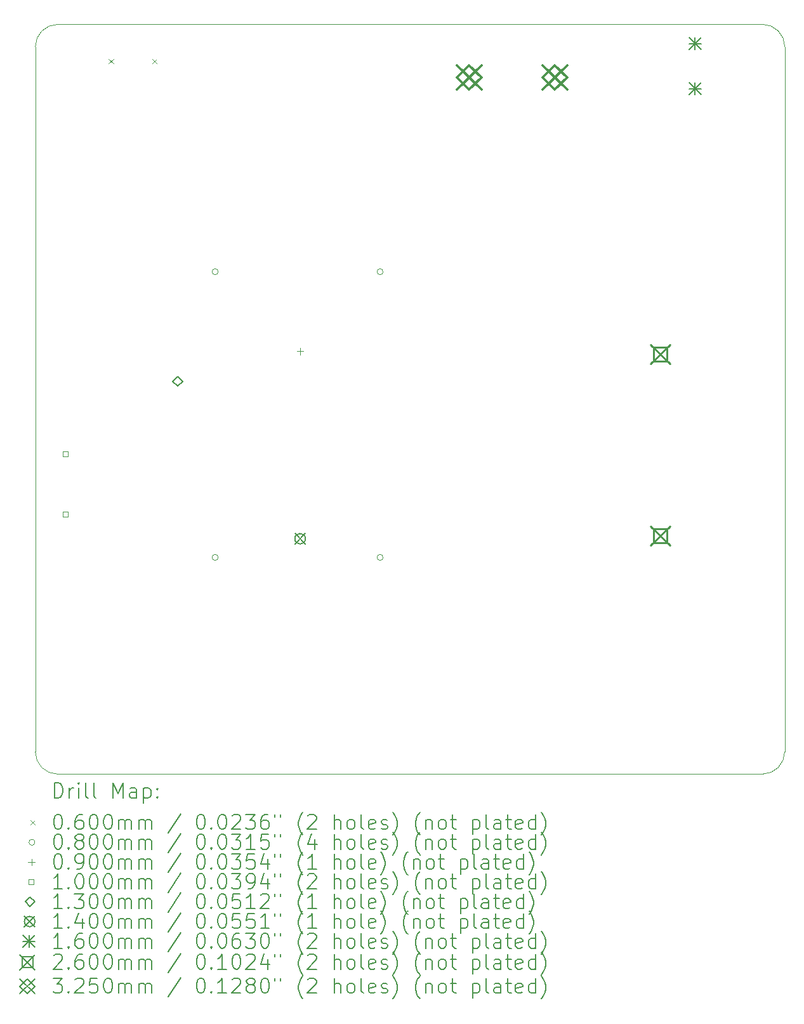
<source format=gbr>
%TF.GenerationSoftware,KiCad,Pcbnew,8.0.2-1*%
%TF.CreationDate,2024-06-26T09:27:26-04:00*%
%TF.ProjectId,MiniCamel,4d696e69-4361-46d6-956c-2e6b69636164,2.1*%
%TF.SameCoordinates,PX16e3600PY6052340*%
%TF.FileFunction,Drillmap*%
%TF.FilePolarity,Positive*%
%FSLAX45Y45*%
G04 Gerber Fmt 4.5, Leading zero omitted, Abs format (unit mm)*
G04 Created by KiCad (PCBNEW 8.0.2-1) date 2024-06-26 09:27:26*
%MOMM*%
%LPD*%
G01*
G04 APERTURE LIST*
%ADD10C,0.100000*%
%ADD11C,0.200000*%
%ADD12C,0.130000*%
%ADD13C,0.140000*%
%ADD14C,0.160000*%
%ADD15C,0.260000*%
%ADD16C,0.325000*%
G04 APERTURE END LIST*
D10*
X0Y7400000D02*
G75*
G02*
X300000Y7700000I300000J0D01*
G01*
X300000Y-2300000D02*
G75*
G02*
X0Y-2000000I0J300000D01*
G01*
X300000Y-2300000D02*
X9700000Y-2300000D01*
X9700000Y7700043D02*
G75*
G02*
X9999993Y7400000I2770J-297223D01*
G01*
X0Y7400000D02*
X0Y-2000000D01*
X10000000Y-2000000D02*
G75*
G02*
X9700000Y-2300000I-300000J0D01*
G01*
X300000Y7700000D02*
X9700000Y7700000D01*
X10000000Y-2000000D02*
X10000000Y7400000D01*
D11*
D10*
X981000Y7237000D02*
X1041000Y7177000D01*
X1041000Y7237000D02*
X981000Y7177000D01*
X1559000Y7237000D02*
X1619000Y7177000D01*
X1619000Y7237000D02*
X1559000Y7177000D01*
X2440000Y4400000D02*
G75*
G02*
X2360000Y4400000I-40000J0D01*
G01*
X2360000Y4400000D02*
G75*
G02*
X2440000Y4400000I40000J0D01*
G01*
X2440000Y590000D02*
G75*
G02*
X2360000Y590000I-40000J0D01*
G01*
X2360000Y590000D02*
G75*
G02*
X2440000Y590000I40000J0D01*
G01*
X4640000Y4400000D02*
G75*
G02*
X4560000Y4400000I-40000J0D01*
G01*
X4560000Y4400000D02*
G75*
G02*
X4640000Y4400000I40000J0D01*
G01*
X4640000Y590000D02*
G75*
G02*
X4560000Y590000I-40000J0D01*
G01*
X4560000Y590000D02*
G75*
G02*
X4640000Y590000I40000J0D01*
G01*
X3533050Y3385000D02*
X3533050Y3295000D01*
X3488050Y3340000D02*
X3578050Y3340000D01*
X435356Y1933644D02*
X435356Y2004356D01*
X364644Y2004356D01*
X364644Y1933644D01*
X435356Y1933644D01*
X435356Y1133644D02*
X435356Y1204356D01*
X364644Y1204356D01*
X364644Y1133644D01*
X435356Y1133644D01*
D12*
X1900000Y2873000D02*
X1965000Y2938000D01*
X1900000Y3003000D01*
X1835000Y2938000D01*
X1900000Y2873000D01*
D13*
X3463050Y910000D02*
X3603050Y770000D01*
X3603050Y910000D02*
X3463050Y770000D01*
X3603050Y840000D02*
G75*
G02*
X3463050Y840000I-70000J0D01*
G01*
X3463050Y840000D02*
G75*
G02*
X3603050Y840000I70000J0D01*
G01*
D14*
X8721000Y7522000D02*
X8881000Y7362000D01*
X8881000Y7522000D02*
X8721000Y7362000D01*
X8801000Y7522000D02*
X8801000Y7362000D01*
X8721000Y7442000D02*
X8881000Y7442000D01*
X8721000Y6922000D02*
X8881000Y6762000D01*
X8881000Y6922000D02*
X8721000Y6762000D01*
X8801000Y6922000D02*
X8801000Y6762000D01*
X8721000Y6842000D02*
X8881000Y6842000D01*
D15*
X8208050Y3430000D02*
X8468050Y3170000D01*
X8468050Y3430000D02*
X8208050Y3170000D01*
X8429975Y3208075D02*
X8429975Y3391925D01*
X8246125Y3391925D01*
X8246125Y3208075D01*
X8429975Y3208075D01*
X8208050Y1010000D02*
X8468050Y750000D01*
X8468050Y1010000D02*
X8208050Y750000D01*
X8429975Y788075D02*
X8429975Y971925D01*
X8246125Y971925D01*
X8246125Y788075D01*
X8429975Y788075D01*
D16*
X5626500Y7152500D02*
X5951500Y6827500D01*
X5951500Y7152500D02*
X5626500Y6827500D01*
X5789000Y6827500D02*
X5951500Y6990000D01*
X5789000Y7152500D01*
X5626500Y6990000D01*
X5789000Y6827500D01*
X6769500Y7152500D02*
X7094500Y6827500D01*
X7094500Y7152500D02*
X6769500Y6827500D01*
X6932000Y6827500D02*
X7094500Y6990000D01*
X6932000Y7152500D01*
X6769500Y6990000D01*
X6932000Y6827500D01*
D11*
X255777Y-2616484D02*
X255777Y-2416484D01*
X255777Y-2416484D02*
X303396Y-2416484D01*
X303396Y-2416484D02*
X331967Y-2426008D01*
X331967Y-2426008D02*
X351015Y-2445055D01*
X351015Y-2445055D02*
X360539Y-2464103D01*
X360539Y-2464103D02*
X370062Y-2502198D01*
X370062Y-2502198D02*
X370062Y-2530770D01*
X370062Y-2530770D02*
X360539Y-2568865D01*
X360539Y-2568865D02*
X351015Y-2587912D01*
X351015Y-2587912D02*
X331967Y-2606960D01*
X331967Y-2606960D02*
X303396Y-2616484D01*
X303396Y-2616484D02*
X255777Y-2616484D01*
X455777Y-2616484D02*
X455777Y-2483150D01*
X455777Y-2521246D02*
X465301Y-2502198D01*
X465301Y-2502198D02*
X474824Y-2492674D01*
X474824Y-2492674D02*
X493872Y-2483150D01*
X493872Y-2483150D02*
X512920Y-2483150D01*
X579586Y-2616484D02*
X579586Y-2483150D01*
X579586Y-2416484D02*
X570063Y-2426008D01*
X570063Y-2426008D02*
X579586Y-2435531D01*
X579586Y-2435531D02*
X589110Y-2426008D01*
X589110Y-2426008D02*
X579586Y-2416484D01*
X579586Y-2416484D02*
X579586Y-2435531D01*
X703396Y-2616484D02*
X684348Y-2606960D01*
X684348Y-2606960D02*
X674824Y-2587912D01*
X674824Y-2587912D02*
X674824Y-2416484D01*
X808158Y-2616484D02*
X789110Y-2606960D01*
X789110Y-2606960D02*
X779586Y-2587912D01*
X779586Y-2587912D02*
X779586Y-2416484D01*
X1036729Y-2616484D02*
X1036729Y-2416484D01*
X1036729Y-2416484D02*
X1103396Y-2559341D01*
X1103396Y-2559341D02*
X1170063Y-2416484D01*
X1170063Y-2416484D02*
X1170063Y-2616484D01*
X1351015Y-2616484D02*
X1351015Y-2511722D01*
X1351015Y-2511722D02*
X1341491Y-2492674D01*
X1341491Y-2492674D02*
X1322444Y-2483150D01*
X1322444Y-2483150D02*
X1284348Y-2483150D01*
X1284348Y-2483150D02*
X1265301Y-2492674D01*
X1351015Y-2606960D02*
X1331967Y-2616484D01*
X1331967Y-2616484D02*
X1284348Y-2616484D01*
X1284348Y-2616484D02*
X1265301Y-2606960D01*
X1265301Y-2606960D02*
X1255777Y-2587912D01*
X1255777Y-2587912D02*
X1255777Y-2568865D01*
X1255777Y-2568865D02*
X1265301Y-2549817D01*
X1265301Y-2549817D02*
X1284348Y-2540293D01*
X1284348Y-2540293D02*
X1331967Y-2540293D01*
X1331967Y-2540293D02*
X1351015Y-2530770D01*
X1446253Y-2483150D02*
X1446253Y-2683150D01*
X1446253Y-2492674D02*
X1465301Y-2483150D01*
X1465301Y-2483150D02*
X1503396Y-2483150D01*
X1503396Y-2483150D02*
X1522443Y-2492674D01*
X1522443Y-2492674D02*
X1531967Y-2502198D01*
X1531967Y-2502198D02*
X1541491Y-2521246D01*
X1541491Y-2521246D02*
X1541491Y-2578389D01*
X1541491Y-2578389D02*
X1531967Y-2597436D01*
X1531967Y-2597436D02*
X1522443Y-2606960D01*
X1522443Y-2606960D02*
X1503396Y-2616484D01*
X1503396Y-2616484D02*
X1465301Y-2616484D01*
X1465301Y-2616484D02*
X1446253Y-2606960D01*
X1627205Y-2597436D02*
X1636729Y-2606960D01*
X1636729Y-2606960D02*
X1627205Y-2616484D01*
X1627205Y-2616484D02*
X1617682Y-2606960D01*
X1617682Y-2606960D02*
X1627205Y-2597436D01*
X1627205Y-2597436D02*
X1627205Y-2616484D01*
X1627205Y-2492674D02*
X1636729Y-2502198D01*
X1636729Y-2502198D02*
X1627205Y-2511722D01*
X1627205Y-2511722D02*
X1617682Y-2502198D01*
X1617682Y-2502198D02*
X1627205Y-2492674D01*
X1627205Y-2492674D02*
X1627205Y-2511722D01*
D10*
X-65000Y-2915000D02*
X-5000Y-2975000D01*
X-5000Y-2915000D02*
X-65000Y-2975000D01*
D11*
X293872Y-2836484D02*
X312920Y-2836484D01*
X312920Y-2836484D02*
X331967Y-2846008D01*
X331967Y-2846008D02*
X341491Y-2855531D01*
X341491Y-2855531D02*
X351015Y-2874579D01*
X351015Y-2874579D02*
X360539Y-2912674D01*
X360539Y-2912674D02*
X360539Y-2960293D01*
X360539Y-2960293D02*
X351015Y-2998388D01*
X351015Y-2998388D02*
X341491Y-3017436D01*
X341491Y-3017436D02*
X331967Y-3026960D01*
X331967Y-3026960D02*
X312920Y-3036484D01*
X312920Y-3036484D02*
X293872Y-3036484D01*
X293872Y-3036484D02*
X274824Y-3026960D01*
X274824Y-3026960D02*
X265301Y-3017436D01*
X265301Y-3017436D02*
X255777Y-2998388D01*
X255777Y-2998388D02*
X246253Y-2960293D01*
X246253Y-2960293D02*
X246253Y-2912674D01*
X246253Y-2912674D02*
X255777Y-2874579D01*
X255777Y-2874579D02*
X265301Y-2855531D01*
X265301Y-2855531D02*
X274824Y-2846008D01*
X274824Y-2846008D02*
X293872Y-2836484D01*
X446253Y-3017436D02*
X455777Y-3026960D01*
X455777Y-3026960D02*
X446253Y-3036484D01*
X446253Y-3036484D02*
X436729Y-3026960D01*
X436729Y-3026960D02*
X446253Y-3017436D01*
X446253Y-3017436D02*
X446253Y-3036484D01*
X627205Y-2836484D02*
X589110Y-2836484D01*
X589110Y-2836484D02*
X570063Y-2846008D01*
X570063Y-2846008D02*
X560539Y-2855531D01*
X560539Y-2855531D02*
X541491Y-2884103D01*
X541491Y-2884103D02*
X531967Y-2922198D01*
X531967Y-2922198D02*
X531967Y-2998388D01*
X531967Y-2998388D02*
X541491Y-3017436D01*
X541491Y-3017436D02*
X551015Y-3026960D01*
X551015Y-3026960D02*
X570063Y-3036484D01*
X570063Y-3036484D02*
X608158Y-3036484D01*
X608158Y-3036484D02*
X627205Y-3026960D01*
X627205Y-3026960D02*
X636729Y-3017436D01*
X636729Y-3017436D02*
X646253Y-2998388D01*
X646253Y-2998388D02*
X646253Y-2950769D01*
X646253Y-2950769D02*
X636729Y-2931722D01*
X636729Y-2931722D02*
X627205Y-2922198D01*
X627205Y-2922198D02*
X608158Y-2912674D01*
X608158Y-2912674D02*
X570063Y-2912674D01*
X570063Y-2912674D02*
X551015Y-2922198D01*
X551015Y-2922198D02*
X541491Y-2931722D01*
X541491Y-2931722D02*
X531967Y-2950769D01*
X770062Y-2836484D02*
X789110Y-2836484D01*
X789110Y-2836484D02*
X808158Y-2846008D01*
X808158Y-2846008D02*
X817682Y-2855531D01*
X817682Y-2855531D02*
X827205Y-2874579D01*
X827205Y-2874579D02*
X836729Y-2912674D01*
X836729Y-2912674D02*
X836729Y-2960293D01*
X836729Y-2960293D02*
X827205Y-2998388D01*
X827205Y-2998388D02*
X817682Y-3017436D01*
X817682Y-3017436D02*
X808158Y-3026960D01*
X808158Y-3026960D02*
X789110Y-3036484D01*
X789110Y-3036484D02*
X770062Y-3036484D01*
X770062Y-3036484D02*
X751015Y-3026960D01*
X751015Y-3026960D02*
X741491Y-3017436D01*
X741491Y-3017436D02*
X731967Y-2998388D01*
X731967Y-2998388D02*
X722443Y-2960293D01*
X722443Y-2960293D02*
X722443Y-2912674D01*
X722443Y-2912674D02*
X731967Y-2874579D01*
X731967Y-2874579D02*
X741491Y-2855531D01*
X741491Y-2855531D02*
X751015Y-2846008D01*
X751015Y-2846008D02*
X770062Y-2836484D01*
X960539Y-2836484D02*
X979586Y-2836484D01*
X979586Y-2836484D02*
X998634Y-2846008D01*
X998634Y-2846008D02*
X1008158Y-2855531D01*
X1008158Y-2855531D02*
X1017682Y-2874579D01*
X1017682Y-2874579D02*
X1027205Y-2912674D01*
X1027205Y-2912674D02*
X1027205Y-2960293D01*
X1027205Y-2960293D02*
X1017682Y-2998388D01*
X1017682Y-2998388D02*
X1008158Y-3017436D01*
X1008158Y-3017436D02*
X998634Y-3026960D01*
X998634Y-3026960D02*
X979586Y-3036484D01*
X979586Y-3036484D02*
X960539Y-3036484D01*
X960539Y-3036484D02*
X941491Y-3026960D01*
X941491Y-3026960D02*
X931967Y-3017436D01*
X931967Y-3017436D02*
X922443Y-2998388D01*
X922443Y-2998388D02*
X912920Y-2960293D01*
X912920Y-2960293D02*
X912920Y-2912674D01*
X912920Y-2912674D02*
X922443Y-2874579D01*
X922443Y-2874579D02*
X931967Y-2855531D01*
X931967Y-2855531D02*
X941491Y-2846008D01*
X941491Y-2846008D02*
X960539Y-2836484D01*
X1112920Y-3036484D02*
X1112920Y-2903150D01*
X1112920Y-2922198D02*
X1122444Y-2912674D01*
X1122444Y-2912674D02*
X1141491Y-2903150D01*
X1141491Y-2903150D02*
X1170063Y-2903150D01*
X1170063Y-2903150D02*
X1189110Y-2912674D01*
X1189110Y-2912674D02*
X1198634Y-2931722D01*
X1198634Y-2931722D02*
X1198634Y-3036484D01*
X1198634Y-2931722D02*
X1208158Y-2912674D01*
X1208158Y-2912674D02*
X1227205Y-2903150D01*
X1227205Y-2903150D02*
X1255777Y-2903150D01*
X1255777Y-2903150D02*
X1274825Y-2912674D01*
X1274825Y-2912674D02*
X1284348Y-2931722D01*
X1284348Y-2931722D02*
X1284348Y-3036484D01*
X1379586Y-3036484D02*
X1379586Y-2903150D01*
X1379586Y-2922198D02*
X1389110Y-2912674D01*
X1389110Y-2912674D02*
X1408158Y-2903150D01*
X1408158Y-2903150D02*
X1436729Y-2903150D01*
X1436729Y-2903150D02*
X1455777Y-2912674D01*
X1455777Y-2912674D02*
X1465301Y-2931722D01*
X1465301Y-2931722D02*
X1465301Y-3036484D01*
X1465301Y-2931722D02*
X1474824Y-2912674D01*
X1474824Y-2912674D02*
X1493872Y-2903150D01*
X1493872Y-2903150D02*
X1522443Y-2903150D01*
X1522443Y-2903150D02*
X1541491Y-2912674D01*
X1541491Y-2912674D02*
X1551015Y-2931722D01*
X1551015Y-2931722D02*
X1551015Y-3036484D01*
X1941491Y-2826960D02*
X1770063Y-3084103D01*
X2198634Y-2836484D02*
X2217682Y-2836484D01*
X2217682Y-2836484D02*
X2236729Y-2846008D01*
X2236729Y-2846008D02*
X2246253Y-2855531D01*
X2246253Y-2855531D02*
X2255777Y-2874579D01*
X2255777Y-2874579D02*
X2265301Y-2912674D01*
X2265301Y-2912674D02*
X2265301Y-2960293D01*
X2265301Y-2960293D02*
X2255777Y-2998388D01*
X2255777Y-2998388D02*
X2246253Y-3017436D01*
X2246253Y-3017436D02*
X2236729Y-3026960D01*
X2236729Y-3026960D02*
X2217682Y-3036484D01*
X2217682Y-3036484D02*
X2198634Y-3036484D01*
X2198634Y-3036484D02*
X2179587Y-3026960D01*
X2179587Y-3026960D02*
X2170063Y-3017436D01*
X2170063Y-3017436D02*
X2160539Y-2998388D01*
X2160539Y-2998388D02*
X2151015Y-2960293D01*
X2151015Y-2960293D02*
X2151015Y-2912674D01*
X2151015Y-2912674D02*
X2160539Y-2874579D01*
X2160539Y-2874579D02*
X2170063Y-2855531D01*
X2170063Y-2855531D02*
X2179587Y-2846008D01*
X2179587Y-2846008D02*
X2198634Y-2836484D01*
X2351015Y-3017436D02*
X2360539Y-3026960D01*
X2360539Y-3026960D02*
X2351015Y-3036484D01*
X2351015Y-3036484D02*
X2341491Y-3026960D01*
X2341491Y-3026960D02*
X2351015Y-3017436D01*
X2351015Y-3017436D02*
X2351015Y-3036484D01*
X2484348Y-2836484D02*
X2503396Y-2836484D01*
X2503396Y-2836484D02*
X2522444Y-2846008D01*
X2522444Y-2846008D02*
X2531968Y-2855531D01*
X2531968Y-2855531D02*
X2541491Y-2874579D01*
X2541491Y-2874579D02*
X2551015Y-2912674D01*
X2551015Y-2912674D02*
X2551015Y-2960293D01*
X2551015Y-2960293D02*
X2541491Y-2998388D01*
X2541491Y-2998388D02*
X2531968Y-3017436D01*
X2531968Y-3017436D02*
X2522444Y-3026960D01*
X2522444Y-3026960D02*
X2503396Y-3036484D01*
X2503396Y-3036484D02*
X2484348Y-3036484D01*
X2484348Y-3036484D02*
X2465301Y-3026960D01*
X2465301Y-3026960D02*
X2455777Y-3017436D01*
X2455777Y-3017436D02*
X2446253Y-2998388D01*
X2446253Y-2998388D02*
X2436729Y-2960293D01*
X2436729Y-2960293D02*
X2436729Y-2912674D01*
X2436729Y-2912674D02*
X2446253Y-2874579D01*
X2446253Y-2874579D02*
X2455777Y-2855531D01*
X2455777Y-2855531D02*
X2465301Y-2846008D01*
X2465301Y-2846008D02*
X2484348Y-2836484D01*
X2627206Y-2855531D02*
X2636729Y-2846008D01*
X2636729Y-2846008D02*
X2655777Y-2836484D01*
X2655777Y-2836484D02*
X2703396Y-2836484D01*
X2703396Y-2836484D02*
X2722444Y-2846008D01*
X2722444Y-2846008D02*
X2731968Y-2855531D01*
X2731968Y-2855531D02*
X2741491Y-2874579D01*
X2741491Y-2874579D02*
X2741491Y-2893627D01*
X2741491Y-2893627D02*
X2731968Y-2922198D01*
X2731968Y-2922198D02*
X2617682Y-3036484D01*
X2617682Y-3036484D02*
X2741491Y-3036484D01*
X2808158Y-2836484D02*
X2931967Y-2836484D01*
X2931967Y-2836484D02*
X2865301Y-2912674D01*
X2865301Y-2912674D02*
X2893872Y-2912674D01*
X2893872Y-2912674D02*
X2912920Y-2922198D01*
X2912920Y-2922198D02*
X2922444Y-2931722D01*
X2922444Y-2931722D02*
X2931967Y-2950769D01*
X2931967Y-2950769D02*
X2931967Y-2998388D01*
X2931967Y-2998388D02*
X2922444Y-3017436D01*
X2922444Y-3017436D02*
X2912920Y-3026960D01*
X2912920Y-3026960D02*
X2893872Y-3036484D01*
X2893872Y-3036484D02*
X2836729Y-3036484D01*
X2836729Y-3036484D02*
X2817682Y-3026960D01*
X2817682Y-3026960D02*
X2808158Y-3017436D01*
X3103396Y-2836484D02*
X3065301Y-2836484D01*
X3065301Y-2836484D02*
X3046253Y-2846008D01*
X3046253Y-2846008D02*
X3036729Y-2855531D01*
X3036729Y-2855531D02*
X3017682Y-2884103D01*
X3017682Y-2884103D02*
X3008158Y-2922198D01*
X3008158Y-2922198D02*
X3008158Y-2998388D01*
X3008158Y-2998388D02*
X3017682Y-3017436D01*
X3017682Y-3017436D02*
X3027206Y-3026960D01*
X3027206Y-3026960D02*
X3046253Y-3036484D01*
X3046253Y-3036484D02*
X3084348Y-3036484D01*
X3084348Y-3036484D02*
X3103396Y-3026960D01*
X3103396Y-3026960D02*
X3112920Y-3017436D01*
X3112920Y-3017436D02*
X3122444Y-2998388D01*
X3122444Y-2998388D02*
X3122444Y-2950769D01*
X3122444Y-2950769D02*
X3112920Y-2931722D01*
X3112920Y-2931722D02*
X3103396Y-2922198D01*
X3103396Y-2922198D02*
X3084348Y-2912674D01*
X3084348Y-2912674D02*
X3046253Y-2912674D01*
X3046253Y-2912674D02*
X3027206Y-2922198D01*
X3027206Y-2922198D02*
X3017682Y-2931722D01*
X3017682Y-2931722D02*
X3008158Y-2950769D01*
X3198634Y-2836484D02*
X3198634Y-2874579D01*
X3274825Y-2836484D02*
X3274825Y-2874579D01*
X3570063Y-3112674D02*
X3560539Y-3103150D01*
X3560539Y-3103150D02*
X3541491Y-3074579D01*
X3541491Y-3074579D02*
X3531968Y-3055531D01*
X3531968Y-3055531D02*
X3522444Y-3026960D01*
X3522444Y-3026960D02*
X3512920Y-2979341D01*
X3512920Y-2979341D02*
X3512920Y-2941246D01*
X3512920Y-2941246D02*
X3522444Y-2893627D01*
X3522444Y-2893627D02*
X3531968Y-2865055D01*
X3531968Y-2865055D02*
X3541491Y-2846008D01*
X3541491Y-2846008D02*
X3560539Y-2817436D01*
X3560539Y-2817436D02*
X3570063Y-2807912D01*
X3636729Y-2855531D02*
X3646253Y-2846008D01*
X3646253Y-2846008D02*
X3665301Y-2836484D01*
X3665301Y-2836484D02*
X3712920Y-2836484D01*
X3712920Y-2836484D02*
X3731968Y-2846008D01*
X3731968Y-2846008D02*
X3741491Y-2855531D01*
X3741491Y-2855531D02*
X3751015Y-2874579D01*
X3751015Y-2874579D02*
X3751015Y-2893627D01*
X3751015Y-2893627D02*
X3741491Y-2922198D01*
X3741491Y-2922198D02*
X3627206Y-3036484D01*
X3627206Y-3036484D02*
X3751015Y-3036484D01*
X3989110Y-3036484D02*
X3989110Y-2836484D01*
X4074825Y-3036484D02*
X4074825Y-2931722D01*
X4074825Y-2931722D02*
X4065301Y-2912674D01*
X4065301Y-2912674D02*
X4046253Y-2903150D01*
X4046253Y-2903150D02*
X4017682Y-2903150D01*
X4017682Y-2903150D02*
X3998634Y-2912674D01*
X3998634Y-2912674D02*
X3989110Y-2922198D01*
X4198634Y-3036484D02*
X4179587Y-3026960D01*
X4179587Y-3026960D02*
X4170063Y-3017436D01*
X4170063Y-3017436D02*
X4160539Y-2998388D01*
X4160539Y-2998388D02*
X4160539Y-2941246D01*
X4160539Y-2941246D02*
X4170063Y-2922198D01*
X4170063Y-2922198D02*
X4179587Y-2912674D01*
X4179587Y-2912674D02*
X4198634Y-2903150D01*
X4198634Y-2903150D02*
X4227206Y-2903150D01*
X4227206Y-2903150D02*
X4246253Y-2912674D01*
X4246253Y-2912674D02*
X4255777Y-2922198D01*
X4255777Y-2922198D02*
X4265301Y-2941246D01*
X4265301Y-2941246D02*
X4265301Y-2998388D01*
X4265301Y-2998388D02*
X4255777Y-3017436D01*
X4255777Y-3017436D02*
X4246253Y-3026960D01*
X4246253Y-3026960D02*
X4227206Y-3036484D01*
X4227206Y-3036484D02*
X4198634Y-3036484D01*
X4379587Y-3036484D02*
X4360539Y-3026960D01*
X4360539Y-3026960D02*
X4351015Y-3007912D01*
X4351015Y-3007912D02*
X4351015Y-2836484D01*
X4531968Y-3026960D02*
X4512920Y-3036484D01*
X4512920Y-3036484D02*
X4474825Y-3036484D01*
X4474825Y-3036484D02*
X4455777Y-3026960D01*
X4455777Y-3026960D02*
X4446253Y-3007912D01*
X4446253Y-3007912D02*
X4446253Y-2931722D01*
X4446253Y-2931722D02*
X4455777Y-2912674D01*
X4455777Y-2912674D02*
X4474825Y-2903150D01*
X4474825Y-2903150D02*
X4512920Y-2903150D01*
X4512920Y-2903150D02*
X4531968Y-2912674D01*
X4531968Y-2912674D02*
X4541492Y-2931722D01*
X4541492Y-2931722D02*
X4541492Y-2950769D01*
X4541492Y-2950769D02*
X4446253Y-2969817D01*
X4617682Y-3026960D02*
X4636730Y-3036484D01*
X4636730Y-3036484D02*
X4674825Y-3036484D01*
X4674825Y-3036484D02*
X4693873Y-3026960D01*
X4693873Y-3026960D02*
X4703396Y-3007912D01*
X4703396Y-3007912D02*
X4703396Y-2998388D01*
X4703396Y-2998388D02*
X4693873Y-2979341D01*
X4693873Y-2979341D02*
X4674825Y-2969817D01*
X4674825Y-2969817D02*
X4646253Y-2969817D01*
X4646253Y-2969817D02*
X4627206Y-2960293D01*
X4627206Y-2960293D02*
X4617682Y-2941246D01*
X4617682Y-2941246D02*
X4617682Y-2931722D01*
X4617682Y-2931722D02*
X4627206Y-2912674D01*
X4627206Y-2912674D02*
X4646253Y-2903150D01*
X4646253Y-2903150D02*
X4674825Y-2903150D01*
X4674825Y-2903150D02*
X4693873Y-2912674D01*
X4770063Y-3112674D02*
X4779587Y-3103150D01*
X4779587Y-3103150D02*
X4798634Y-3074579D01*
X4798634Y-3074579D02*
X4808158Y-3055531D01*
X4808158Y-3055531D02*
X4817682Y-3026960D01*
X4817682Y-3026960D02*
X4827206Y-2979341D01*
X4827206Y-2979341D02*
X4827206Y-2941246D01*
X4827206Y-2941246D02*
X4817682Y-2893627D01*
X4817682Y-2893627D02*
X4808158Y-2865055D01*
X4808158Y-2865055D02*
X4798634Y-2846008D01*
X4798634Y-2846008D02*
X4779587Y-2817436D01*
X4779587Y-2817436D02*
X4770063Y-2807912D01*
X5131968Y-3112674D02*
X5122444Y-3103150D01*
X5122444Y-3103150D02*
X5103396Y-3074579D01*
X5103396Y-3074579D02*
X5093873Y-3055531D01*
X5093873Y-3055531D02*
X5084349Y-3026960D01*
X5084349Y-3026960D02*
X5074825Y-2979341D01*
X5074825Y-2979341D02*
X5074825Y-2941246D01*
X5074825Y-2941246D02*
X5084349Y-2893627D01*
X5084349Y-2893627D02*
X5093873Y-2865055D01*
X5093873Y-2865055D02*
X5103396Y-2846008D01*
X5103396Y-2846008D02*
X5122444Y-2817436D01*
X5122444Y-2817436D02*
X5131968Y-2807912D01*
X5208158Y-2903150D02*
X5208158Y-3036484D01*
X5208158Y-2922198D02*
X5217682Y-2912674D01*
X5217682Y-2912674D02*
X5236730Y-2903150D01*
X5236730Y-2903150D02*
X5265301Y-2903150D01*
X5265301Y-2903150D02*
X5284349Y-2912674D01*
X5284349Y-2912674D02*
X5293873Y-2931722D01*
X5293873Y-2931722D02*
X5293873Y-3036484D01*
X5417682Y-3036484D02*
X5398634Y-3026960D01*
X5398634Y-3026960D02*
X5389111Y-3017436D01*
X5389111Y-3017436D02*
X5379587Y-2998388D01*
X5379587Y-2998388D02*
X5379587Y-2941246D01*
X5379587Y-2941246D02*
X5389111Y-2922198D01*
X5389111Y-2922198D02*
X5398634Y-2912674D01*
X5398634Y-2912674D02*
X5417682Y-2903150D01*
X5417682Y-2903150D02*
X5446254Y-2903150D01*
X5446254Y-2903150D02*
X5465301Y-2912674D01*
X5465301Y-2912674D02*
X5474825Y-2922198D01*
X5474825Y-2922198D02*
X5484349Y-2941246D01*
X5484349Y-2941246D02*
X5484349Y-2998388D01*
X5484349Y-2998388D02*
X5474825Y-3017436D01*
X5474825Y-3017436D02*
X5465301Y-3026960D01*
X5465301Y-3026960D02*
X5446254Y-3036484D01*
X5446254Y-3036484D02*
X5417682Y-3036484D01*
X5541492Y-2903150D02*
X5617682Y-2903150D01*
X5570063Y-2836484D02*
X5570063Y-3007912D01*
X5570063Y-3007912D02*
X5579587Y-3026960D01*
X5579587Y-3026960D02*
X5598634Y-3036484D01*
X5598634Y-3036484D02*
X5617682Y-3036484D01*
X5836730Y-2903150D02*
X5836730Y-3103150D01*
X5836730Y-2912674D02*
X5855777Y-2903150D01*
X5855777Y-2903150D02*
X5893873Y-2903150D01*
X5893873Y-2903150D02*
X5912920Y-2912674D01*
X5912920Y-2912674D02*
X5922444Y-2922198D01*
X5922444Y-2922198D02*
X5931968Y-2941246D01*
X5931968Y-2941246D02*
X5931968Y-2998388D01*
X5931968Y-2998388D02*
X5922444Y-3017436D01*
X5922444Y-3017436D02*
X5912920Y-3026960D01*
X5912920Y-3026960D02*
X5893873Y-3036484D01*
X5893873Y-3036484D02*
X5855777Y-3036484D01*
X5855777Y-3036484D02*
X5836730Y-3026960D01*
X6046253Y-3036484D02*
X6027206Y-3026960D01*
X6027206Y-3026960D02*
X6017682Y-3007912D01*
X6017682Y-3007912D02*
X6017682Y-2836484D01*
X6208158Y-3036484D02*
X6208158Y-2931722D01*
X6208158Y-2931722D02*
X6198634Y-2912674D01*
X6198634Y-2912674D02*
X6179587Y-2903150D01*
X6179587Y-2903150D02*
X6141492Y-2903150D01*
X6141492Y-2903150D02*
X6122444Y-2912674D01*
X6208158Y-3026960D02*
X6189111Y-3036484D01*
X6189111Y-3036484D02*
X6141492Y-3036484D01*
X6141492Y-3036484D02*
X6122444Y-3026960D01*
X6122444Y-3026960D02*
X6112920Y-3007912D01*
X6112920Y-3007912D02*
X6112920Y-2988865D01*
X6112920Y-2988865D02*
X6122444Y-2969817D01*
X6122444Y-2969817D02*
X6141492Y-2960293D01*
X6141492Y-2960293D02*
X6189111Y-2960293D01*
X6189111Y-2960293D02*
X6208158Y-2950769D01*
X6274825Y-2903150D02*
X6351015Y-2903150D01*
X6303396Y-2836484D02*
X6303396Y-3007912D01*
X6303396Y-3007912D02*
X6312920Y-3026960D01*
X6312920Y-3026960D02*
X6331968Y-3036484D01*
X6331968Y-3036484D02*
X6351015Y-3036484D01*
X6493873Y-3026960D02*
X6474825Y-3036484D01*
X6474825Y-3036484D02*
X6436730Y-3036484D01*
X6436730Y-3036484D02*
X6417682Y-3026960D01*
X6417682Y-3026960D02*
X6408158Y-3007912D01*
X6408158Y-3007912D02*
X6408158Y-2931722D01*
X6408158Y-2931722D02*
X6417682Y-2912674D01*
X6417682Y-2912674D02*
X6436730Y-2903150D01*
X6436730Y-2903150D02*
X6474825Y-2903150D01*
X6474825Y-2903150D02*
X6493873Y-2912674D01*
X6493873Y-2912674D02*
X6503396Y-2931722D01*
X6503396Y-2931722D02*
X6503396Y-2950769D01*
X6503396Y-2950769D02*
X6408158Y-2969817D01*
X6674825Y-3036484D02*
X6674825Y-2836484D01*
X6674825Y-3026960D02*
X6655777Y-3036484D01*
X6655777Y-3036484D02*
X6617682Y-3036484D01*
X6617682Y-3036484D02*
X6598634Y-3026960D01*
X6598634Y-3026960D02*
X6589111Y-3017436D01*
X6589111Y-3017436D02*
X6579587Y-2998388D01*
X6579587Y-2998388D02*
X6579587Y-2941246D01*
X6579587Y-2941246D02*
X6589111Y-2922198D01*
X6589111Y-2922198D02*
X6598634Y-2912674D01*
X6598634Y-2912674D02*
X6617682Y-2903150D01*
X6617682Y-2903150D02*
X6655777Y-2903150D01*
X6655777Y-2903150D02*
X6674825Y-2912674D01*
X6751015Y-3112674D02*
X6760539Y-3103150D01*
X6760539Y-3103150D02*
X6779587Y-3074579D01*
X6779587Y-3074579D02*
X6789111Y-3055531D01*
X6789111Y-3055531D02*
X6798634Y-3026960D01*
X6798634Y-3026960D02*
X6808158Y-2979341D01*
X6808158Y-2979341D02*
X6808158Y-2941246D01*
X6808158Y-2941246D02*
X6798634Y-2893627D01*
X6798634Y-2893627D02*
X6789111Y-2865055D01*
X6789111Y-2865055D02*
X6779587Y-2846008D01*
X6779587Y-2846008D02*
X6760539Y-2817436D01*
X6760539Y-2817436D02*
X6751015Y-2807912D01*
D10*
X-5000Y-3209000D02*
G75*
G02*
X-85000Y-3209000I-40000J0D01*
G01*
X-85000Y-3209000D02*
G75*
G02*
X-5000Y-3209000I40000J0D01*
G01*
D11*
X293872Y-3100484D02*
X312920Y-3100484D01*
X312920Y-3100484D02*
X331967Y-3110008D01*
X331967Y-3110008D02*
X341491Y-3119531D01*
X341491Y-3119531D02*
X351015Y-3138579D01*
X351015Y-3138579D02*
X360539Y-3176674D01*
X360539Y-3176674D02*
X360539Y-3224293D01*
X360539Y-3224293D02*
X351015Y-3262388D01*
X351015Y-3262388D02*
X341491Y-3281436D01*
X341491Y-3281436D02*
X331967Y-3290960D01*
X331967Y-3290960D02*
X312920Y-3300484D01*
X312920Y-3300484D02*
X293872Y-3300484D01*
X293872Y-3300484D02*
X274824Y-3290960D01*
X274824Y-3290960D02*
X265301Y-3281436D01*
X265301Y-3281436D02*
X255777Y-3262388D01*
X255777Y-3262388D02*
X246253Y-3224293D01*
X246253Y-3224293D02*
X246253Y-3176674D01*
X246253Y-3176674D02*
X255777Y-3138579D01*
X255777Y-3138579D02*
X265301Y-3119531D01*
X265301Y-3119531D02*
X274824Y-3110008D01*
X274824Y-3110008D02*
X293872Y-3100484D01*
X446253Y-3281436D02*
X455777Y-3290960D01*
X455777Y-3290960D02*
X446253Y-3300484D01*
X446253Y-3300484D02*
X436729Y-3290960D01*
X436729Y-3290960D02*
X446253Y-3281436D01*
X446253Y-3281436D02*
X446253Y-3300484D01*
X570063Y-3186198D02*
X551015Y-3176674D01*
X551015Y-3176674D02*
X541491Y-3167150D01*
X541491Y-3167150D02*
X531967Y-3148103D01*
X531967Y-3148103D02*
X531967Y-3138579D01*
X531967Y-3138579D02*
X541491Y-3119531D01*
X541491Y-3119531D02*
X551015Y-3110008D01*
X551015Y-3110008D02*
X570063Y-3100484D01*
X570063Y-3100484D02*
X608158Y-3100484D01*
X608158Y-3100484D02*
X627205Y-3110008D01*
X627205Y-3110008D02*
X636729Y-3119531D01*
X636729Y-3119531D02*
X646253Y-3138579D01*
X646253Y-3138579D02*
X646253Y-3148103D01*
X646253Y-3148103D02*
X636729Y-3167150D01*
X636729Y-3167150D02*
X627205Y-3176674D01*
X627205Y-3176674D02*
X608158Y-3186198D01*
X608158Y-3186198D02*
X570063Y-3186198D01*
X570063Y-3186198D02*
X551015Y-3195722D01*
X551015Y-3195722D02*
X541491Y-3205246D01*
X541491Y-3205246D02*
X531967Y-3224293D01*
X531967Y-3224293D02*
X531967Y-3262388D01*
X531967Y-3262388D02*
X541491Y-3281436D01*
X541491Y-3281436D02*
X551015Y-3290960D01*
X551015Y-3290960D02*
X570063Y-3300484D01*
X570063Y-3300484D02*
X608158Y-3300484D01*
X608158Y-3300484D02*
X627205Y-3290960D01*
X627205Y-3290960D02*
X636729Y-3281436D01*
X636729Y-3281436D02*
X646253Y-3262388D01*
X646253Y-3262388D02*
X646253Y-3224293D01*
X646253Y-3224293D02*
X636729Y-3205246D01*
X636729Y-3205246D02*
X627205Y-3195722D01*
X627205Y-3195722D02*
X608158Y-3186198D01*
X770062Y-3100484D02*
X789110Y-3100484D01*
X789110Y-3100484D02*
X808158Y-3110008D01*
X808158Y-3110008D02*
X817682Y-3119531D01*
X817682Y-3119531D02*
X827205Y-3138579D01*
X827205Y-3138579D02*
X836729Y-3176674D01*
X836729Y-3176674D02*
X836729Y-3224293D01*
X836729Y-3224293D02*
X827205Y-3262388D01*
X827205Y-3262388D02*
X817682Y-3281436D01*
X817682Y-3281436D02*
X808158Y-3290960D01*
X808158Y-3290960D02*
X789110Y-3300484D01*
X789110Y-3300484D02*
X770062Y-3300484D01*
X770062Y-3300484D02*
X751015Y-3290960D01*
X751015Y-3290960D02*
X741491Y-3281436D01*
X741491Y-3281436D02*
X731967Y-3262388D01*
X731967Y-3262388D02*
X722443Y-3224293D01*
X722443Y-3224293D02*
X722443Y-3176674D01*
X722443Y-3176674D02*
X731967Y-3138579D01*
X731967Y-3138579D02*
X741491Y-3119531D01*
X741491Y-3119531D02*
X751015Y-3110008D01*
X751015Y-3110008D02*
X770062Y-3100484D01*
X960539Y-3100484D02*
X979586Y-3100484D01*
X979586Y-3100484D02*
X998634Y-3110008D01*
X998634Y-3110008D02*
X1008158Y-3119531D01*
X1008158Y-3119531D02*
X1017682Y-3138579D01*
X1017682Y-3138579D02*
X1027205Y-3176674D01*
X1027205Y-3176674D02*
X1027205Y-3224293D01*
X1027205Y-3224293D02*
X1017682Y-3262388D01*
X1017682Y-3262388D02*
X1008158Y-3281436D01*
X1008158Y-3281436D02*
X998634Y-3290960D01*
X998634Y-3290960D02*
X979586Y-3300484D01*
X979586Y-3300484D02*
X960539Y-3300484D01*
X960539Y-3300484D02*
X941491Y-3290960D01*
X941491Y-3290960D02*
X931967Y-3281436D01*
X931967Y-3281436D02*
X922443Y-3262388D01*
X922443Y-3262388D02*
X912920Y-3224293D01*
X912920Y-3224293D02*
X912920Y-3176674D01*
X912920Y-3176674D02*
X922443Y-3138579D01*
X922443Y-3138579D02*
X931967Y-3119531D01*
X931967Y-3119531D02*
X941491Y-3110008D01*
X941491Y-3110008D02*
X960539Y-3100484D01*
X1112920Y-3300484D02*
X1112920Y-3167150D01*
X1112920Y-3186198D02*
X1122444Y-3176674D01*
X1122444Y-3176674D02*
X1141491Y-3167150D01*
X1141491Y-3167150D02*
X1170063Y-3167150D01*
X1170063Y-3167150D02*
X1189110Y-3176674D01*
X1189110Y-3176674D02*
X1198634Y-3195722D01*
X1198634Y-3195722D02*
X1198634Y-3300484D01*
X1198634Y-3195722D02*
X1208158Y-3176674D01*
X1208158Y-3176674D02*
X1227205Y-3167150D01*
X1227205Y-3167150D02*
X1255777Y-3167150D01*
X1255777Y-3167150D02*
X1274825Y-3176674D01*
X1274825Y-3176674D02*
X1284348Y-3195722D01*
X1284348Y-3195722D02*
X1284348Y-3300484D01*
X1379586Y-3300484D02*
X1379586Y-3167150D01*
X1379586Y-3186198D02*
X1389110Y-3176674D01*
X1389110Y-3176674D02*
X1408158Y-3167150D01*
X1408158Y-3167150D02*
X1436729Y-3167150D01*
X1436729Y-3167150D02*
X1455777Y-3176674D01*
X1455777Y-3176674D02*
X1465301Y-3195722D01*
X1465301Y-3195722D02*
X1465301Y-3300484D01*
X1465301Y-3195722D02*
X1474824Y-3176674D01*
X1474824Y-3176674D02*
X1493872Y-3167150D01*
X1493872Y-3167150D02*
X1522443Y-3167150D01*
X1522443Y-3167150D02*
X1541491Y-3176674D01*
X1541491Y-3176674D02*
X1551015Y-3195722D01*
X1551015Y-3195722D02*
X1551015Y-3300484D01*
X1941491Y-3090960D02*
X1770063Y-3348103D01*
X2198634Y-3100484D02*
X2217682Y-3100484D01*
X2217682Y-3100484D02*
X2236729Y-3110008D01*
X2236729Y-3110008D02*
X2246253Y-3119531D01*
X2246253Y-3119531D02*
X2255777Y-3138579D01*
X2255777Y-3138579D02*
X2265301Y-3176674D01*
X2265301Y-3176674D02*
X2265301Y-3224293D01*
X2265301Y-3224293D02*
X2255777Y-3262388D01*
X2255777Y-3262388D02*
X2246253Y-3281436D01*
X2246253Y-3281436D02*
X2236729Y-3290960D01*
X2236729Y-3290960D02*
X2217682Y-3300484D01*
X2217682Y-3300484D02*
X2198634Y-3300484D01*
X2198634Y-3300484D02*
X2179587Y-3290960D01*
X2179587Y-3290960D02*
X2170063Y-3281436D01*
X2170063Y-3281436D02*
X2160539Y-3262388D01*
X2160539Y-3262388D02*
X2151015Y-3224293D01*
X2151015Y-3224293D02*
X2151015Y-3176674D01*
X2151015Y-3176674D02*
X2160539Y-3138579D01*
X2160539Y-3138579D02*
X2170063Y-3119531D01*
X2170063Y-3119531D02*
X2179587Y-3110008D01*
X2179587Y-3110008D02*
X2198634Y-3100484D01*
X2351015Y-3281436D02*
X2360539Y-3290960D01*
X2360539Y-3290960D02*
X2351015Y-3300484D01*
X2351015Y-3300484D02*
X2341491Y-3290960D01*
X2341491Y-3290960D02*
X2351015Y-3281436D01*
X2351015Y-3281436D02*
X2351015Y-3300484D01*
X2484348Y-3100484D02*
X2503396Y-3100484D01*
X2503396Y-3100484D02*
X2522444Y-3110008D01*
X2522444Y-3110008D02*
X2531968Y-3119531D01*
X2531968Y-3119531D02*
X2541491Y-3138579D01*
X2541491Y-3138579D02*
X2551015Y-3176674D01*
X2551015Y-3176674D02*
X2551015Y-3224293D01*
X2551015Y-3224293D02*
X2541491Y-3262388D01*
X2541491Y-3262388D02*
X2531968Y-3281436D01*
X2531968Y-3281436D02*
X2522444Y-3290960D01*
X2522444Y-3290960D02*
X2503396Y-3300484D01*
X2503396Y-3300484D02*
X2484348Y-3300484D01*
X2484348Y-3300484D02*
X2465301Y-3290960D01*
X2465301Y-3290960D02*
X2455777Y-3281436D01*
X2455777Y-3281436D02*
X2446253Y-3262388D01*
X2446253Y-3262388D02*
X2436729Y-3224293D01*
X2436729Y-3224293D02*
X2436729Y-3176674D01*
X2436729Y-3176674D02*
X2446253Y-3138579D01*
X2446253Y-3138579D02*
X2455777Y-3119531D01*
X2455777Y-3119531D02*
X2465301Y-3110008D01*
X2465301Y-3110008D02*
X2484348Y-3100484D01*
X2617682Y-3100484D02*
X2741491Y-3100484D01*
X2741491Y-3100484D02*
X2674825Y-3176674D01*
X2674825Y-3176674D02*
X2703396Y-3176674D01*
X2703396Y-3176674D02*
X2722444Y-3186198D01*
X2722444Y-3186198D02*
X2731968Y-3195722D01*
X2731968Y-3195722D02*
X2741491Y-3214769D01*
X2741491Y-3214769D02*
X2741491Y-3262388D01*
X2741491Y-3262388D02*
X2731968Y-3281436D01*
X2731968Y-3281436D02*
X2722444Y-3290960D01*
X2722444Y-3290960D02*
X2703396Y-3300484D01*
X2703396Y-3300484D02*
X2646253Y-3300484D01*
X2646253Y-3300484D02*
X2627206Y-3290960D01*
X2627206Y-3290960D02*
X2617682Y-3281436D01*
X2931967Y-3300484D02*
X2817682Y-3300484D01*
X2874825Y-3300484D02*
X2874825Y-3100484D01*
X2874825Y-3100484D02*
X2855777Y-3129055D01*
X2855777Y-3129055D02*
X2836729Y-3148103D01*
X2836729Y-3148103D02*
X2817682Y-3157627D01*
X3112920Y-3100484D02*
X3017682Y-3100484D01*
X3017682Y-3100484D02*
X3008158Y-3195722D01*
X3008158Y-3195722D02*
X3017682Y-3186198D01*
X3017682Y-3186198D02*
X3036729Y-3176674D01*
X3036729Y-3176674D02*
X3084348Y-3176674D01*
X3084348Y-3176674D02*
X3103396Y-3186198D01*
X3103396Y-3186198D02*
X3112920Y-3195722D01*
X3112920Y-3195722D02*
X3122444Y-3214769D01*
X3122444Y-3214769D02*
X3122444Y-3262388D01*
X3122444Y-3262388D02*
X3112920Y-3281436D01*
X3112920Y-3281436D02*
X3103396Y-3290960D01*
X3103396Y-3290960D02*
X3084348Y-3300484D01*
X3084348Y-3300484D02*
X3036729Y-3300484D01*
X3036729Y-3300484D02*
X3017682Y-3290960D01*
X3017682Y-3290960D02*
X3008158Y-3281436D01*
X3198634Y-3100484D02*
X3198634Y-3138579D01*
X3274825Y-3100484D02*
X3274825Y-3138579D01*
X3570063Y-3376674D02*
X3560539Y-3367150D01*
X3560539Y-3367150D02*
X3541491Y-3338579D01*
X3541491Y-3338579D02*
X3531968Y-3319531D01*
X3531968Y-3319531D02*
X3522444Y-3290960D01*
X3522444Y-3290960D02*
X3512920Y-3243341D01*
X3512920Y-3243341D02*
X3512920Y-3205246D01*
X3512920Y-3205246D02*
X3522444Y-3157627D01*
X3522444Y-3157627D02*
X3531968Y-3129055D01*
X3531968Y-3129055D02*
X3541491Y-3110008D01*
X3541491Y-3110008D02*
X3560539Y-3081436D01*
X3560539Y-3081436D02*
X3570063Y-3071912D01*
X3731968Y-3167150D02*
X3731968Y-3300484D01*
X3684348Y-3090960D02*
X3636729Y-3233817D01*
X3636729Y-3233817D02*
X3760539Y-3233817D01*
X3989110Y-3300484D02*
X3989110Y-3100484D01*
X4074825Y-3300484D02*
X4074825Y-3195722D01*
X4074825Y-3195722D02*
X4065301Y-3176674D01*
X4065301Y-3176674D02*
X4046253Y-3167150D01*
X4046253Y-3167150D02*
X4017682Y-3167150D01*
X4017682Y-3167150D02*
X3998634Y-3176674D01*
X3998634Y-3176674D02*
X3989110Y-3186198D01*
X4198634Y-3300484D02*
X4179587Y-3290960D01*
X4179587Y-3290960D02*
X4170063Y-3281436D01*
X4170063Y-3281436D02*
X4160539Y-3262388D01*
X4160539Y-3262388D02*
X4160539Y-3205246D01*
X4160539Y-3205246D02*
X4170063Y-3186198D01*
X4170063Y-3186198D02*
X4179587Y-3176674D01*
X4179587Y-3176674D02*
X4198634Y-3167150D01*
X4198634Y-3167150D02*
X4227206Y-3167150D01*
X4227206Y-3167150D02*
X4246253Y-3176674D01*
X4246253Y-3176674D02*
X4255777Y-3186198D01*
X4255777Y-3186198D02*
X4265301Y-3205246D01*
X4265301Y-3205246D02*
X4265301Y-3262388D01*
X4265301Y-3262388D02*
X4255777Y-3281436D01*
X4255777Y-3281436D02*
X4246253Y-3290960D01*
X4246253Y-3290960D02*
X4227206Y-3300484D01*
X4227206Y-3300484D02*
X4198634Y-3300484D01*
X4379587Y-3300484D02*
X4360539Y-3290960D01*
X4360539Y-3290960D02*
X4351015Y-3271912D01*
X4351015Y-3271912D02*
X4351015Y-3100484D01*
X4531968Y-3290960D02*
X4512920Y-3300484D01*
X4512920Y-3300484D02*
X4474825Y-3300484D01*
X4474825Y-3300484D02*
X4455777Y-3290960D01*
X4455777Y-3290960D02*
X4446253Y-3271912D01*
X4446253Y-3271912D02*
X4446253Y-3195722D01*
X4446253Y-3195722D02*
X4455777Y-3176674D01*
X4455777Y-3176674D02*
X4474825Y-3167150D01*
X4474825Y-3167150D02*
X4512920Y-3167150D01*
X4512920Y-3167150D02*
X4531968Y-3176674D01*
X4531968Y-3176674D02*
X4541492Y-3195722D01*
X4541492Y-3195722D02*
X4541492Y-3214769D01*
X4541492Y-3214769D02*
X4446253Y-3233817D01*
X4617682Y-3290960D02*
X4636730Y-3300484D01*
X4636730Y-3300484D02*
X4674825Y-3300484D01*
X4674825Y-3300484D02*
X4693873Y-3290960D01*
X4693873Y-3290960D02*
X4703396Y-3271912D01*
X4703396Y-3271912D02*
X4703396Y-3262388D01*
X4703396Y-3262388D02*
X4693873Y-3243341D01*
X4693873Y-3243341D02*
X4674825Y-3233817D01*
X4674825Y-3233817D02*
X4646253Y-3233817D01*
X4646253Y-3233817D02*
X4627206Y-3224293D01*
X4627206Y-3224293D02*
X4617682Y-3205246D01*
X4617682Y-3205246D02*
X4617682Y-3195722D01*
X4617682Y-3195722D02*
X4627206Y-3176674D01*
X4627206Y-3176674D02*
X4646253Y-3167150D01*
X4646253Y-3167150D02*
X4674825Y-3167150D01*
X4674825Y-3167150D02*
X4693873Y-3176674D01*
X4770063Y-3376674D02*
X4779587Y-3367150D01*
X4779587Y-3367150D02*
X4798634Y-3338579D01*
X4798634Y-3338579D02*
X4808158Y-3319531D01*
X4808158Y-3319531D02*
X4817682Y-3290960D01*
X4817682Y-3290960D02*
X4827206Y-3243341D01*
X4827206Y-3243341D02*
X4827206Y-3205246D01*
X4827206Y-3205246D02*
X4817682Y-3157627D01*
X4817682Y-3157627D02*
X4808158Y-3129055D01*
X4808158Y-3129055D02*
X4798634Y-3110008D01*
X4798634Y-3110008D02*
X4779587Y-3081436D01*
X4779587Y-3081436D02*
X4770063Y-3071912D01*
X5131968Y-3376674D02*
X5122444Y-3367150D01*
X5122444Y-3367150D02*
X5103396Y-3338579D01*
X5103396Y-3338579D02*
X5093873Y-3319531D01*
X5093873Y-3319531D02*
X5084349Y-3290960D01*
X5084349Y-3290960D02*
X5074825Y-3243341D01*
X5074825Y-3243341D02*
X5074825Y-3205246D01*
X5074825Y-3205246D02*
X5084349Y-3157627D01*
X5084349Y-3157627D02*
X5093873Y-3129055D01*
X5093873Y-3129055D02*
X5103396Y-3110008D01*
X5103396Y-3110008D02*
X5122444Y-3081436D01*
X5122444Y-3081436D02*
X5131968Y-3071912D01*
X5208158Y-3167150D02*
X5208158Y-3300484D01*
X5208158Y-3186198D02*
X5217682Y-3176674D01*
X5217682Y-3176674D02*
X5236730Y-3167150D01*
X5236730Y-3167150D02*
X5265301Y-3167150D01*
X5265301Y-3167150D02*
X5284349Y-3176674D01*
X5284349Y-3176674D02*
X5293873Y-3195722D01*
X5293873Y-3195722D02*
X5293873Y-3300484D01*
X5417682Y-3300484D02*
X5398634Y-3290960D01*
X5398634Y-3290960D02*
X5389111Y-3281436D01*
X5389111Y-3281436D02*
X5379587Y-3262388D01*
X5379587Y-3262388D02*
X5379587Y-3205246D01*
X5379587Y-3205246D02*
X5389111Y-3186198D01*
X5389111Y-3186198D02*
X5398634Y-3176674D01*
X5398634Y-3176674D02*
X5417682Y-3167150D01*
X5417682Y-3167150D02*
X5446254Y-3167150D01*
X5446254Y-3167150D02*
X5465301Y-3176674D01*
X5465301Y-3176674D02*
X5474825Y-3186198D01*
X5474825Y-3186198D02*
X5484349Y-3205246D01*
X5484349Y-3205246D02*
X5484349Y-3262388D01*
X5484349Y-3262388D02*
X5474825Y-3281436D01*
X5474825Y-3281436D02*
X5465301Y-3290960D01*
X5465301Y-3290960D02*
X5446254Y-3300484D01*
X5446254Y-3300484D02*
X5417682Y-3300484D01*
X5541492Y-3167150D02*
X5617682Y-3167150D01*
X5570063Y-3100484D02*
X5570063Y-3271912D01*
X5570063Y-3271912D02*
X5579587Y-3290960D01*
X5579587Y-3290960D02*
X5598634Y-3300484D01*
X5598634Y-3300484D02*
X5617682Y-3300484D01*
X5836730Y-3167150D02*
X5836730Y-3367150D01*
X5836730Y-3176674D02*
X5855777Y-3167150D01*
X5855777Y-3167150D02*
X5893873Y-3167150D01*
X5893873Y-3167150D02*
X5912920Y-3176674D01*
X5912920Y-3176674D02*
X5922444Y-3186198D01*
X5922444Y-3186198D02*
X5931968Y-3205246D01*
X5931968Y-3205246D02*
X5931968Y-3262388D01*
X5931968Y-3262388D02*
X5922444Y-3281436D01*
X5922444Y-3281436D02*
X5912920Y-3290960D01*
X5912920Y-3290960D02*
X5893873Y-3300484D01*
X5893873Y-3300484D02*
X5855777Y-3300484D01*
X5855777Y-3300484D02*
X5836730Y-3290960D01*
X6046253Y-3300484D02*
X6027206Y-3290960D01*
X6027206Y-3290960D02*
X6017682Y-3271912D01*
X6017682Y-3271912D02*
X6017682Y-3100484D01*
X6208158Y-3300484D02*
X6208158Y-3195722D01*
X6208158Y-3195722D02*
X6198634Y-3176674D01*
X6198634Y-3176674D02*
X6179587Y-3167150D01*
X6179587Y-3167150D02*
X6141492Y-3167150D01*
X6141492Y-3167150D02*
X6122444Y-3176674D01*
X6208158Y-3290960D02*
X6189111Y-3300484D01*
X6189111Y-3300484D02*
X6141492Y-3300484D01*
X6141492Y-3300484D02*
X6122444Y-3290960D01*
X6122444Y-3290960D02*
X6112920Y-3271912D01*
X6112920Y-3271912D02*
X6112920Y-3252865D01*
X6112920Y-3252865D02*
X6122444Y-3233817D01*
X6122444Y-3233817D02*
X6141492Y-3224293D01*
X6141492Y-3224293D02*
X6189111Y-3224293D01*
X6189111Y-3224293D02*
X6208158Y-3214769D01*
X6274825Y-3167150D02*
X6351015Y-3167150D01*
X6303396Y-3100484D02*
X6303396Y-3271912D01*
X6303396Y-3271912D02*
X6312920Y-3290960D01*
X6312920Y-3290960D02*
X6331968Y-3300484D01*
X6331968Y-3300484D02*
X6351015Y-3300484D01*
X6493873Y-3290960D02*
X6474825Y-3300484D01*
X6474825Y-3300484D02*
X6436730Y-3300484D01*
X6436730Y-3300484D02*
X6417682Y-3290960D01*
X6417682Y-3290960D02*
X6408158Y-3271912D01*
X6408158Y-3271912D02*
X6408158Y-3195722D01*
X6408158Y-3195722D02*
X6417682Y-3176674D01*
X6417682Y-3176674D02*
X6436730Y-3167150D01*
X6436730Y-3167150D02*
X6474825Y-3167150D01*
X6474825Y-3167150D02*
X6493873Y-3176674D01*
X6493873Y-3176674D02*
X6503396Y-3195722D01*
X6503396Y-3195722D02*
X6503396Y-3214769D01*
X6503396Y-3214769D02*
X6408158Y-3233817D01*
X6674825Y-3300484D02*
X6674825Y-3100484D01*
X6674825Y-3290960D02*
X6655777Y-3300484D01*
X6655777Y-3300484D02*
X6617682Y-3300484D01*
X6617682Y-3300484D02*
X6598634Y-3290960D01*
X6598634Y-3290960D02*
X6589111Y-3281436D01*
X6589111Y-3281436D02*
X6579587Y-3262388D01*
X6579587Y-3262388D02*
X6579587Y-3205246D01*
X6579587Y-3205246D02*
X6589111Y-3186198D01*
X6589111Y-3186198D02*
X6598634Y-3176674D01*
X6598634Y-3176674D02*
X6617682Y-3167150D01*
X6617682Y-3167150D02*
X6655777Y-3167150D01*
X6655777Y-3167150D02*
X6674825Y-3176674D01*
X6751015Y-3376674D02*
X6760539Y-3367150D01*
X6760539Y-3367150D02*
X6779587Y-3338579D01*
X6779587Y-3338579D02*
X6789111Y-3319531D01*
X6789111Y-3319531D02*
X6798634Y-3290960D01*
X6798634Y-3290960D02*
X6808158Y-3243341D01*
X6808158Y-3243341D02*
X6808158Y-3205246D01*
X6808158Y-3205246D02*
X6798634Y-3157627D01*
X6798634Y-3157627D02*
X6789111Y-3129055D01*
X6789111Y-3129055D02*
X6779587Y-3110008D01*
X6779587Y-3110008D02*
X6760539Y-3081436D01*
X6760539Y-3081436D02*
X6751015Y-3071912D01*
D10*
X-50000Y-3428000D02*
X-50000Y-3518000D01*
X-95000Y-3473000D02*
X-5000Y-3473000D01*
D11*
X293872Y-3364484D02*
X312920Y-3364484D01*
X312920Y-3364484D02*
X331967Y-3374008D01*
X331967Y-3374008D02*
X341491Y-3383531D01*
X341491Y-3383531D02*
X351015Y-3402579D01*
X351015Y-3402579D02*
X360539Y-3440674D01*
X360539Y-3440674D02*
X360539Y-3488293D01*
X360539Y-3488293D02*
X351015Y-3526388D01*
X351015Y-3526388D02*
X341491Y-3545436D01*
X341491Y-3545436D02*
X331967Y-3554960D01*
X331967Y-3554960D02*
X312920Y-3564484D01*
X312920Y-3564484D02*
X293872Y-3564484D01*
X293872Y-3564484D02*
X274824Y-3554960D01*
X274824Y-3554960D02*
X265301Y-3545436D01*
X265301Y-3545436D02*
X255777Y-3526388D01*
X255777Y-3526388D02*
X246253Y-3488293D01*
X246253Y-3488293D02*
X246253Y-3440674D01*
X246253Y-3440674D02*
X255777Y-3402579D01*
X255777Y-3402579D02*
X265301Y-3383531D01*
X265301Y-3383531D02*
X274824Y-3374008D01*
X274824Y-3374008D02*
X293872Y-3364484D01*
X446253Y-3545436D02*
X455777Y-3554960D01*
X455777Y-3554960D02*
X446253Y-3564484D01*
X446253Y-3564484D02*
X436729Y-3554960D01*
X436729Y-3554960D02*
X446253Y-3545436D01*
X446253Y-3545436D02*
X446253Y-3564484D01*
X551015Y-3564484D02*
X589110Y-3564484D01*
X589110Y-3564484D02*
X608158Y-3554960D01*
X608158Y-3554960D02*
X617682Y-3545436D01*
X617682Y-3545436D02*
X636729Y-3516865D01*
X636729Y-3516865D02*
X646253Y-3478769D01*
X646253Y-3478769D02*
X646253Y-3402579D01*
X646253Y-3402579D02*
X636729Y-3383531D01*
X636729Y-3383531D02*
X627205Y-3374008D01*
X627205Y-3374008D02*
X608158Y-3364484D01*
X608158Y-3364484D02*
X570063Y-3364484D01*
X570063Y-3364484D02*
X551015Y-3374008D01*
X551015Y-3374008D02*
X541491Y-3383531D01*
X541491Y-3383531D02*
X531967Y-3402579D01*
X531967Y-3402579D02*
X531967Y-3450198D01*
X531967Y-3450198D02*
X541491Y-3469246D01*
X541491Y-3469246D02*
X551015Y-3478769D01*
X551015Y-3478769D02*
X570063Y-3488293D01*
X570063Y-3488293D02*
X608158Y-3488293D01*
X608158Y-3488293D02*
X627205Y-3478769D01*
X627205Y-3478769D02*
X636729Y-3469246D01*
X636729Y-3469246D02*
X646253Y-3450198D01*
X770062Y-3364484D02*
X789110Y-3364484D01*
X789110Y-3364484D02*
X808158Y-3374008D01*
X808158Y-3374008D02*
X817682Y-3383531D01*
X817682Y-3383531D02*
X827205Y-3402579D01*
X827205Y-3402579D02*
X836729Y-3440674D01*
X836729Y-3440674D02*
X836729Y-3488293D01*
X836729Y-3488293D02*
X827205Y-3526388D01*
X827205Y-3526388D02*
X817682Y-3545436D01*
X817682Y-3545436D02*
X808158Y-3554960D01*
X808158Y-3554960D02*
X789110Y-3564484D01*
X789110Y-3564484D02*
X770062Y-3564484D01*
X770062Y-3564484D02*
X751015Y-3554960D01*
X751015Y-3554960D02*
X741491Y-3545436D01*
X741491Y-3545436D02*
X731967Y-3526388D01*
X731967Y-3526388D02*
X722443Y-3488293D01*
X722443Y-3488293D02*
X722443Y-3440674D01*
X722443Y-3440674D02*
X731967Y-3402579D01*
X731967Y-3402579D02*
X741491Y-3383531D01*
X741491Y-3383531D02*
X751015Y-3374008D01*
X751015Y-3374008D02*
X770062Y-3364484D01*
X960539Y-3364484D02*
X979586Y-3364484D01*
X979586Y-3364484D02*
X998634Y-3374008D01*
X998634Y-3374008D02*
X1008158Y-3383531D01*
X1008158Y-3383531D02*
X1017682Y-3402579D01*
X1017682Y-3402579D02*
X1027205Y-3440674D01*
X1027205Y-3440674D02*
X1027205Y-3488293D01*
X1027205Y-3488293D02*
X1017682Y-3526388D01*
X1017682Y-3526388D02*
X1008158Y-3545436D01*
X1008158Y-3545436D02*
X998634Y-3554960D01*
X998634Y-3554960D02*
X979586Y-3564484D01*
X979586Y-3564484D02*
X960539Y-3564484D01*
X960539Y-3564484D02*
X941491Y-3554960D01*
X941491Y-3554960D02*
X931967Y-3545436D01*
X931967Y-3545436D02*
X922443Y-3526388D01*
X922443Y-3526388D02*
X912920Y-3488293D01*
X912920Y-3488293D02*
X912920Y-3440674D01*
X912920Y-3440674D02*
X922443Y-3402579D01*
X922443Y-3402579D02*
X931967Y-3383531D01*
X931967Y-3383531D02*
X941491Y-3374008D01*
X941491Y-3374008D02*
X960539Y-3364484D01*
X1112920Y-3564484D02*
X1112920Y-3431150D01*
X1112920Y-3450198D02*
X1122444Y-3440674D01*
X1122444Y-3440674D02*
X1141491Y-3431150D01*
X1141491Y-3431150D02*
X1170063Y-3431150D01*
X1170063Y-3431150D02*
X1189110Y-3440674D01*
X1189110Y-3440674D02*
X1198634Y-3459722D01*
X1198634Y-3459722D02*
X1198634Y-3564484D01*
X1198634Y-3459722D02*
X1208158Y-3440674D01*
X1208158Y-3440674D02*
X1227205Y-3431150D01*
X1227205Y-3431150D02*
X1255777Y-3431150D01*
X1255777Y-3431150D02*
X1274825Y-3440674D01*
X1274825Y-3440674D02*
X1284348Y-3459722D01*
X1284348Y-3459722D02*
X1284348Y-3564484D01*
X1379586Y-3564484D02*
X1379586Y-3431150D01*
X1379586Y-3450198D02*
X1389110Y-3440674D01*
X1389110Y-3440674D02*
X1408158Y-3431150D01*
X1408158Y-3431150D02*
X1436729Y-3431150D01*
X1436729Y-3431150D02*
X1455777Y-3440674D01*
X1455777Y-3440674D02*
X1465301Y-3459722D01*
X1465301Y-3459722D02*
X1465301Y-3564484D01*
X1465301Y-3459722D02*
X1474824Y-3440674D01*
X1474824Y-3440674D02*
X1493872Y-3431150D01*
X1493872Y-3431150D02*
X1522443Y-3431150D01*
X1522443Y-3431150D02*
X1541491Y-3440674D01*
X1541491Y-3440674D02*
X1551015Y-3459722D01*
X1551015Y-3459722D02*
X1551015Y-3564484D01*
X1941491Y-3354960D02*
X1770063Y-3612103D01*
X2198634Y-3364484D02*
X2217682Y-3364484D01*
X2217682Y-3364484D02*
X2236729Y-3374008D01*
X2236729Y-3374008D02*
X2246253Y-3383531D01*
X2246253Y-3383531D02*
X2255777Y-3402579D01*
X2255777Y-3402579D02*
X2265301Y-3440674D01*
X2265301Y-3440674D02*
X2265301Y-3488293D01*
X2265301Y-3488293D02*
X2255777Y-3526388D01*
X2255777Y-3526388D02*
X2246253Y-3545436D01*
X2246253Y-3545436D02*
X2236729Y-3554960D01*
X2236729Y-3554960D02*
X2217682Y-3564484D01*
X2217682Y-3564484D02*
X2198634Y-3564484D01*
X2198634Y-3564484D02*
X2179587Y-3554960D01*
X2179587Y-3554960D02*
X2170063Y-3545436D01*
X2170063Y-3545436D02*
X2160539Y-3526388D01*
X2160539Y-3526388D02*
X2151015Y-3488293D01*
X2151015Y-3488293D02*
X2151015Y-3440674D01*
X2151015Y-3440674D02*
X2160539Y-3402579D01*
X2160539Y-3402579D02*
X2170063Y-3383531D01*
X2170063Y-3383531D02*
X2179587Y-3374008D01*
X2179587Y-3374008D02*
X2198634Y-3364484D01*
X2351015Y-3545436D02*
X2360539Y-3554960D01*
X2360539Y-3554960D02*
X2351015Y-3564484D01*
X2351015Y-3564484D02*
X2341491Y-3554960D01*
X2341491Y-3554960D02*
X2351015Y-3545436D01*
X2351015Y-3545436D02*
X2351015Y-3564484D01*
X2484348Y-3364484D02*
X2503396Y-3364484D01*
X2503396Y-3364484D02*
X2522444Y-3374008D01*
X2522444Y-3374008D02*
X2531968Y-3383531D01*
X2531968Y-3383531D02*
X2541491Y-3402579D01*
X2541491Y-3402579D02*
X2551015Y-3440674D01*
X2551015Y-3440674D02*
X2551015Y-3488293D01*
X2551015Y-3488293D02*
X2541491Y-3526388D01*
X2541491Y-3526388D02*
X2531968Y-3545436D01*
X2531968Y-3545436D02*
X2522444Y-3554960D01*
X2522444Y-3554960D02*
X2503396Y-3564484D01*
X2503396Y-3564484D02*
X2484348Y-3564484D01*
X2484348Y-3564484D02*
X2465301Y-3554960D01*
X2465301Y-3554960D02*
X2455777Y-3545436D01*
X2455777Y-3545436D02*
X2446253Y-3526388D01*
X2446253Y-3526388D02*
X2436729Y-3488293D01*
X2436729Y-3488293D02*
X2436729Y-3440674D01*
X2436729Y-3440674D02*
X2446253Y-3402579D01*
X2446253Y-3402579D02*
X2455777Y-3383531D01*
X2455777Y-3383531D02*
X2465301Y-3374008D01*
X2465301Y-3374008D02*
X2484348Y-3364484D01*
X2617682Y-3364484D02*
X2741491Y-3364484D01*
X2741491Y-3364484D02*
X2674825Y-3440674D01*
X2674825Y-3440674D02*
X2703396Y-3440674D01*
X2703396Y-3440674D02*
X2722444Y-3450198D01*
X2722444Y-3450198D02*
X2731968Y-3459722D01*
X2731968Y-3459722D02*
X2741491Y-3478769D01*
X2741491Y-3478769D02*
X2741491Y-3526388D01*
X2741491Y-3526388D02*
X2731968Y-3545436D01*
X2731968Y-3545436D02*
X2722444Y-3554960D01*
X2722444Y-3554960D02*
X2703396Y-3564484D01*
X2703396Y-3564484D02*
X2646253Y-3564484D01*
X2646253Y-3564484D02*
X2627206Y-3554960D01*
X2627206Y-3554960D02*
X2617682Y-3545436D01*
X2922444Y-3364484D02*
X2827206Y-3364484D01*
X2827206Y-3364484D02*
X2817682Y-3459722D01*
X2817682Y-3459722D02*
X2827206Y-3450198D01*
X2827206Y-3450198D02*
X2846253Y-3440674D01*
X2846253Y-3440674D02*
X2893872Y-3440674D01*
X2893872Y-3440674D02*
X2912920Y-3450198D01*
X2912920Y-3450198D02*
X2922444Y-3459722D01*
X2922444Y-3459722D02*
X2931967Y-3478769D01*
X2931967Y-3478769D02*
X2931967Y-3526388D01*
X2931967Y-3526388D02*
X2922444Y-3545436D01*
X2922444Y-3545436D02*
X2912920Y-3554960D01*
X2912920Y-3554960D02*
X2893872Y-3564484D01*
X2893872Y-3564484D02*
X2846253Y-3564484D01*
X2846253Y-3564484D02*
X2827206Y-3554960D01*
X2827206Y-3554960D02*
X2817682Y-3545436D01*
X3103396Y-3431150D02*
X3103396Y-3564484D01*
X3055777Y-3354960D02*
X3008158Y-3497817D01*
X3008158Y-3497817D02*
X3131967Y-3497817D01*
X3198634Y-3364484D02*
X3198634Y-3402579D01*
X3274825Y-3364484D02*
X3274825Y-3402579D01*
X3570063Y-3640674D02*
X3560539Y-3631150D01*
X3560539Y-3631150D02*
X3541491Y-3602579D01*
X3541491Y-3602579D02*
X3531968Y-3583531D01*
X3531968Y-3583531D02*
X3522444Y-3554960D01*
X3522444Y-3554960D02*
X3512920Y-3507341D01*
X3512920Y-3507341D02*
X3512920Y-3469246D01*
X3512920Y-3469246D02*
X3522444Y-3421627D01*
X3522444Y-3421627D02*
X3531968Y-3393055D01*
X3531968Y-3393055D02*
X3541491Y-3374008D01*
X3541491Y-3374008D02*
X3560539Y-3345436D01*
X3560539Y-3345436D02*
X3570063Y-3335912D01*
X3751015Y-3564484D02*
X3636729Y-3564484D01*
X3693872Y-3564484D02*
X3693872Y-3364484D01*
X3693872Y-3364484D02*
X3674825Y-3393055D01*
X3674825Y-3393055D02*
X3655777Y-3412103D01*
X3655777Y-3412103D02*
X3636729Y-3421627D01*
X3989110Y-3564484D02*
X3989110Y-3364484D01*
X4074825Y-3564484D02*
X4074825Y-3459722D01*
X4074825Y-3459722D02*
X4065301Y-3440674D01*
X4065301Y-3440674D02*
X4046253Y-3431150D01*
X4046253Y-3431150D02*
X4017682Y-3431150D01*
X4017682Y-3431150D02*
X3998634Y-3440674D01*
X3998634Y-3440674D02*
X3989110Y-3450198D01*
X4198634Y-3564484D02*
X4179587Y-3554960D01*
X4179587Y-3554960D02*
X4170063Y-3545436D01*
X4170063Y-3545436D02*
X4160539Y-3526388D01*
X4160539Y-3526388D02*
X4160539Y-3469246D01*
X4160539Y-3469246D02*
X4170063Y-3450198D01*
X4170063Y-3450198D02*
X4179587Y-3440674D01*
X4179587Y-3440674D02*
X4198634Y-3431150D01*
X4198634Y-3431150D02*
X4227206Y-3431150D01*
X4227206Y-3431150D02*
X4246253Y-3440674D01*
X4246253Y-3440674D02*
X4255777Y-3450198D01*
X4255777Y-3450198D02*
X4265301Y-3469246D01*
X4265301Y-3469246D02*
X4265301Y-3526388D01*
X4265301Y-3526388D02*
X4255777Y-3545436D01*
X4255777Y-3545436D02*
X4246253Y-3554960D01*
X4246253Y-3554960D02*
X4227206Y-3564484D01*
X4227206Y-3564484D02*
X4198634Y-3564484D01*
X4379587Y-3564484D02*
X4360539Y-3554960D01*
X4360539Y-3554960D02*
X4351015Y-3535912D01*
X4351015Y-3535912D02*
X4351015Y-3364484D01*
X4531968Y-3554960D02*
X4512920Y-3564484D01*
X4512920Y-3564484D02*
X4474825Y-3564484D01*
X4474825Y-3564484D02*
X4455777Y-3554960D01*
X4455777Y-3554960D02*
X4446253Y-3535912D01*
X4446253Y-3535912D02*
X4446253Y-3459722D01*
X4446253Y-3459722D02*
X4455777Y-3440674D01*
X4455777Y-3440674D02*
X4474825Y-3431150D01*
X4474825Y-3431150D02*
X4512920Y-3431150D01*
X4512920Y-3431150D02*
X4531968Y-3440674D01*
X4531968Y-3440674D02*
X4541492Y-3459722D01*
X4541492Y-3459722D02*
X4541492Y-3478769D01*
X4541492Y-3478769D02*
X4446253Y-3497817D01*
X4608158Y-3640674D02*
X4617682Y-3631150D01*
X4617682Y-3631150D02*
X4636730Y-3602579D01*
X4636730Y-3602579D02*
X4646253Y-3583531D01*
X4646253Y-3583531D02*
X4655777Y-3554960D01*
X4655777Y-3554960D02*
X4665301Y-3507341D01*
X4665301Y-3507341D02*
X4665301Y-3469246D01*
X4665301Y-3469246D02*
X4655777Y-3421627D01*
X4655777Y-3421627D02*
X4646253Y-3393055D01*
X4646253Y-3393055D02*
X4636730Y-3374008D01*
X4636730Y-3374008D02*
X4617682Y-3345436D01*
X4617682Y-3345436D02*
X4608158Y-3335912D01*
X4970063Y-3640674D02*
X4960539Y-3631150D01*
X4960539Y-3631150D02*
X4941492Y-3602579D01*
X4941492Y-3602579D02*
X4931968Y-3583531D01*
X4931968Y-3583531D02*
X4922444Y-3554960D01*
X4922444Y-3554960D02*
X4912920Y-3507341D01*
X4912920Y-3507341D02*
X4912920Y-3469246D01*
X4912920Y-3469246D02*
X4922444Y-3421627D01*
X4922444Y-3421627D02*
X4931968Y-3393055D01*
X4931968Y-3393055D02*
X4941492Y-3374008D01*
X4941492Y-3374008D02*
X4960539Y-3345436D01*
X4960539Y-3345436D02*
X4970063Y-3335912D01*
X5046253Y-3431150D02*
X5046253Y-3564484D01*
X5046253Y-3450198D02*
X5055777Y-3440674D01*
X5055777Y-3440674D02*
X5074825Y-3431150D01*
X5074825Y-3431150D02*
X5103396Y-3431150D01*
X5103396Y-3431150D02*
X5122444Y-3440674D01*
X5122444Y-3440674D02*
X5131968Y-3459722D01*
X5131968Y-3459722D02*
X5131968Y-3564484D01*
X5255777Y-3564484D02*
X5236730Y-3554960D01*
X5236730Y-3554960D02*
X5227206Y-3545436D01*
X5227206Y-3545436D02*
X5217682Y-3526388D01*
X5217682Y-3526388D02*
X5217682Y-3469246D01*
X5217682Y-3469246D02*
X5227206Y-3450198D01*
X5227206Y-3450198D02*
X5236730Y-3440674D01*
X5236730Y-3440674D02*
X5255777Y-3431150D01*
X5255777Y-3431150D02*
X5284349Y-3431150D01*
X5284349Y-3431150D02*
X5303396Y-3440674D01*
X5303396Y-3440674D02*
X5312920Y-3450198D01*
X5312920Y-3450198D02*
X5322444Y-3469246D01*
X5322444Y-3469246D02*
X5322444Y-3526388D01*
X5322444Y-3526388D02*
X5312920Y-3545436D01*
X5312920Y-3545436D02*
X5303396Y-3554960D01*
X5303396Y-3554960D02*
X5284349Y-3564484D01*
X5284349Y-3564484D02*
X5255777Y-3564484D01*
X5379587Y-3431150D02*
X5455777Y-3431150D01*
X5408158Y-3364484D02*
X5408158Y-3535912D01*
X5408158Y-3535912D02*
X5417682Y-3554960D01*
X5417682Y-3554960D02*
X5436730Y-3564484D01*
X5436730Y-3564484D02*
X5455777Y-3564484D01*
X5674825Y-3431150D02*
X5674825Y-3631150D01*
X5674825Y-3440674D02*
X5693872Y-3431150D01*
X5693872Y-3431150D02*
X5731968Y-3431150D01*
X5731968Y-3431150D02*
X5751015Y-3440674D01*
X5751015Y-3440674D02*
X5760539Y-3450198D01*
X5760539Y-3450198D02*
X5770063Y-3469246D01*
X5770063Y-3469246D02*
X5770063Y-3526388D01*
X5770063Y-3526388D02*
X5760539Y-3545436D01*
X5760539Y-3545436D02*
X5751015Y-3554960D01*
X5751015Y-3554960D02*
X5731968Y-3564484D01*
X5731968Y-3564484D02*
X5693872Y-3564484D01*
X5693872Y-3564484D02*
X5674825Y-3554960D01*
X5884349Y-3564484D02*
X5865301Y-3554960D01*
X5865301Y-3554960D02*
X5855777Y-3535912D01*
X5855777Y-3535912D02*
X5855777Y-3364484D01*
X6046253Y-3564484D02*
X6046253Y-3459722D01*
X6046253Y-3459722D02*
X6036730Y-3440674D01*
X6036730Y-3440674D02*
X6017682Y-3431150D01*
X6017682Y-3431150D02*
X5979587Y-3431150D01*
X5979587Y-3431150D02*
X5960539Y-3440674D01*
X6046253Y-3554960D02*
X6027206Y-3564484D01*
X6027206Y-3564484D02*
X5979587Y-3564484D01*
X5979587Y-3564484D02*
X5960539Y-3554960D01*
X5960539Y-3554960D02*
X5951015Y-3535912D01*
X5951015Y-3535912D02*
X5951015Y-3516865D01*
X5951015Y-3516865D02*
X5960539Y-3497817D01*
X5960539Y-3497817D02*
X5979587Y-3488293D01*
X5979587Y-3488293D02*
X6027206Y-3488293D01*
X6027206Y-3488293D02*
X6046253Y-3478769D01*
X6112920Y-3431150D02*
X6189111Y-3431150D01*
X6141492Y-3364484D02*
X6141492Y-3535912D01*
X6141492Y-3535912D02*
X6151015Y-3554960D01*
X6151015Y-3554960D02*
X6170063Y-3564484D01*
X6170063Y-3564484D02*
X6189111Y-3564484D01*
X6331968Y-3554960D02*
X6312920Y-3564484D01*
X6312920Y-3564484D02*
X6274825Y-3564484D01*
X6274825Y-3564484D02*
X6255777Y-3554960D01*
X6255777Y-3554960D02*
X6246253Y-3535912D01*
X6246253Y-3535912D02*
X6246253Y-3459722D01*
X6246253Y-3459722D02*
X6255777Y-3440674D01*
X6255777Y-3440674D02*
X6274825Y-3431150D01*
X6274825Y-3431150D02*
X6312920Y-3431150D01*
X6312920Y-3431150D02*
X6331968Y-3440674D01*
X6331968Y-3440674D02*
X6341492Y-3459722D01*
X6341492Y-3459722D02*
X6341492Y-3478769D01*
X6341492Y-3478769D02*
X6246253Y-3497817D01*
X6512920Y-3564484D02*
X6512920Y-3364484D01*
X6512920Y-3554960D02*
X6493873Y-3564484D01*
X6493873Y-3564484D02*
X6455777Y-3564484D01*
X6455777Y-3564484D02*
X6436730Y-3554960D01*
X6436730Y-3554960D02*
X6427206Y-3545436D01*
X6427206Y-3545436D02*
X6417682Y-3526388D01*
X6417682Y-3526388D02*
X6417682Y-3469246D01*
X6417682Y-3469246D02*
X6427206Y-3450198D01*
X6427206Y-3450198D02*
X6436730Y-3440674D01*
X6436730Y-3440674D02*
X6455777Y-3431150D01*
X6455777Y-3431150D02*
X6493873Y-3431150D01*
X6493873Y-3431150D02*
X6512920Y-3440674D01*
X6589111Y-3640674D02*
X6598634Y-3631150D01*
X6598634Y-3631150D02*
X6617682Y-3602579D01*
X6617682Y-3602579D02*
X6627206Y-3583531D01*
X6627206Y-3583531D02*
X6636730Y-3554960D01*
X6636730Y-3554960D02*
X6646253Y-3507341D01*
X6646253Y-3507341D02*
X6646253Y-3469246D01*
X6646253Y-3469246D02*
X6636730Y-3421627D01*
X6636730Y-3421627D02*
X6627206Y-3393055D01*
X6627206Y-3393055D02*
X6617682Y-3374008D01*
X6617682Y-3374008D02*
X6598634Y-3345436D01*
X6598634Y-3345436D02*
X6589111Y-3335912D01*
D10*
X-19644Y-3772356D02*
X-19644Y-3701644D01*
X-90356Y-3701644D01*
X-90356Y-3772356D01*
X-19644Y-3772356D01*
D11*
X360539Y-3828484D02*
X246253Y-3828484D01*
X303396Y-3828484D02*
X303396Y-3628484D01*
X303396Y-3628484D02*
X284348Y-3657055D01*
X284348Y-3657055D02*
X265301Y-3676103D01*
X265301Y-3676103D02*
X246253Y-3685627D01*
X446253Y-3809436D02*
X455777Y-3818960D01*
X455777Y-3818960D02*
X446253Y-3828484D01*
X446253Y-3828484D02*
X436729Y-3818960D01*
X436729Y-3818960D02*
X446253Y-3809436D01*
X446253Y-3809436D02*
X446253Y-3828484D01*
X579586Y-3628484D02*
X598634Y-3628484D01*
X598634Y-3628484D02*
X617682Y-3638008D01*
X617682Y-3638008D02*
X627205Y-3647531D01*
X627205Y-3647531D02*
X636729Y-3666579D01*
X636729Y-3666579D02*
X646253Y-3704674D01*
X646253Y-3704674D02*
X646253Y-3752293D01*
X646253Y-3752293D02*
X636729Y-3790388D01*
X636729Y-3790388D02*
X627205Y-3809436D01*
X627205Y-3809436D02*
X617682Y-3818960D01*
X617682Y-3818960D02*
X598634Y-3828484D01*
X598634Y-3828484D02*
X579586Y-3828484D01*
X579586Y-3828484D02*
X560539Y-3818960D01*
X560539Y-3818960D02*
X551015Y-3809436D01*
X551015Y-3809436D02*
X541491Y-3790388D01*
X541491Y-3790388D02*
X531967Y-3752293D01*
X531967Y-3752293D02*
X531967Y-3704674D01*
X531967Y-3704674D02*
X541491Y-3666579D01*
X541491Y-3666579D02*
X551015Y-3647531D01*
X551015Y-3647531D02*
X560539Y-3638008D01*
X560539Y-3638008D02*
X579586Y-3628484D01*
X770062Y-3628484D02*
X789110Y-3628484D01*
X789110Y-3628484D02*
X808158Y-3638008D01*
X808158Y-3638008D02*
X817682Y-3647531D01*
X817682Y-3647531D02*
X827205Y-3666579D01*
X827205Y-3666579D02*
X836729Y-3704674D01*
X836729Y-3704674D02*
X836729Y-3752293D01*
X836729Y-3752293D02*
X827205Y-3790388D01*
X827205Y-3790388D02*
X817682Y-3809436D01*
X817682Y-3809436D02*
X808158Y-3818960D01*
X808158Y-3818960D02*
X789110Y-3828484D01*
X789110Y-3828484D02*
X770062Y-3828484D01*
X770062Y-3828484D02*
X751015Y-3818960D01*
X751015Y-3818960D02*
X741491Y-3809436D01*
X741491Y-3809436D02*
X731967Y-3790388D01*
X731967Y-3790388D02*
X722443Y-3752293D01*
X722443Y-3752293D02*
X722443Y-3704674D01*
X722443Y-3704674D02*
X731967Y-3666579D01*
X731967Y-3666579D02*
X741491Y-3647531D01*
X741491Y-3647531D02*
X751015Y-3638008D01*
X751015Y-3638008D02*
X770062Y-3628484D01*
X960539Y-3628484D02*
X979586Y-3628484D01*
X979586Y-3628484D02*
X998634Y-3638008D01*
X998634Y-3638008D02*
X1008158Y-3647531D01*
X1008158Y-3647531D02*
X1017682Y-3666579D01*
X1017682Y-3666579D02*
X1027205Y-3704674D01*
X1027205Y-3704674D02*
X1027205Y-3752293D01*
X1027205Y-3752293D02*
X1017682Y-3790388D01*
X1017682Y-3790388D02*
X1008158Y-3809436D01*
X1008158Y-3809436D02*
X998634Y-3818960D01*
X998634Y-3818960D02*
X979586Y-3828484D01*
X979586Y-3828484D02*
X960539Y-3828484D01*
X960539Y-3828484D02*
X941491Y-3818960D01*
X941491Y-3818960D02*
X931967Y-3809436D01*
X931967Y-3809436D02*
X922443Y-3790388D01*
X922443Y-3790388D02*
X912920Y-3752293D01*
X912920Y-3752293D02*
X912920Y-3704674D01*
X912920Y-3704674D02*
X922443Y-3666579D01*
X922443Y-3666579D02*
X931967Y-3647531D01*
X931967Y-3647531D02*
X941491Y-3638008D01*
X941491Y-3638008D02*
X960539Y-3628484D01*
X1112920Y-3828484D02*
X1112920Y-3695150D01*
X1112920Y-3714198D02*
X1122444Y-3704674D01*
X1122444Y-3704674D02*
X1141491Y-3695150D01*
X1141491Y-3695150D02*
X1170063Y-3695150D01*
X1170063Y-3695150D02*
X1189110Y-3704674D01*
X1189110Y-3704674D02*
X1198634Y-3723722D01*
X1198634Y-3723722D02*
X1198634Y-3828484D01*
X1198634Y-3723722D02*
X1208158Y-3704674D01*
X1208158Y-3704674D02*
X1227205Y-3695150D01*
X1227205Y-3695150D02*
X1255777Y-3695150D01*
X1255777Y-3695150D02*
X1274825Y-3704674D01*
X1274825Y-3704674D02*
X1284348Y-3723722D01*
X1284348Y-3723722D02*
X1284348Y-3828484D01*
X1379586Y-3828484D02*
X1379586Y-3695150D01*
X1379586Y-3714198D02*
X1389110Y-3704674D01*
X1389110Y-3704674D02*
X1408158Y-3695150D01*
X1408158Y-3695150D02*
X1436729Y-3695150D01*
X1436729Y-3695150D02*
X1455777Y-3704674D01*
X1455777Y-3704674D02*
X1465301Y-3723722D01*
X1465301Y-3723722D02*
X1465301Y-3828484D01*
X1465301Y-3723722D02*
X1474824Y-3704674D01*
X1474824Y-3704674D02*
X1493872Y-3695150D01*
X1493872Y-3695150D02*
X1522443Y-3695150D01*
X1522443Y-3695150D02*
X1541491Y-3704674D01*
X1541491Y-3704674D02*
X1551015Y-3723722D01*
X1551015Y-3723722D02*
X1551015Y-3828484D01*
X1941491Y-3618960D02*
X1770063Y-3876103D01*
X2198634Y-3628484D02*
X2217682Y-3628484D01*
X2217682Y-3628484D02*
X2236729Y-3638008D01*
X2236729Y-3638008D02*
X2246253Y-3647531D01*
X2246253Y-3647531D02*
X2255777Y-3666579D01*
X2255777Y-3666579D02*
X2265301Y-3704674D01*
X2265301Y-3704674D02*
X2265301Y-3752293D01*
X2265301Y-3752293D02*
X2255777Y-3790388D01*
X2255777Y-3790388D02*
X2246253Y-3809436D01*
X2246253Y-3809436D02*
X2236729Y-3818960D01*
X2236729Y-3818960D02*
X2217682Y-3828484D01*
X2217682Y-3828484D02*
X2198634Y-3828484D01*
X2198634Y-3828484D02*
X2179587Y-3818960D01*
X2179587Y-3818960D02*
X2170063Y-3809436D01*
X2170063Y-3809436D02*
X2160539Y-3790388D01*
X2160539Y-3790388D02*
X2151015Y-3752293D01*
X2151015Y-3752293D02*
X2151015Y-3704674D01*
X2151015Y-3704674D02*
X2160539Y-3666579D01*
X2160539Y-3666579D02*
X2170063Y-3647531D01*
X2170063Y-3647531D02*
X2179587Y-3638008D01*
X2179587Y-3638008D02*
X2198634Y-3628484D01*
X2351015Y-3809436D02*
X2360539Y-3818960D01*
X2360539Y-3818960D02*
X2351015Y-3828484D01*
X2351015Y-3828484D02*
X2341491Y-3818960D01*
X2341491Y-3818960D02*
X2351015Y-3809436D01*
X2351015Y-3809436D02*
X2351015Y-3828484D01*
X2484348Y-3628484D02*
X2503396Y-3628484D01*
X2503396Y-3628484D02*
X2522444Y-3638008D01*
X2522444Y-3638008D02*
X2531968Y-3647531D01*
X2531968Y-3647531D02*
X2541491Y-3666579D01*
X2541491Y-3666579D02*
X2551015Y-3704674D01*
X2551015Y-3704674D02*
X2551015Y-3752293D01*
X2551015Y-3752293D02*
X2541491Y-3790388D01*
X2541491Y-3790388D02*
X2531968Y-3809436D01*
X2531968Y-3809436D02*
X2522444Y-3818960D01*
X2522444Y-3818960D02*
X2503396Y-3828484D01*
X2503396Y-3828484D02*
X2484348Y-3828484D01*
X2484348Y-3828484D02*
X2465301Y-3818960D01*
X2465301Y-3818960D02*
X2455777Y-3809436D01*
X2455777Y-3809436D02*
X2446253Y-3790388D01*
X2446253Y-3790388D02*
X2436729Y-3752293D01*
X2436729Y-3752293D02*
X2436729Y-3704674D01*
X2436729Y-3704674D02*
X2446253Y-3666579D01*
X2446253Y-3666579D02*
X2455777Y-3647531D01*
X2455777Y-3647531D02*
X2465301Y-3638008D01*
X2465301Y-3638008D02*
X2484348Y-3628484D01*
X2617682Y-3628484D02*
X2741491Y-3628484D01*
X2741491Y-3628484D02*
X2674825Y-3704674D01*
X2674825Y-3704674D02*
X2703396Y-3704674D01*
X2703396Y-3704674D02*
X2722444Y-3714198D01*
X2722444Y-3714198D02*
X2731968Y-3723722D01*
X2731968Y-3723722D02*
X2741491Y-3742769D01*
X2741491Y-3742769D02*
X2741491Y-3790388D01*
X2741491Y-3790388D02*
X2731968Y-3809436D01*
X2731968Y-3809436D02*
X2722444Y-3818960D01*
X2722444Y-3818960D02*
X2703396Y-3828484D01*
X2703396Y-3828484D02*
X2646253Y-3828484D01*
X2646253Y-3828484D02*
X2627206Y-3818960D01*
X2627206Y-3818960D02*
X2617682Y-3809436D01*
X2836729Y-3828484D02*
X2874825Y-3828484D01*
X2874825Y-3828484D02*
X2893872Y-3818960D01*
X2893872Y-3818960D02*
X2903396Y-3809436D01*
X2903396Y-3809436D02*
X2922444Y-3780865D01*
X2922444Y-3780865D02*
X2931967Y-3742769D01*
X2931967Y-3742769D02*
X2931967Y-3666579D01*
X2931967Y-3666579D02*
X2922444Y-3647531D01*
X2922444Y-3647531D02*
X2912920Y-3638008D01*
X2912920Y-3638008D02*
X2893872Y-3628484D01*
X2893872Y-3628484D02*
X2855777Y-3628484D01*
X2855777Y-3628484D02*
X2836729Y-3638008D01*
X2836729Y-3638008D02*
X2827206Y-3647531D01*
X2827206Y-3647531D02*
X2817682Y-3666579D01*
X2817682Y-3666579D02*
X2817682Y-3714198D01*
X2817682Y-3714198D02*
X2827206Y-3733246D01*
X2827206Y-3733246D02*
X2836729Y-3742769D01*
X2836729Y-3742769D02*
X2855777Y-3752293D01*
X2855777Y-3752293D02*
X2893872Y-3752293D01*
X2893872Y-3752293D02*
X2912920Y-3742769D01*
X2912920Y-3742769D02*
X2922444Y-3733246D01*
X2922444Y-3733246D02*
X2931967Y-3714198D01*
X3103396Y-3695150D02*
X3103396Y-3828484D01*
X3055777Y-3618960D02*
X3008158Y-3761817D01*
X3008158Y-3761817D02*
X3131967Y-3761817D01*
X3198634Y-3628484D02*
X3198634Y-3666579D01*
X3274825Y-3628484D02*
X3274825Y-3666579D01*
X3570063Y-3904674D02*
X3560539Y-3895150D01*
X3560539Y-3895150D02*
X3541491Y-3866579D01*
X3541491Y-3866579D02*
X3531968Y-3847531D01*
X3531968Y-3847531D02*
X3522444Y-3818960D01*
X3522444Y-3818960D02*
X3512920Y-3771341D01*
X3512920Y-3771341D02*
X3512920Y-3733246D01*
X3512920Y-3733246D02*
X3522444Y-3685627D01*
X3522444Y-3685627D02*
X3531968Y-3657055D01*
X3531968Y-3657055D02*
X3541491Y-3638008D01*
X3541491Y-3638008D02*
X3560539Y-3609436D01*
X3560539Y-3609436D02*
X3570063Y-3599912D01*
X3636729Y-3647531D02*
X3646253Y-3638008D01*
X3646253Y-3638008D02*
X3665301Y-3628484D01*
X3665301Y-3628484D02*
X3712920Y-3628484D01*
X3712920Y-3628484D02*
X3731968Y-3638008D01*
X3731968Y-3638008D02*
X3741491Y-3647531D01*
X3741491Y-3647531D02*
X3751015Y-3666579D01*
X3751015Y-3666579D02*
X3751015Y-3685627D01*
X3751015Y-3685627D02*
X3741491Y-3714198D01*
X3741491Y-3714198D02*
X3627206Y-3828484D01*
X3627206Y-3828484D02*
X3751015Y-3828484D01*
X3989110Y-3828484D02*
X3989110Y-3628484D01*
X4074825Y-3828484D02*
X4074825Y-3723722D01*
X4074825Y-3723722D02*
X4065301Y-3704674D01*
X4065301Y-3704674D02*
X4046253Y-3695150D01*
X4046253Y-3695150D02*
X4017682Y-3695150D01*
X4017682Y-3695150D02*
X3998634Y-3704674D01*
X3998634Y-3704674D02*
X3989110Y-3714198D01*
X4198634Y-3828484D02*
X4179587Y-3818960D01*
X4179587Y-3818960D02*
X4170063Y-3809436D01*
X4170063Y-3809436D02*
X4160539Y-3790388D01*
X4160539Y-3790388D02*
X4160539Y-3733246D01*
X4160539Y-3733246D02*
X4170063Y-3714198D01*
X4170063Y-3714198D02*
X4179587Y-3704674D01*
X4179587Y-3704674D02*
X4198634Y-3695150D01*
X4198634Y-3695150D02*
X4227206Y-3695150D01*
X4227206Y-3695150D02*
X4246253Y-3704674D01*
X4246253Y-3704674D02*
X4255777Y-3714198D01*
X4255777Y-3714198D02*
X4265301Y-3733246D01*
X4265301Y-3733246D02*
X4265301Y-3790388D01*
X4265301Y-3790388D02*
X4255777Y-3809436D01*
X4255777Y-3809436D02*
X4246253Y-3818960D01*
X4246253Y-3818960D02*
X4227206Y-3828484D01*
X4227206Y-3828484D02*
X4198634Y-3828484D01*
X4379587Y-3828484D02*
X4360539Y-3818960D01*
X4360539Y-3818960D02*
X4351015Y-3799912D01*
X4351015Y-3799912D02*
X4351015Y-3628484D01*
X4531968Y-3818960D02*
X4512920Y-3828484D01*
X4512920Y-3828484D02*
X4474825Y-3828484D01*
X4474825Y-3828484D02*
X4455777Y-3818960D01*
X4455777Y-3818960D02*
X4446253Y-3799912D01*
X4446253Y-3799912D02*
X4446253Y-3723722D01*
X4446253Y-3723722D02*
X4455777Y-3704674D01*
X4455777Y-3704674D02*
X4474825Y-3695150D01*
X4474825Y-3695150D02*
X4512920Y-3695150D01*
X4512920Y-3695150D02*
X4531968Y-3704674D01*
X4531968Y-3704674D02*
X4541492Y-3723722D01*
X4541492Y-3723722D02*
X4541492Y-3742769D01*
X4541492Y-3742769D02*
X4446253Y-3761817D01*
X4617682Y-3818960D02*
X4636730Y-3828484D01*
X4636730Y-3828484D02*
X4674825Y-3828484D01*
X4674825Y-3828484D02*
X4693873Y-3818960D01*
X4693873Y-3818960D02*
X4703396Y-3799912D01*
X4703396Y-3799912D02*
X4703396Y-3790388D01*
X4703396Y-3790388D02*
X4693873Y-3771341D01*
X4693873Y-3771341D02*
X4674825Y-3761817D01*
X4674825Y-3761817D02*
X4646253Y-3761817D01*
X4646253Y-3761817D02*
X4627206Y-3752293D01*
X4627206Y-3752293D02*
X4617682Y-3733246D01*
X4617682Y-3733246D02*
X4617682Y-3723722D01*
X4617682Y-3723722D02*
X4627206Y-3704674D01*
X4627206Y-3704674D02*
X4646253Y-3695150D01*
X4646253Y-3695150D02*
X4674825Y-3695150D01*
X4674825Y-3695150D02*
X4693873Y-3704674D01*
X4770063Y-3904674D02*
X4779587Y-3895150D01*
X4779587Y-3895150D02*
X4798634Y-3866579D01*
X4798634Y-3866579D02*
X4808158Y-3847531D01*
X4808158Y-3847531D02*
X4817682Y-3818960D01*
X4817682Y-3818960D02*
X4827206Y-3771341D01*
X4827206Y-3771341D02*
X4827206Y-3733246D01*
X4827206Y-3733246D02*
X4817682Y-3685627D01*
X4817682Y-3685627D02*
X4808158Y-3657055D01*
X4808158Y-3657055D02*
X4798634Y-3638008D01*
X4798634Y-3638008D02*
X4779587Y-3609436D01*
X4779587Y-3609436D02*
X4770063Y-3599912D01*
X5131968Y-3904674D02*
X5122444Y-3895150D01*
X5122444Y-3895150D02*
X5103396Y-3866579D01*
X5103396Y-3866579D02*
X5093873Y-3847531D01*
X5093873Y-3847531D02*
X5084349Y-3818960D01*
X5084349Y-3818960D02*
X5074825Y-3771341D01*
X5074825Y-3771341D02*
X5074825Y-3733246D01*
X5074825Y-3733246D02*
X5084349Y-3685627D01*
X5084349Y-3685627D02*
X5093873Y-3657055D01*
X5093873Y-3657055D02*
X5103396Y-3638008D01*
X5103396Y-3638008D02*
X5122444Y-3609436D01*
X5122444Y-3609436D02*
X5131968Y-3599912D01*
X5208158Y-3695150D02*
X5208158Y-3828484D01*
X5208158Y-3714198D02*
X5217682Y-3704674D01*
X5217682Y-3704674D02*
X5236730Y-3695150D01*
X5236730Y-3695150D02*
X5265301Y-3695150D01*
X5265301Y-3695150D02*
X5284349Y-3704674D01*
X5284349Y-3704674D02*
X5293873Y-3723722D01*
X5293873Y-3723722D02*
X5293873Y-3828484D01*
X5417682Y-3828484D02*
X5398634Y-3818960D01*
X5398634Y-3818960D02*
X5389111Y-3809436D01*
X5389111Y-3809436D02*
X5379587Y-3790388D01*
X5379587Y-3790388D02*
X5379587Y-3733246D01*
X5379587Y-3733246D02*
X5389111Y-3714198D01*
X5389111Y-3714198D02*
X5398634Y-3704674D01*
X5398634Y-3704674D02*
X5417682Y-3695150D01*
X5417682Y-3695150D02*
X5446254Y-3695150D01*
X5446254Y-3695150D02*
X5465301Y-3704674D01*
X5465301Y-3704674D02*
X5474825Y-3714198D01*
X5474825Y-3714198D02*
X5484349Y-3733246D01*
X5484349Y-3733246D02*
X5484349Y-3790388D01*
X5484349Y-3790388D02*
X5474825Y-3809436D01*
X5474825Y-3809436D02*
X5465301Y-3818960D01*
X5465301Y-3818960D02*
X5446254Y-3828484D01*
X5446254Y-3828484D02*
X5417682Y-3828484D01*
X5541492Y-3695150D02*
X5617682Y-3695150D01*
X5570063Y-3628484D02*
X5570063Y-3799912D01*
X5570063Y-3799912D02*
X5579587Y-3818960D01*
X5579587Y-3818960D02*
X5598634Y-3828484D01*
X5598634Y-3828484D02*
X5617682Y-3828484D01*
X5836730Y-3695150D02*
X5836730Y-3895150D01*
X5836730Y-3704674D02*
X5855777Y-3695150D01*
X5855777Y-3695150D02*
X5893873Y-3695150D01*
X5893873Y-3695150D02*
X5912920Y-3704674D01*
X5912920Y-3704674D02*
X5922444Y-3714198D01*
X5922444Y-3714198D02*
X5931968Y-3733246D01*
X5931968Y-3733246D02*
X5931968Y-3790388D01*
X5931968Y-3790388D02*
X5922444Y-3809436D01*
X5922444Y-3809436D02*
X5912920Y-3818960D01*
X5912920Y-3818960D02*
X5893873Y-3828484D01*
X5893873Y-3828484D02*
X5855777Y-3828484D01*
X5855777Y-3828484D02*
X5836730Y-3818960D01*
X6046253Y-3828484D02*
X6027206Y-3818960D01*
X6027206Y-3818960D02*
X6017682Y-3799912D01*
X6017682Y-3799912D02*
X6017682Y-3628484D01*
X6208158Y-3828484D02*
X6208158Y-3723722D01*
X6208158Y-3723722D02*
X6198634Y-3704674D01*
X6198634Y-3704674D02*
X6179587Y-3695150D01*
X6179587Y-3695150D02*
X6141492Y-3695150D01*
X6141492Y-3695150D02*
X6122444Y-3704674D01*
X6208158Y-3818960D02*
X6189111Y-3828484D01*
X6189111Y-3828484D02*
X6141492Y-3828484D01*
X6141492Y-3828484D02*
X6122444Y-3818960D01*
X6122444Y-3818960D02*
X6112920Y-3799912D01*
X6112920Y-3799912D02*
X6112920Y-3780865D01*
X6112920Y-3780865D02*
X6122444Y-3761817D01*
X6122444Y-3761817D02*
X6141492Y-3752293D01*
X6141492Y-3752293D02*
X6189111Y-3752293D01*
X6189111Y-3752293D02*
X6208158Y-3742769D01*
X6274825Y-3695150D02*
X6351015Y-3695150D01*
X6303396Y-3628484D02*
X6303396Y-3799912D01*
X6303396Y-3799912D02*
X6312920Y-3818960D01*
X6312920Y-3818960D02*
X6331968Y-3828484D01*
X6331968Y-3828484D02*
X6351015Y-3828484D01*
X6493873Y-3818960D02*
X6474825Y-3828484D01*
X6474825Y-3828484D02*
X6436730Y-3828484D01*
X6436730Y-3828484D02*
X6417682Y-3818960D01*
X6417682Y-3818960D02*
X6408158Y-3799912D01*
X6408158Y-3799912D02*
X6408158Y-3723722D01*
X6408158Y-3723722D02*
X6417682Y-3704674D01*
X6417682Y-3704674D02*
X6436730Y-3695150D01*
X6436730Y-3695150D02*
X6474825Y-3695150D01*
X6474825Y-3695150D02*
X6493873Y-3704674D01*
X6493873Y-3704674D02*
X6503396Y-3723722D01*
X6503396Y-3723722D02*
X6503396Y-3742769D01*
X6503396Y-3742769D02*
X6408158Y-3761817D01*
X6674825Y-3828484D02*
X6674825Y-3628484D01*
X6674825Y-3818960D02*
X6655777Y-3828484D01*
X6655777Y-3828484D02*
X6617682Y-3828484D01*
X6617682Y-3828484D02*
X6598634Y-3818960D01*
X6598634Y-3818960D02*
X6589111Y-3809436D01*
X6589111Y-3809436D02*
X6579587Y-3790388D01*
X6579587Y-3790388D02*
X6579587Y-3733246D01*
X6579587Y-3733246D02*
X6589111Y-3714198D01*
X6589111Y-3714198D02*
X6598634Y-3704674D01*
X6598634Y-3704674D02*
X6617682Y-3695150D01*
X6617682Y-3695150D02*
X6655777Y-3695150D01*
X6655777Y-3695150D02*
X6674825Y-3704674D01*
X6751015Y-3904674D02*
X6760539Y-3895150D01*
X6760539Y-3895150D02*
X6779587Y-3866579D01*
X6779587Y-3866579D02*
X6789111Y-3847531D01*
X6789111Y-3847531D02*
X6798634Y-3818960D01*
X6798634Y-3818960D02*
X6808158Y-3771341D01*
X6808158Y-3771341D02*
X6808158Y-3733246D01*
X6808158Y-3733246D02*
X6798634Y-3685627D01*
X6798634Y-3685627D02*
X6789111Y-3657055D01*
X6789111Y-3657055D02*
X6779587Y-3638008D01*
X6779587Y-3638008D02*
X6760539Y-3609436D01*
X6760539Y-3609436D02*
X6751015Y-3599912D01*
D12*
X-70000Y-4066000D02*
X-5000Y-4001000D01*
X-70000Y-3936000D01*
X-135000Y-4001000D01*
X-70000Y-4066000D01*
D11*
X360539Y-4092484D02*
X246253Y-4092484D01*
X303396Y-4092484D02*
X303396Y-3892484D01*
X303396Y-3892484D02*
X284348Y-3921055D01*
X284348Y-3921055D02*
X265301Y-3940103D01*
X265301Y-3940103D02*
X246253Y-3949627D01*
X446253Y-4073436D02*
X455777Y-4082960D01*
X455777Y-4082960D02*
X446253Y-4092484D01*
X446253Y-4092484D02*
X436729Y-4082960D01*
X436729Y-4082960D02*
X446253Y-4073436D01*
X446253Y-4073436D02*
X446253Y-4092484D01*
X522443Y-3892484D02*
X646253Y-3892484D01*
X646253Y-3892484D02*
X579586Y-3968674D01*
X579586Y-3968674D02*
X608158Y-3968674D01*
X608158Y-3968674D02*
X627205Y-3978198D01*
X627205Y-3978198D02*
X636729Y-3987722D01*
X636729Y-3987722D02*
X646253Y-4006769D01*
X646253Y-4006769D02*
X646253Y-4054388D01*
X646253Y-4054388D02*
X636729Y-4073436D01*
X636729Y-4073436D02*
X627205Y-4082960D01*
X627205Y-4082960D02*
X608158Y-4092484D01*
X608158Y-4092484D02*
X551015Y-4092484D01*
X551015Y-4092484D02*
X531967Y-4082960D01*
X531967Y-4082960D02*
X522443Y-4073436D01*
X770062Y-3892484D02*
X789110Y-3892484D01*
X789110Y-3892484D02*
X808158Y-3902008D01*
X808158Y-3902008D02*
X817682Y-3911531D01*
X817682Y-3911531D02*
X827205Y-3930579D01*
X827205Y-3930579D02*
X836729Y-3968674D01*
X836729Y-3968674D02*
X836729Y-4016293D01*
X836729Y-4016293D02*
X827205Y-4054388D01*
X827205Y-4054388D02*
X817682Y-4073436D01*
X817682Y-4073436D02*
X808158Y-4082960D01*
X808158Y-4082960D02*
X789110Y-4092484D01*
X789110Y-4092484D02*
X770062Y-4092484D01*
X770062Y-4092484D02*
X751015Y-4082960D01*
X751015Y-4082960D02*
X741491Y-4073436D01*
X741491Y-4073436D02*
X731967Y-4054388D01*
X731967Y-4054388D02*
X722443Y-4016293D01*
X722443Y-4016293D02*
X722443Y-3968674D01*
X722443Y-3968674D02*
X731967Y-3930579D01*
X731967Y-3930579D02*
X741491Y-3911531D01*
X741491Y-3911531D02*
X751015Y-3902008D01*
X751015Y-3902008D02*
X770062Y-3892484D01*
X960539Y-3892484D02*
X979586Y-3892484D01*
X979586Y-3892484D02*
X998634Y-3902008D01*
X998634Y-3902008D02*
X1008158Y-3911531D01*
X1008158Y-3911531D02*
X1017682Y-3930579D01*
X1017682Y-3930579D02*
X1027205Y-3968674D01*
X1027205Y-3968674D02*
X1027205Y-4016293D01*
X1027205Y-4016293D02*
X1017682Y-4054388D01*
X1017682Y-4054388D02*
X1008158Y-4073436D01*
X1008158Y-4073436D02*
X998634Y-4082960D01*
X998634Y-4082960D02*
X979586Y-4092484D01*
X979586Y-4092484D02*
X960539Y-4092484D01*
X960539Y-4092484D02*
X941491Y-4082960D01*
X941491Y-4082960D02*
X931967Y-4073436D01*
X931967Y-4073436D02*
X922443Y-4054388D01*
X922443Y-4054388D02*
X912920Y-4016293D01*
X912920Y-4016293D02*
X912920Y-3968674D01*
X912920Y-3968674D02*
X922443Y-3930579D01*
X922443Y-3930579D02*
X931967Y-3911531D01*
X931967Y-3911531D02*
X941491Y-3902008D01*
X941491Y-3902008D02*
X960539Y-3892484D01*
X1112920Y-4092484D02*
X1112920Y-3959150D01*
X1112920Y-3978198D02*
X1122444Y-3968674D01*
X1122444Y-3968674D02*
X1141491Y-3959150D01*
X1141491Y-3959150D02*
X1170063Y-3959150D01*
X1170063Y-3959150D02*
X1189110Y-3968674D01*
X1189110Y-3968674D02*
X1198634Y-3987722D01*
X1198634Y-3987722D02*
X1198634Y-4092484D01*
X1198634Y-3987722D02*
X1208158Y-3968674D01*
X1208158Y-3968674D02*
X1227205Y-3959150D01*
X1227205Y-3959150D02*
X1255777Y-3959150D01*
X1255777Y-3959150D02*
X1274825Y-3968674D01*
X1274825Y-3968674D02*
X1284348Y-3987722D01*
X1284348Y-3987722D02*
X1284348Y-4092484D01*
X1379586Y-4092484D02*
X1379586Y-3959150D01*
X1379586Y-3978198D02*
X1389110Y-3968674D01*
X1389110Y-3968674D02*
X1408158Y-3959150D01*
X1408158Y-3959150D02*
X1436729Y-3959150D01*
X1436729Y-3959150D02*
X1455777Y-3968674D01*
X1455777Y-3968674D02*
X1465301Y-3987722D01*
X1465301Y-3987722D02*
X1465301Y-4092484D01*
X1465301Y-3987722D02*
X1474824Y-3968674D01*
X1474824Y-3968674D02*
X1493872Y-3959150D01*
X1493872Y-3959150D02*
X1522443Y-3959150D01*
X1522443Y-3959150D02*
X1541491Y-3968674D01*
X1541491Y-3968674D02*
X1551015Y-3987722D01*
X1551015Y-3987722D02*
X1551015Y-4092484D01*
X1941491Y-3882960D02*
X1770063Y-4140103D01*
X2198634Y-3892484D02*
X2217682Y-3892484D01*
X2217682Y-3892484D02*
X2236729Y-3902008D01*
X2236729Y-3902008D02*
X2246253Y-3911531D01*
X2246253Y-3911531D02*
X2255777Y-3930579D01*
X2255777Y-3930579D02*
X2265301Y-3968674D01*
X2265301Y-3968674D02*
X2265301Y-4016293D01*
X2265301Y-4016293D02*
X2255777Y-4054388D01*
X2255777Y-4054388D02*
X2246253Y-4073436D01*
X2246253Y-4073436D02*
X2236729Y-4082960D01*
X2236729Y-4082960D02*
X2217682Y-4092484D01*
X2217682Y-4092484D02*
X2198634Y-4092484D01*
X2198634Y-4092484D02*
X2179587Y-4082960D01*
X2179587Y-4082960D02*
X2170063Y-4073436D01*
X2170063Y-4073436D02*
X2160539Y-4054388D01*
X2160539Y-4054388D02*
X2151015Y-4016293D01*
X2151015Y-4016293D02*
X2151015Y-3968674D01*
X2151015Y-3968674D02*
X2160539Y-3930579D01*
X2160539Y-3930579D02*
X2170063Y-3911531D01*
X2170063Y-3911531D02*
X2179587Y-3902008D01*
X2179587Y-3902008D02*
X2198634Y-3892484D01*
X2351015Y-4073436D02*
X2360539Y-4082960D01*
X2360539Y-4082960D02*
X2351015Y-4092484D01*
X2351015Y-4092484D02*
X2341491Y-4082960D01*
X2341491Y-4082960D02*
X2351015Y-4073436D01*
X2351015Y-4073436D02*
X2351015Y-4092484D01*
X2484348Y-3892484D02*
X2503396Y-3892484D01*
X2503396Y-3892484D02*
X2522444Y-3902008D01*
X2522444Y-3902008D02*
X2531968Y-3911531D01*
X2531968Y-3911531D02*
X2541491Y-3930579D01*
X2541491Y-3930579D02*
X2551015Y-3968674D01*
X2551015Y-3968674D02*
X2551015Y-4016293D01*
X2551015Y-4016293D02*
X2541491Y-4054388D01*
X2541491Y-4054388D02*
X2531968Y-4073436D01*
X2531968Y-4073436D02*
X2522444Y-4082960D01*
X2522444Y-4082960D02*
X2503396Y-4092484D01*
X2503396Y-4092484D02*
X2484348Y-4092484D01*
X2484348Y-4092484D02*
X2465301Y-4082960D01*
X2465301Y-4082960D02*
X2455777Y-4073436D01*
X2455777Y-4073436D02*
X2446253Y-4054388D01*
X2446253Y-4054388D02*
X2436729Y-4016293D01*
X2436729Y-4016293D02*
X2436729Y-3968674D01*
X2436729Y-3968674D02*
X2446253Y-3930579D01*
X2446253Y-3930579D02*
X2455777Y-3911531D01*
X2455777Y-3911531D02*
X2465301Y-3902008D01*
X2465301Y-3902008D02*
X2484348Y-3892484D01*
X2731968Y-3892484D02*
X2636729Y-3892484D01*
X2636729Y-3892484D02*
X2627206Y-3987722D01*
X2627206Y-3987722D02*
X2636729Y-3978198D01*
X2636729Y-3978198D02*
X2655777Y-3968674D01*
X2655777Y-3968674D02*
X2703396Y-3968674D01*
X2703396Y-3968674D02*
X2722444Y-3978198D01*
X2722444Y-3978198D02*
X2731968Y-3987722D01*
X2731968Y-3987722D02*
X2741491Y-4006769D01*
X2741491Y-4006769D02*
X2741491Y-4054388D01*
X2741491Y-4054388D02*
X2731968Y-4073436D01*
X2731968Y-4073436D02*
X2722444Y-4082960D01*
X2722444Y-4082960D02*
X2703396Y-4092484D01*
X2703396Y-4092484D02*
X2655777Y-4092484D01*
X2655777Y-4092484D02*
X2636729Y-4082960D01*
X2636729Y-4082960D02*
X2627206Y-4073436D01*
X2931967Y-4092484D02*
X2817682Y-4092484D01*
X2874825Y-4092484D02*
X2874825Y-3892484D01*
X2874825Y-3892484D02*
X2855777Y-3921055D01*
X2855777Y-3921055D02*
X2836729Y-3940103D01*
X2836729Y-3940103D02*
X2817682Y-3949627D01*
X3008158Y-3911531D02*
X3017682Y-3902008D01*
X3017682Y-3902008D02*
X3036729Y-3892484D01*
X3036729Y-3892484D02*
X3084348Y-3892484D01*
X3084348Y-3892484D02*
X3103396Y-3902008D01*
X3103396Y-3902008D02*
X3112920Y-3911531D01*
X3112920Y-3911531D02*
X3122444Y-3930579D01*
X3122444Y-3930579D02*
X3122444Y-3949627D01*
X3122444Y-3949627D02*
X3112920Y-3978198D01*
X3112920Y-3978198D02*
X2998634Y-4092484D01*
X2998634Y-4092484D02*
X3122444Y-4092484D01*
X3198634Y-3892484D02*
X3198634Y-3930579D01*
X3274825Y-3892484D02*
X3274825Y-3930579D01*
X3570063Y-4168674D02*
X3560539Y-4159150D01*
X3560539Y-4159150D02*
X3541491Y-4130579D01*
X3541491Y-4130579D02*
X3531968Y-4111531D01*
X3531968Y-4111531D02*
X3522444Y-4082960D01*
X3522444Y-4082960D02*
X3512920Y-4035341D01*
X3512920Y-4035341D02*
X3512920Y-3997246D01*
X3512920Y-3997246D02*
X3522444Y-3949627D01*
X3522444Y-3949627D02*
X3531968Y-3921055D01*
X3531968Y-3921055D02*
X3541491Y-3902008D01*
X3541491Y-3902008D02*
X3560539Y-3873436D01*
X3560539Y-3873436D02*
X3570063Y-3863912D01*
X3751015Y-4092484D02*
X3636729Y-4092484D01*
X3693872Y-4092484D02*
X3693872Y-3892484D01*
X3693872Y-3892484D02*
X3674825Y-3921055D01*
X3674825Y-3921055D02*
X3655777Y-3940103D01*
X3655777Y-3940103D02*
X3636729Y-3949627D01*
X3989110Y-4092484D02*
X3989110Y-3892484D01*
X4074825Y-4092484D02*
X4074825Y-3987722D01*
X4074825Y-3987722D02*
X4065301Y-3968674D01*
X4065301Y-3968674D02*
X4046253Y-3959150D01*
X4046253Y-3959150D02*
X4017682Y-3959150D01*
X4017682Y-3959150D02*
X3998634Y-3968674D01*
X3998634Y-3968674D02*
X3989110Y-3978198D01*
X4198634Y-4092484D02*
X4179587Y-4082960D01*
X4179587Y-4082960D02*
X4170063Y-4073436D01*
X4170063Y-4073436D02*
X4160539Y-4054388D01*
X4160539Y-4054388D02*
X4160539Y-3997246D01*
X4160539Y-3997246D02*
X4170063Y-3978198D01*
X4170063Y-3978198D02*
X4179587Y-3968674D01*
X4179587Y-3968674D02*
X4198634Y-3959150D01*
X4198634Y-3959150D02*
X4227206Y-3959150D01*
X4227206Y-3959150D02*
X4246253Y-3968674D01*
X4246253Y-3968674D02*
X4255777Y-3978198D01*
X4255777Y-3978198D02*
X4265301Y-3997246D01*
X4265301Y-3997246D02*
X4265301Y-4054388D01*
X4265301Y-4054388D02*
X4255777Y-4073436D01*
X4255777Y-4073436D02*
X4246253Y-4082960D01*
X4246253Y-4082960D02*
X4227206Y-4092484D01*
X4227206Y-4092484D02*
X4198634Y-4092484D01*
X4379587Y-4092484D02*
X4360539Y-4082960D01*
X4360539Y-4082960D02*
X4351015Y-4063912D01*
X4351015Y-4063912D02*
X4351015Y-3892484D01*
X4531968Y-4082960D02*
X4512920Y-4092484D01*
X4512920Y-4092484D02*
X4474825Y-4092484D01*
X4474825Y-4092484D02*
X4455777Y-4082960D01*
X4455777Y-4082960D02*
X4446253Y-4063912D01*
X4446253Y-4063912D02*
X4446253Y-3987722D01*
X4446253Y-3987722D02*
X4455777Y-3968674D01*
X4455777Y-3968674D02*
X4474825Y-3959150D01*
X4474825Y-3959150D02*
X4512920Y-3959150D01*
X4512920Y-3959150D02*
X4531968Y-3968674D01*
X4531968Y-3968674D02*
X4541492Y-3987722D01*
X4541492Y-3987722D02*
X4541492Y-4006769D01*
X4541492Y-4006769D02*
X4446253Y-4025817D01*
X4608158Y-4168674D02*
X4617682Y-4159150D01*
X4617682Y-4159150D02*
X4636730Y-4130579D01*
X4636730Y-4130579D02*
X4646253Y-4111531D01*
X4646253Y-4111531D02*
X4655777Y-4082960D01*
X4655777Y-4082960D02*
X4665301Y-4035341D01*
X4665301Y-4035341D02*
X4665301Y-3997246D01*
X4665301Y-3997246D02*
X4655777Y-3949627D01*
X4655777Y-3949627D02*
X4646253Y-3921055D01*
X4646253Y-3921055D02*
X4636730Y-3902008D01*
X4636730Y-3902008D02*
X4617682Y-3873436D01*
X4617682Y-3873436D02*
X4608158Y-3863912D01*
X4970063Y-4168674D02*
X4960539Y-4159150D01*
X4960539Y-4159150D02*
X4941492Y-4130579D01*
X4941492Y-4130579D02*
X4931968Y-4111531D01*
X4931968Y-4111531D02*
X4922444Y-4082960D01*
X4922444Y-4082960D02*
X4912920Y-4035341D01*
X4912920Y-4035341D02*
X4912920Y-3997246D01*
X4912920Y-3997246D02*
X4922444Y-3949627D01*
X4922444Y-3949627D02*
X4931968Y-3921055D01*
X4931968Y-3921055D02*
X4941492Y-3902008D01*
X4941492Y-3902008D02*
X4960539Y-3873436D01*
X4960539Y-3873436D02*
X4970063Y-3863912D01*
X5046253Y-3959150D02*
X5046253Y-4092484D01*
X5046253Y-3978198D02*
X5055777Y-3968674D01*
X5055777Y-3968674D02*
X5074825Y-3959150D01*
X5074825Y-3959150D02*
X5103396Y-3959150D01*
X5103396Y-3959150D02*
X5122444Y-3968674D01*
X5122444Y-3968674D02*
X5131968Y-3987722D01*
X5131968Y-3987722D02*
X5131968Y-4092484D01*
X5255777Y-4092484D02*
X5236730Y-4082960D01*
X5236730Y-4082960D02*
X5227206Y-4073436D01*
X5227206Y-4073436D02*
X5217682Y-4054388D01*
X5217682Y-4054388D02*
X5217682Y-3997246D01*
X5217682Y-3997246D02*
X5227206Y-3978198D01*
X5227206Y-3978198D02*
X5236730Y-3968674D01*
X5236730Y-3968674D02*
X5255777Y-3959150D01*
X5255777Y-3959150D02*
X5284349Y-3959150D01*
X5284349Y-3959150D02*
X5303396Y-3968674D01*
X5303396Y-3968674D02*
X5312920Y-3978198D01*
X5312920Y-3978198D02*
X5322444Y-3997246D01*
X5322444Y-3997246D02*
X5322444Y-4054388D01*
X5322444Y-4054388D02*
X5312920Y-4073436D01*
X5312920Y-4073436D02*
X5303396Y-4082960D01*
X5303396Y-4082960D02*
X5284349Y-4092484D01*
X5284349Y-4092484D02*
X5255777Y-4092484D01*
X5379587Y-3959150D02*
X5455777Y-3959150D01*
X5408158Y-3892484D02*
X5408158Y-4063912D01*
X5408158Y-4063912D02*
X5417682Y-4082960D01*
X5417682Y-4082960D02*
X5436730Y-4092484D01*
X5436730Y-4092484D02*
X5455777Y-4092484D01*
X5674825Y-3959150D02*
X5674825Y-4159150D01*
X5674825Y-3968674D02*
X5693872Y-3959150D01*
X5693872Y-3959150D02*
X5731968Y-3959150D01*
X5731968Y-3959150D02*
X5751015Y-3968674D01*
X5751015Y-3968674D02*
X5760539Y-3978198D01*
X5760539Y-3978198D02*
X5770063Y-3997246D01*
X5770063Y-3997246D02*
X5770063Y-4054388D01*
X5770063Y-4054388D02*
X5760539Y-4073436D01*
X5760539Y-4073436D02*
X5751015Y-4082960D01*
X5751015Y-4082960D02*
X5731968Y-4092484D01*
X5731968Y-4092484D02*
X5693872Y-4092484D01*
X5693872Y-4092484D02*
X5674825Y-4082960D01*
X5884349Y-4092484D02*
X5865301Y-4082960D01*
X5865301Y-4082960D02*
X5855777Y-4063912D01*
X5855777Y-4063912D02*
X5855777Y-3892484D01*
X6046253Y-4092484D02*
X6046253Y-3987722D01*
X6046253Y-3987722D02*
X6036730Y-3968674D01*
X6036730Y-3968674D02*
X6017682Y-3959150D01*
X6017682Y-3959150D02*
X5979587Y-3959150D01*
X5979587Y-3959150D02*
X5960539Y-3968674D01*
X6046253Y-4082960D02*
X6027206Y-4092484D01*
X6027206Y-4092484D02*
X5979587Y-4092484D01*
X5979587Y-4092484D02*
X5960539Y-4082960D01*
X5960539Y-4082960D02*
X5951015Y-4063912D01*
X5951015Y-4063912D02*
X5951015Y-4044865D01*
X5951015Y-4044865D02*
X5960539Y-4025817D01*
X5960539Y-4025817D02*
X5979587Y-4016293D01*
X5979587Y-4016293D02*
X6027206Y-4016293D01*
X6027206Y-4016293D02*
X6046253Y-4006769D01*
X6112920Y-3959150D02*
X6189111Y-3959150D01*
X6141492Y-3892484D02*
X6141492Y-4063912D01*
X6141492Y-4063912D02*
X6151015Y-4082960D01*
X6151015Y-4082960D02*
X6170063Y-4092484D01*
X6170063Y-4092484D02*
X6189111Y-4092484D01*
X6331968Y-4082960D02*
X6312920Y-4092484D01*
X6312920Y-4092484D02*
X6274825Y-4092484D01*
X6274825Y-4092484D02*
X6255777Y-4082960D01*
X6255777Y-4082960D02*
X6246253Y-4063912D01*
X6246253Y-4063912D02*
X6246253Y-3987722D01*
X6246253Y-3987722D02*
X6255777Y-3968674D01*
X6255777Y-3968674D02*
X6274825Y-3959150D01*
X6274825Y-3959150D02*
X6312920Y-3959150D01*
X6312920Y-3959150D02*
X6331968Y-3968674D01*
X6331968Y-3968674D02*
X6341492Y-3987722D01*
X6341492Y-3987722D02*
X6341492Y-4006769D01*
X6341492Y-4006769D02*
X6246253Y-4025817D01*
X6512920Y-4092484D02*
X6512920Y-3892484D01*
X6512920Y-4082960D02*
X6493873Y-4092484D01*
X6493873Y-4092484D02*
X6455777Y-4092484D01*
X6455777Y-4092484D02*
X6436730Y-4082960D01*
X6436730Y-4082960D02*
X6427206Y-4073436D01*
X6427206Y-4073436D02*
X6417682Y-4054388D01*
X6417682Y-4054388D02*
X6417682Y-3997246D01*
X6417682Y-3997246D02*
X6427206Y-3978198D01*
X6427206Y-3978198D02*
X6436730Y-3968674D01*
X6436730Y-3968674D02*
X6455777Y-3959150D01*
X6455777Y-3959150D02*
X6493873Y-3959150D01*
X6493873Y-3959150D02*
X6512920Y-3968674D01*
X6589111Y-4168674D02*
X6598634Y-4159150D01*
X6598634Y-4159150D02*
X6617682Y-4130579D01*
X6617682Y-4130579D02*
X6627206Y-4111531D01*
X6627206Y-4111531D02*
X6636730Y-4082960D01*
X6636730Y-4082960D02*
X6646253Y-4035341D01*
X6646253Y-4035341D02*
X6646253Y-3997246D01*
X6646253Y-3997246D02*
X6636730Y-3949627D01*
X6636730Y-3949627D02*
X6627206Y-3921055D01*
X6627206Y-3921055D02*
X6617682Y-3902008D01*
X6617682Y-3902008D02*
X6598634Y-3873436D01*
X6598634Y-3873436D02*
X6589111Y-3863912D01*
D13*
X-145000Y-4195000D02*
X-5000Y-4335000D01*
X-5000Y-4195000D02*
X-145000Y-4335000D01*
X-5000Y-4265000D02*
G75*
G02*
X-145000Y-4265000I-70000J0D01*
G01*
X-145000Y-4265000D02*
G75*
G02*
X-5000Y-4265000I70000J0D01*
G01*
D11*
X360539Y-4356484D02*
X246253Y-4356484D01*
X303396Y-4356484D02*
X303396Y-4156484D01*
X303396Y-4156484D02*
X284348Y-4185055D01*
X284348Y-4185055D02*
X265301Y-4204103D01*
X265301Y-4204103D02*
X246253Y-4213627D01*
X446253Y-4337436D02*
X455777Y-4346960D01*
X455777Y-4346960D02*
X446253Y-4356484D01*
X446253Y-4356484D02*
X436729Y-4346960D01*
X436729Y-4346960D02*
X446253Y-4337436D01*
X446253Y-4337436D02*
X446253Y-4356484D01*
X627205Y-4223150D02*
X627205Y-4356484D01*
X579586Y-4146960D02*
X531967Y-4289817D01*
X531967Y-4289817D02*
X655777Y-4289817D01*
X770062Y-4156484D02*
X789110Y-4156484D01*
X789110Y-4156484D02*
X808158Y-4166008D01*
X808158Y-4166008D02*
X817682Y-4175531D01*
X817682Y-4175531D02*
X827205Y-4194579D01*
X827205Y-4194579D02*
X836729Y-4232674D01*
X836729Y-4232674D02*
X836729Y-4280293D01*
X836729Y-4280293D02*
X827205Y-4318389D01*
X827205Y-4318389D02*
X817682Y-4337436D01*
X817682Y-4337436D02*
X808158Y-4346960D01*
X808158Y-4346960D02*
X789110Y-4356484D01*
X789110Y-4356484D02*
X770062Y-4356484D01*
X770062Y-4356484D02*
X751015Y-4346960D01*
X751015Y-4346960D02*
X741491Y-4337436D01*
X741491Y-4337436D02*
X731967Y-4318389D01*
X731967Y-4318389D02*
X722443Y-4280293D01*
X722443Y-4280293D02*
X722443Y-4232674D01*
X722443Y-4232674D02*
X731967Y-4194579D01*
X731967Y-4194579D02*
X741491Y-4175531D01*
X741491Y-4175531D02*
X751015Y-4166008D01*
X751015Y-4166008D02*
X770062Y-4156484D01*
X960539Y-4156484D02*
X979586Y-4156484D01*
X979586Y-4156484D02*
X998634Y-4166008D01*
X998634Y-4166008D02*
X1008158Y-4175531D01*
X1008158Y-4175531D02*
X1017682Y-4194579D01*
X1017682Y-4194579D02*
X1027205Y-4232674D01*
X1027205Y-4232674D02*
X1027205Y-4280293D01*
X1027205Y-4280293D02*
X1017682Y-4318389D01*
X1017682Y-4318389D02*
X1008158Y-4337436D01*
X1008158Y-4337436D02*
X998634Y-4346960D01*
X998634Y-4346960D02*
X979586Y-4356484D01*
X979586Y-4356484D02*
X960539Y-4356484D01*
X960539Y-4356484D02*
X941491Y-4346960D01*
X941491Y-4346960D02*
X931967Y-4337436D01*
X931967Y-4337436D02*
X922443Y-4318389D01*
X922443Y-4318389D02*
X912920Y-4280293D01*
X912920Y-4280293D02*
X912920Y-4232674D01*
X912920Y-4232674D02*
X922443Y-4194579D01*
X922443Y-4194579D02*
X931967Y-4175531D01*
X931967Y-4175531D02*
X941491Y-4166008D01*
X941491Y-4166008D02*
X960539Y-4156484D01*
X1112920Y-4356484D02*
X1112920Y-4223150D01*
X1112920Y-4242198D02*
X1122444Y-4232674D01*
X1122444Y-4232674D02*
X1141491Y-4223150D01*
X1141491Y-4223150D02*
X1170063Y-4223150D01*
X1170063Y-4223150D02*
X1189110Y-4232674D01*
X1189110Y-4232674D02*
X1198634Y-4251722D01*
X1198634Y-4251722D02*
X1198634Y-4356484D01*
X1198634Y-4251722D02*
X1208158Y-4232674D01*
X1208158Y-4232674D02*
X1227205Y-4223150D01*
X1227205Y-4223150D02*
X1255777Y-4223150D01*
X1255777Y-4223150D02*
X1274825Y-4232674D01*
X1274825Y-4232674D02*
X1284348Y-4251722D01*
X1284348Y-4251722D02*
X1284348Y-4356484D01*
X1379586Y-4356484D02*
X1379586Y-4223150D01*
X1379586Y-4242198D02*
X1389110Y-4232674D01*
X1389110Y-4232674D02*
X1408158Y-4223150D01*
X1408158Y-4223150D02*
X1436729Y-4223150D01*
X1436729Y-4223150D02*
X1455777Y-4232674D01*
X1455777Y-4232674D02*
X1465301Y-4251722D01*
X1465301Y-4251722D02*
X1465301Y-4356484D01*
X1465301Y-4251722D02*
X1474824Y-4232674D01*
X1474824Y-4232674D02*
X1493872Y-4223150D01*
X1493872Y-4223150D02*
X1522443Y-4223150D01*
X1522443Y-4223150D02*
X1541491Y-4232674D01*
X1541491Y-4232674D02*
X1551015Y-4251722D01*
X1551015Y-4251722D02*
X1551015Y-4356484D01*
X1941491Y-4146960D02*
X1770063Y-4404103D01*
X2198634Y-4156484D02*
X2217682Y-4156484D01*
X2217682Y-4156484D02*
X2236729Y-4166008D01*
X2236729Y-4166008D02*
X2246253Y-4175531D01*
X2246253Y-4175531D02*
X2255777Y-4194579D01*
X2255777Y-4194579D02*
X2265301Y-4232674D01*
X2265301Y-4232674D02*
X2265301Y-4280293D01*
X2265301Y-4280293D02*
X2255777Y-4318389D01*
X2255777Y-4318389D02*
X2246253Y-4337436D01*
X2246253Y-4337436D02*
X2236729Y-4346960D01*
X2236729Y-4346960D02*
X2217682Y-4356484D01*
X2217682Y-4356484D02*
X2198634Y-4356484D01*
X2198634Y-4356484D02*
X2179587Y-4346960D01*
X2179587Y-4346960D02*
X2170063Y-4337436D01*
X2170063Y-4337436D02*
X2160539Y-4318389D01*
X2160539Y-4318389D02*
X2151015Y-4280293D01*
X2151015Y-4280293D02*
X2151015Y-4232674D01*
X2151015Y-4232674D02*
X2160539Y-4194579D01*
X2160539Y-4194579D02*
X2170063Y-4175531D01*
X2170063Y-4175531D02*
X2179587Y-4166008D01*
X2179587Y-4166008D02*
X2198634Y-4156484D01*
X2351015Y-4337436D02*
X2360539Y-4346960D01*
X2360539Y-4346960D02*
X2351015Y-4356484D01*
X2351015Y-4356484D02*
X2341491Y-4346960D01*
X2341491Y-4346960D02*
X2351015Y-4337436D01*
X2351015Y-4337436D02*
X2351015Y-4356484D01*
X2484348Y-4156484D02*
X2503396Y-4156484D01*
X2503396Y-4156484D02*
X2522444Y-4166008D01*
X2522444Y-4166008D02*
X2531968Y-4175531D01*
X2531968Y-4175531D02*
X2541491Y-4194579D01*
X2541491Y-4194579D02*
X2551015Y-4232674D01*
X2551015Y-4232674D02*
X2551015Y-4280293D01*
X2551015Y-4280293D02*
X2541491Y-4318389D01*
X2541491Y-4318389D02*
X2531968Y-4337436D01*
X2531968Y-4337436D02*
X2522444Y-4346960D01*
X2522444Y-4346960D02*
X2503396Y-4356484D01*
X2503396Y-4356484D02*
X2484348Y-4356484D01*
X2484348Y-4356484D02*
X2465301Y-4346960D01*
X2465301Y-4346960D02*
X2455777Y-4337436D01*
X2455777Y-4337436D02*
X2446253Y-4318389D01*
X2446253Y-4318389D02*
X2436729Y-4280293D01*
X2436729Y-4280293D02*
X2436729Y-4232674D01*
X2436729Y-4232674D02*
X2446253Y-4194579D01*
X2446253Y-4194579D02*
X2455777Y-4175531D01*
X2455777Y-4175531D02*
X2465301Y-4166008D01*
X2465301Y-4166008D02*
X2484348Y-4156484D01*
X2731968Y-4156484D02*
X2636729Y-4156484D01*
X2636729Y-4156484D02*
X2627206Y-4251722D01*
X2627206Y-4251722D02*
X2636729Y-4242198D01*
X2636729Y-4242198D02*
X2655777Y-4232674D01*
X2655777Y-4232674D02*
X2703396Y-4232674D01*
X2703396Y-4232674D02*
X2722444Y-4242198D01*
X2722444Y-4242198D02*
X2731968Y-4251722D01*
X2731968Y-4251722D02*
X2741491Y-4270770D01*
X2741491Y-4270770D02*
X2741491Y-4318389D01*
X2741491Y-4318389D02*
X2731968Y-4337436D01*
X2731968Y-4337436D02*
X2722444Y-4346960D01*
X2722444Y-4346960D02*
X2703396Y-4356484D01*
X2703396Y-4356484D02*
X2655777Y-4356484D01*
X2655777Y-4356484D02*
X2636729Y-4346960D01*
X2636729Y-4346960D02*
X2627206Y-4337436D01*
X2922444Y-4156484D02*
X2827206Y-4156484D01*
X2827206Y-4156484D02*
X2817682Y-4251722D01*
X2817682Y-4251722D02*
X2827206Y-4242198D01*
X2827206Y-4242198D02*
X2846253Y-4232674D01*
X2846253Y-4232674D02*
X2893872Y-4232674D01*
X2893872Y-4232674D02*
X2912920Y-4242198D01*
X2912920Y-4242198D02*
X2922444Y-4251722D01*
X2922444Y-4251722D02*
X2931967Y-4270770D01*
X2931967Y-4270770D02*
X2931967Y-4318389D01*
X2931967Y-4318389D02*
X2922444Y-4337436D01*
X2922444Y-4337436D02*
X2912920Y-4346960D01*
X2912920Y-4346960D02*
X2893872Y-4356484D01*
X2893872Y-4356484D02*
X2846253Y-4356484D01*
X2846253Y-4356484D02*
X2827206Y-4346960D01*
X2827206Y-4346960D02*
X2817682Y-4337436D01*
X3122444Y-4356484D02*
X3008158Y-4356484D01*
X3065301Y-4356484D02*
X3065301Y-4156484D01*
X3065301Y-4156484D02*
X3046253Y-4185055D01*
X3046253Y-4185055D02*
X3027206Y-4204103D01*
X3027206Y-4204103D02*
X3008158Y-4213627D01*
X3198634Y-4156484D02*
X3198634Y-4194579D01*
X3274825Y-4156484D02*
X3274825Y-4194579D01*
X3570063Y-4432674D02*
X3560539Y-4423150D01*
X3560539Y-4423150D02*
X3541491Y-4394579D01*
X3541491Y-4394579D02*
X3531968Y-4375531D01*
X3531968Y-4375531D02*
X3522444Y-4346960D01*
X3522444Y-4346960D02*
X3512920Y-4299341D01*
X3512920Y-4299341D02*
X3512920Y-4261246D01*
X3512920Y-4261246D02*
X3522444Y-4213627D01*
X3522444Y-4213627D02*
X3531968Y-4185055D01*
X3531968Y-4185055D02*
X3541491Y-4166008D01*
X3541491Y-4166008D02*
X3560539Y-4137436D01*
X3560539Y-4137436D02*
X3570063Y-4127912D01*
X3751015Y-4356484D02*
X3636729Y-4356484D01*
X3693872Y-4356484D02*
X3693872Y-4156484D01*
X3693872Y-4156484D02*
X3674825Y-4185055D01*
X3674825Y-4185055D02*
X3655777Y-4204103D01*
X3655777Y-4204103D02*
X3636729Y-4213627D01*
X3989110Y-4356484D02*
X3989110Y-4156484D01*
X4074825Y-4356484D02*
X4074825Y-4251722D01*
X4074825Y-4251722D02*
X4065301Y-4232674D01*
X4065301Y-4232674D02*
X4046253Y-4223150D01*
X4046253Y-4223150D02*
X4017682Y-4223150D01*
X4017682Y-4223150D02*
X3998634Y-4232674D01*
X3998634Y-4232674D02*
X3989110Y-4242198D01*
X4198634Y-4356484D02*
X4179587Y-4346960D01*
X4179587Y-4346960D02*
X4170063Y-4337436D01*
X4170063Y-4337436D02*
X4160539Y-4318389D01*
X4160539Y-4318389D02*
X4160539Y-4261246D01*
X4160539Y-4261246D02*
X4170063Y-4242198D01*
X4170063Y-4242198D02*
X4179587Y-4232674D01*
X4179587Y-4232674D02*
X4198634Y-4223150D01*
X4198634Y-4223150D02*
X4227206Y-4223150D01*
X4227206Y-4223150D02*
X4246253Y-4232674D01*
X4246253Y-4232674D02*
X4255777Y-4242198D01*
X4255777Y-4242198D02*
X4265301Y-4261246D01*
X4265301Y-4261246D02*
X4265301Y-4318389D01*
X4265301Y-4318389D02*
X4255777Y-4337436D01*
X4255777Y-4337436D02*
X4246253Y-4346960D01*
X4246253Y-4346960D02*
X4227206Y-4356484D01*
X4227206Y-4356484D02*
X4198634Y-4356484D01*
X4379587Y-4356484D02*
X4360539Y-4346960D01*
X4360539Y-4346960D02*
X4351015Y-4327912D01*
X4351015Y-4327912D02*
X4351015Y-4156484D01*
X4531968Y-4346960D02*
X4512920Y-4356484D01*
X4512920Y-4356484D02*
X4474825Y-4356484D01*
X4474825Y-4356484D02*
X4455777Y-4346960D01*
X4455777Y-4346960D02*
X4446253Y-4327912D01*
X4446253Y-4327912D02*
X4446253Y-4251722D01*
X4446253Y-4251722D02*
X4455777Y-4232674D01*
X4455777Y-4232674D02*
X4474825Y-4223150D01*
X4474825Y-4223150D02*
X4512920Y-4223150D01*
X4512920Y-4223150D02*
X4531968Y-4232674D01*
X4531968Y-4232674D02*
X4541492Y-4251722D01*
X4541492Y-4251722D02*
X4541492Y-4270770D01*
X4541492Y-4270770D02*
X4446253Y-4289817D01*
X4608158Y-4432674D02*
X4617682Y-4423150D01*
X4617682Y-4423150D02*
X4636730Y-4394579D01*
X4636730Y-4394579D02*
X4646253Y-4375531D01*
X4646253Y-4375531D02*
X4655777Y-4346960D01*
X4655777Y-4346960D02*
X4665301Y-4299341D01*
X4665301Y-4299341D02*
X4665301Y-4261246D01*
X4665301Y-4261246D02*
X4655777Y-4213627D01*
X4655777Y-4213627D02*
X4646253Y-4185055D01*
X4646253Y-4185055D02*
X4636730Y-4166008D01*
X4636730Y-4166008D02*
X4617682Y-4137436D01*
X4617682Y-4137436D02*
X4608158Y-4127912D01*
X4970063Y-4432674D02*
X4960539Y-4423150D01*
X4960539Y-4423150D02*
X4941492Y-4394579D01*
X4941492Y-4394579D02*
X4931968Y-4375531D01*
X4931968Y-4375531D02*
X4922444Y-4346960D01*
X4922444Y-4346960D02*
X4912920Y-4299341D01*
X4912920Y-4299341D02*
X4912920Y-4261246D01*
X4912920Y-4261246D02*
X4922444Y-4213627D01*
X4922444Y-4213627D02*
X4931968Y-4185055D01*
X4931968Y-4185055D02*
X4941492Y-4166008D01*
X4941492Y-4166008D02*
X4960539Y-4137436D01*
X4960539Y-4137436D02*
X4970063Y-4127912D01*
X5046253Y-4223150D02*
X5046253Y-4356484D01*
X5046253Y-4242198D02*
X5055777Y-4232674D01*
X5055777Y-4232674D02*
X5074825Y-4223150D01*
X5074825Y-4223150D02*
X5103396Y-4223150D01*
X5103396Y-4223150D02*
X5122444Y-4232674D01*
X5122444Y-4232674D02*
X5131968Y-4251722D01*
X5131968Y-4251722D02*
X5131968Y-4356484D01*
X5255777Y-4356484D02*
X5236730Y-4346960D01*
X5236730Y-4346960D02*
X5227206Y-4337436D01*
X5227206Y-4337436D02*
X5217682Y-4318389D01*
X5217682Y-4318389D02*
X5217682Y-4261246D01*
X5217682Y-4261246D02*
X5227206Y-4242198D01*
X5227206Y-4242198D02*
X5236730Y-4232674D01*
X5236730Y-4232674D02*
X5255777Y-4223150D01*
X5255777Y-4223150D02*
X5284349Y-4223150D01*
X5284349Y-4223150D02*
X5303396Y-4232674D01*
X5303396Y-4232674D02*
X5312920Y-4242198D01*
X5312920Y-4242198D02*
X5322444Y-4261246D01*
X5322444Y-4261246D02*
X5322444Y-4318389D01*
X5322444Y-4318389D02*
X5312920Y-4337436D01*
X5312920Y-4337436D02*
X5303396Y-4346960D01*
X5303396Y-4346960D02*
X5284349Y-4356484D01*
X5284349Y-4356484D02*
X5255777Y-4356484D01*
X5379587Y-4223150D02*
X5455777Y-4223150D01*
X5408158Y-4156484D02*
X5408158Y-4327912D01*
X5408158Y-4327912D02*
X5417682Y-4346960D01*
X5417682Y-4346960D02*
X5436730Y-4356484D01*
X5436730Y-4356484D02*
X5455777Y-4356484D01*
X5674825Y-4223150D02*
X5674825Y-4423150D01*
X5674825Y-4232674D02*
X5693872Y-4223150D01*
X5693872Y-4223150D02*
X5731968Y-4223150D01*
X5731968Y-4223150D02*
X5751015Y-4232674D01*
X5751015Y-4232674D02*
X5760539Y-4242198D01*
X5760539Y-4242198D02*
X5770063Y-4261246D01*
X5770063Y-4261246D02*
X5770063Y-4318389D01*
X5770063Y-4318389D02*
X5760539Y-4337436D01*
X5760539Y-4337436D02*
X5751015Y-4346960D01*
X5751015Y-4346960D02*
X5731968Y-4356484D01*
X5731968Y-4356484D02*
X5693872Y-4356484D01*
X5693872Y-4356484D02*
X5674825Y-4346960D01*
X5884349Y-4356484D02*
X5865301Y-4346960D01*
X5865301Y-4346960D02*
X5855777Y-4327912D01*
X5855777Y-4327912D02*
X5855777Y-4156484D01*
X6046253Y-4356484D02*
X6046253Y-4251722D01*
X6046253Y-4251722D02*
X6036730Y-4232674D01*
X6036730Y-4232674D02*
X6017682Y-4223150D01*
X6017682Y-4223150D02*
X5979587Y-4223150D01*
X5979587Y-4223150D02*
X5960539Y-4232674D01*
X6046253Y-4346960D02*
X6027206Y-4356484D01*
X6027206Y-4356484D02*
X5979587Y-4356484D01*
X5979587Y-4356484D02*
X5960539Y-4346960D01*
X5960539Y-4346960D02*
X5951015Y-4327912D01*
X5951015Y-4327912D02*
X5951015Y-4308865D01*
X5951015Y-4308865D02*
X5960539Y-4289817D01*
X5960539Y-4289817D02*
X5979587Y-4280293D01*
X5979587Y-4280293D02*
X6027206Y-4280293D01*
X6027206Y-4280293D02*
X6046253Y-4270770D01*
X6112920Y-4223150D02*
X6189111Y-4223150D01*
X6141492Y-4156484D02*
X6141492Y-4327912D01*
X6141492Y-4327912D02*
X6151015Y-4346960D01*
X6151015Y-4346960D02*
X6170063Y-4356484D01*
X6170063Y-4356484D02*
X6189111Y-4356484D01*
X6331968Y-4346960D02*
X6312920Y-4356484D01*
X6312920Y-4356484D02*
X6274825Y-4356484D01*
X6274825Y-4356484D02*
X6255777Y-4346960D01*
X6255777Y-4346960D02*
X6246253Y-4327912D01*
X6246253Y-4327912D02*
X6246253Y-4251722D01*
X6246253Y-4251722D02*
X6255777Y-4232674D01*
X6255777Y-4232674D02*
X6274825Y-4223150D01*
X6274825Y-4223150D02*
X6312920Y-4223150D01*
X6312920Y-4223150D02*
X6331968Y-4232674D01*
X6331968Y-4232674D02*
X6341492Y-4251722D01*
X6341492Y-4251722D02*
X6341492Y-4270770D01*
X6341492Y-4270770D02*
X6246253Y-4289817D01*
X6512920Y-4356484D02*
X6512920Y-4156484D01*
X6512920Y-4346960D02*
X6493873Y-4356484D01*
X6493873Y-4356484D02*
X6455777Y-4356484D01*
X6455777Y-4356484D02*
X6436730Y-4346960D01*
X6436730Y-4346960D02*
X6427206Y-4337436D01*
X6427206Y-4337436D02*
X6417682Y-4318389D01*
X6417682Y-4318389D02*
X6417682Y-4261246D01*
X6417682Y-4261246D02*
X6427206Y-4242198D01*
X6427206Y-4242198D02*
X6436730Y-4232674D01*
X6436730Y-4232674D02*
X6455777Y-4223150D01*
X6455777Y-4223150D02*
X6493873Y-4223150D01*
X6493873Y-4223150D02*
X6512920Y-4232674D01*
X6589111Y-4432674D02*
X6598634Y-4423150D01*
X6598634Y-4423150D02*
X6617682Y-4394579D01*
X6617682Y-4394579D02*
X6627206Y-4375531D01*
X6627206Y-4375531D02*
X6636730Y-4346960D01*
X6636730Y-4346960D02*
X6646253Y-4299341D01*
X6646253Y-4299341D02*
X6646253Y-4261246D01*
X6646253Y-4261246D02*
X6636730Y-4213627D01*
X6636730Y-4213627D02*
X6627206Y-4185055D01*
X6627206Y-4185055D02*
X6617682Y-4166008D01*
X6617682Y-4166008D02*
X6598634Y-4137436D01*
X6598634Y-4137436D02*
X6589111Y-4127912D01*
D14*
X-165000Y-4449000D02*
X-5000Y-4609000D01*
X-5000Y-4449000D02*
X-165000Y-4609000D01*
X-85000Y-4449000D02*
X-85000Y-4609000D01*
X-165000Y-4529000D02*
X-5000Y-4529000D01*
D11*
X360539Y-4620484D02*
X246253Y-4620484D01*
X303396Y-4620484D02*
X303396Y-4420484D01*
X303396Y-4420484D02*
X284348Y-4449055D01*
X284348Y-4449055D02*
X265301Y-4468103D01*
X265301Y-4468103D02*
X246253Y-4477627D01*
X446253Y-4601436D02*
X455777Y-4610960D01*
X455777Y-4610960D02*
X446253Y-4620484D01*
X446253Y-4620484D02*
X436729Y-4610960D01*
X436729Y-4610960D02*
X446253Y-4601436D01*
X446253Y-4601436D02*
X446253Y-4620484D01*
X627205Y-4420484D02*
X589110Y-4420484D01*
X589110Y-4420484D02*
X570063Y-4430008D01*
X570063Y-4430008D02*
X560539Y-4439531D01*
X560539Y-4439531D02*
X541491Y-4468103D01*
X541491Y-4468103D02*
X531967Y-4506198D01*
X531967Y-4506198D02*
X531967Y-4582389D01*
X531967Y-4582389D02*
X541491Y-4601436D01*
X541491Y-4601436D02*
X551015Y-4610960D01*
X551015Y-4610960D02*
X570063Y-4620484D01*
X570063Y-4620484D02*
X608158Y-4620484D01*
X608158Y-4620484D02*
X627205Y-4610960D01*
X627205Y-4610960D02*
X636729Y-4601436D01*
X636729Y-4601436D02*
X646253Y-4582389D01*
X646253Y-4582389D02*
X646253Y-4534770D01*
X646253Y-4534770D02*
X636729Y-4515722D01*
X636729Y-4515722D02*
X627205Y-4506198D01*
X627205Y-4506198D02*
X608158Y-4496674D01*
X608158Y-4496674D02*
X570063Y-4496674D01*
X570063Y-4496674D02*
X551015Y-4506198D01*
X551015Y-4506198D02*
X541491Y-4515722D01*
X541491Y-4515722D02*
X531967Y-4534770D01*
X770062Y-4420484D02*
X789110Y-4420484D01*
X789110Y-4420484D02*
X808158Y-4430008D01*
X808158Y-4430008D02*
X817682Y-4439531D01*
X817682Y-4439531D02*
X827205Y-4458579D01*
X827205Y-4458579D02*
X836729Y-4496674D01*
X836729Y-4496674D02*
X836729Y-4544293D01*
X836729Y-4544293D02*
X827205Y-4582389D01*
X827205Y-4582389D02*
X817682Y-4601436D01*
X817682Y-4601436D02*
X808158Y-4610960D01*
X808158Y-4610960D02*
X789110Y-4620484D01*
X789110Y-4620484D02*
X770062Y-4620484D01*
X770062Y-4620484D02*
X751015Y-4610960D01*
X751015Y-4610960D02*
X741491Y-4601436D01*
X741491Y-4601436D02*
X731967Y-4582389D01*
X731967Y-4582389D02*
X722443Y-4544293D01*
X722443Y-4544293D02*
X722443Y-4496674D01*
X722443Y-4496674D02*
X731967Y-4458579D01*
X731967Y-4458579D02*
X741491Y-4439531D01*
X741491Y-4439531D02*
X751015Y-4430008D01*
X751015Y-4430008D02*
X770062Y-4420484D01*
X960539Y-4420484D02*
X979586Y-4420484D01*
X979586Y-4420484D02*
X998634Y-4430008D01*
X998634Y-4430008D02*
X1008158Y-4439531D01*
X1008158Y-4439531D02*
X1017682Y-4458579D01*
X1017682Y-4458579D02*
X1027205Y-4496674D01*
X1027205Y-4496674D02*
X1027205Y-4544293D01*
X1027205Y-4544293D02*
X1017682Y-4582389D01*
X1017682Y-4582389D02*
X1008158Y-4601436D01*
X1008158Y-4601436D02*
X998634Y-4610960D01*
X998634Y-4610960D02*
X979586Y-4620484D01*
X979586Y-4620484D02*
X960539Y-4620484D01*
X960539Y-4620484D02*
X941491Y-4610960D01*
X941491Y-4610960D02*
X931967Y-4601436D01*
X931967Y-4601436D02*
X922443Y-4582389D01*
X922443Y-4582389D02*
X912920Y-4544293D01*
X912920Y-4544293D02*
X912920Y-4496674D01*
X912920Y-4496674D02*
X922443Y-4458579D01*
X922443Y-4458579D02*
X931967Y-4439531D01*
X931967Y-4439531D02*
X941491Y-4430008D01*
X941491Y-4430008D02*
X960539Y-4420484D01*
X1112920Y-4620484D02*
X1112920Y-4487150D01*
X1112920Y-4506198D02*
X1122444Y-4496674D01*
X1122444Y-4496674D02*
X1141491Y-4487150D01*
X1141491Y-4487150D02*
X1170063Y-4487150D01*
X1170063Y-4487150D02*
X1189110Y-4496674D01*
X1189110Y-4496674D02*
X1198634Y-4515722D01*
X1198634Y-4515722D02*
X1198634Y-4620484D01*
X1198634Y-4515722D02*
X1208158Y-4496674D01*
X1208158Y-4496674D02*
X1227205Y-4487150D01*
X1227205Y-4487150D02*
X1255777Y-4487150D01*
X1255777Y-4487150D02*
X1274825Y-4496674D01*
X1274825Y-4496674D02*
X1284348Y-4515722D01*
X1284348Y-4515722D02*
X1284348Y-4620484D01*
X1379586Y-4620484D02*
X1379586Y-4487150D01*
X1379586Y-4506198D02*
X1389110Y-4496674D01*
X1389110Y-4496674D02*
X1408158Y-4487150D01*
X1408158Y-4487150D02*
X1436729Y-4487150D01*
X1436729Y-4487150D02*
X1455777Y-4496674D01*
X1455777Y-4496674D02*
X1465301Y-4515722D01*
X1465301Y-4515722D02*
X1465301Y-4620484D01*
X1465301Y-4515722D02*
X1474824Y-4496674D01*
X1474824Y-4496674D02*
X1493872Y-4487150D01*
X1493872Y-4487150D02*
X1522443Y-4487150D01*
X1522443Y-4487150D02*
X1541491Y-4496674D01*
X1541491Y-4496674D02*
X1551015Y-4515722D01*
X1551015Y-4515722D02*
X1551015Y-4620484D01*
X1941491Y-4410960D02*
X1770063Y-4668103D01*
X2198634Y-4420484D02*
X2217682Y-4420484D01*
X2217682Y-4420484D02*
X2236729Y-4430008D01*
X2236729Y-4430008D02*
X2246253Y-4439531D01*
X2246253Y-4439531D02*
X2255777Y-4458579D01*
X2255777Y-4458579D02*
X2265301Y-4496674D01*
X2265301Y-4496674D02*
X2265301Y-4544293D01*
X2265301Y-4544293D02*
X2255777Y-4582389D01*
X2255777Y-4582389D02*
X2246253Y-4601436D01*
X2246253Y-4601436D02*
X2236729Y-4610960D01*
X2236729Y-4610960D02*
X2217682Y-4620484D01*
X2217682Y-4620484D02*
X2198634Y-4620484D01*
X2198634Y-4620484D02*
X2179587Y-4610960D01*
X2179587Y-4610960D02*
X2170063Y-4601436D01*
X2170063Y-4601436D02*
X2160539Y-4582389D01*
X2160539Y-4582389D02*
X2151015Y-4544293D01*
X2151015Y-4544293D02*
X2151015Y-4496674D01*
X2151015Y-4496674D02*
X2160539Y-4458579D01*
X2160539Y-4458579D02*
X2170063Y-4439531D01*
X2170063Y-4439531D02*
X2179587Y-4430008D01*
X2179587Y-4430008D02*
X2198634Y-4420484D01*
X2351015Y-4601436D02*
X2360539Y-4610960D01*
X2360539Y-4610960D02*
X2351015Y-4620484D01*
X2351015Y-4620484D02*
X2341491Y-4610960D01*
X2341491Y-4610960D02*
X2351015Y-4601436D01*
X2351015Y-4601436D02*
X2351015Y-4620484D01*
X2484348Y-4420484D02*
X2503396Y-4420484D01*
X2503396Y-4420484D02*
X2522444Y-4430008D01*
X2522444Y-4430008D02*
X2531968Y-4439531D01*
X2531968Y-4439531D02*
X2541491Y-4458579D01*
X2541491Y-4458579D02*
X2551015Y-4496674D01*
X2551015Y-4496674D02*
X2551015Y-4544293D01*
X2551015Y-4544293D02*
X2541491Y-4582389D01*
X2541491Y-4582389D02*
X2531968Y-4601436D01*
X2531968Y-4601436D02*
X2522444Y-4610960D01*
X2522444Y-4610960D02*
X2503396Y-4620484D01*
X2503396Y-4620484D02*
X2484348Y-4620484D01*
X2484348Y-4620484D02*
X2465301Y-4610960D01*
X2465301Y-4610960D02*
X2455777Y-4601436D01*
X2455777Y-4601436D02*
X2446253Y-4582389D01*
X2446253Y-4582389D02*
X2436729Y-4544293D01*
X2436729Y-4544293D02*
X2436729Y-4496674D01*
X2436729Y-4496674D02*
X2446253Y-4458579D01*
X2446253Y-4458579D02*
X2455777Y-4439531D01*
X2455777Y-4439531D02*
X2465301Y-4430008D01*
X2465301Y-4430008D02*
X2484348Y-4420484D01*
X2722444Y-4420484D02*
X2684348Y-4420484D01*
X2684348Y-4420484D02*
X2665301Y-4430008D01*
X2665301Y-4430008D02*
X2655777Y-4439531D01*
X2655777Y-4439531D02*
X2636729Y-4468103D01*
X2636729Y-4468103D02*
X2627206Y-4506198D01*
X2627206Y-4506198D02*
X2627206Y-4582389D01*
X2627206Y-4582389D02*
X2636729Y-4601436D01*
X2636729Y-4601436D02*
X2646253Y-4610960D01*
X2646253Y-4610960D02*
X2665301Y-4620484D01*
X2665301Y-4620484D02*
X2703396Y-4620484D01*
X2703396Y-4620484D02*
X2722444Y-4610960D01*
X2722444Y-4610960D02*
X2731968Y-4601436D01*
X2731968Y-4601436D02*
X2741491Y-4582389D01*
X2741491Y-4582389D02*
X2741491Y-4534770D01*
X2741491Y-4534770D02*
X2731968Y-4515722D01*
X2731968Y-4515722D02*
X2722444Y-4506198D01*
X2722444Y-4506198D02*
X2703396Y-4496674D01*
X2703396Y-4496674D02*
X2665301Y-4496674D01*
X2665301Y-4496674D02*
X2646253Y-4506198D01*
X2646253Y-4506198D02*
X2636729Y-4515722D01*
X2636729Y-4515722D02*
X2627206Y-4534770D01*
X2808158Y-4420484D02*
X2931967Y-4420484D01*
X2931967Y-4420484D02*
X2865301Y-4496674D01*
X2865301Y-4496674D02*
X2893872Y-4496674D01*
X2893872Y-4496674D02*
X2912920Y-4506198D01*
X2912920Y-4506198D02*
X2922444Y-4515722D01*
X2922444Y-4515722D02*
X2931967Y-4534770D01*
X2931967Y-4534770D02*
X2931967Y-4582389D01*
X2931967Y-4582389D02*
X2922444Y-4601436D01*
X2922444Y-4601436D02*
X2912920Y-4610960D01*
X2912920Y-4610960D02*
X2893872Y-4620484D01*
X2893872Y-4620484D02*
X2836729Y-4620484D01*
X2836729Y-4620484D02*
X2817682Y-4610960D01*
X2817682Y-4610960D02*
X2808158Y-4601436D01*
X3055777Y-4420484D02*
X3074825Y-4420484D01*
X3074825Y-4420484D02*
X3093872Y-4430008D01*
X3093872Y-4430008D02*
X3103396Y-4439531D01*
X3103396Y-4439531D02*
X3112920Y-4458579D01*
X3112920Y-4458579D02*
X3122444Y-4496674D01*
X3122444Y-4496674D02*
X3122444Y-4544293D01*
X3122444Y-4544293D02*
X3112920Y-4582389D01*
X3112920Y-4582389D02*
X3103396Y-4601436D01*
X3103396Y-4601436D02*
X3093872Y-4610960D01*
X3093872Y-4610960D02*
X3074825Y-4620484D01*
X3074825Y-4620484D02*
X3055777Y-4620484D01*
X3055777Y-4620484D02*
X3036729Y-4610960D01*
X3036729Y-4610960D02*
X3027206Y-4601436D01*
X3027206Y-4601436D02*
X3017682Y-4582389D01*
X3017682Y-4582389D02*
X3008158Y-4544293D01*
X3008158Y-4544293D02*
X3008158Y-4496674D01*
X3008158Y-4496674D02*
X3017682Y-4458579D01*
X3017682Y-4458579D02*
X3027206Y-4439531D01*
X3027206Y-4439531D02*
X3036729Y-4430008D01*
X3036729Y-4430008D02*
X3055777Y-4420484D01*
X3198634Y-4420484D02*
X3198634Y-4458579D01*
X3274825Y-4420484D02*
X3274825Y-4458579D01*
X3570063Y-4696674D02*
X3560539Y-4687150D01*
X3560539Y-4687150D02*
X3541491Y-4658579D01*
X3541491Y-4658579D02*
X3531968Y-4639531D01*
X3531968Y-4639531D02*
X3522444Y-4610960D01*
X3522444Y-4610960D02*
X3512920Y-4563341D01*
X3512920Y-4563341D02*
X3512920Y-4525246D01*
X3512920Y-4525246D02*
X3522444Y-4477627D01*
X3522444Y-4477627D02*
X3531968Y-4449055D01*
X3531968Y-4449055D02*
X3541491Y-4430008D01*
X3541491Y-4430008D02*
X3560539Y-4401436D01*
X3560539Y-4401436D02*
X3570063Y-4391912D01*
X3636729Y-4439531D02*
X3646253Y-4430008D01*
X3646253Y-4430008D02*
X3665301Y-4420484D01*
X3665301Y-4420484D02*
X3712920Y-4420484D01*
X3712920Y-4420484D02*
X3731968Y-4430008D01*
X3731968Y-4430008D02*
X3741491Y-4439531D01*
X3741491Y-4439531D02*
X3751015Y-4458579D01*
X3751015Y-4458579D02*
X3751015Y-4477627D01*
X3751015Y-4477627D02*
X3741491Y-4506198D01*
X3741491Y-4506198D02*
X3627206Y-4620484D01*
X3627206Y-4620484D02*
X3751015Y-4620484D01*
X3989110Y-4620484D02*
X3989110Y-4420484D01*
X4074825Y-4620484D02*
X4074825Y-4515722D01*
X4074825Y-4515722D02*
X4065301Y-4496674D01*
X4065301Y-4496674D02*
X4046253Y-4487150D01*
X4046253Y-4487150D02*
X4017682Y-4487150D01*
X4017682Y-4487150D02*
X3998634Y-4496674D01*
X3998634Y-4496674D02*
X3989110Y-4506198D01*
X4198634Y-4620484D02*
X4179587Y-4610960D01*
X4179587Y-4610960D02*
X4170063Y-4601436D01*
X4170063Y-4601436D02*
X4160539Y-4582389D01*
X4160539Y-4582389D02*
X4160539Y-4525246D01*
X4160539Y-4525246D02*
X4170063Y-4506198D01*
X4170063Y-4506198D02*
X4179587Y-4496674D01*
X4179587Y-4496674D02*
X4198634Y-4487150D01*
X4198634Y-4487150D02*
X4227206Y-4487150D01*
X4227206Y-4487150D02*
X4246253Y-4496674D01*
X4246253Y-4496674D02*
X4255777Y-4506198D01*
X4255777Y-4506198D02*
X4265301Y-4525246D01*
X4265301Y-4525246D02*
X4265301Y-4582389D01*
X4265301Y-4582389D02*
X4255777Y-4601436D01*
X4255777Y-4601436D02*
X4246253Y-4610960D01*
X4246253Y-4610960D02*
X4227206Y-4620484D01*
X4227206Y-4620484D02*
X4198634Y-4620484D01*
X4379587Y-4620484D02*
X4360539Y-4610960D01*
X4360539Y-4610960D02*
X4351015Y-4591912D01*
X4351015Y-4591912D02*
X4351015Y-4420484D01*
X4531968Y-4610960D02*
X4512920Y-4620484D01*
X4512920Y-4620484D02*
X4474825Y-4620484D01*
X4474825Y-4620484D02*
X4455777Y-4610960D01*
X4455777Y-4610960D02*
X4446253Y-4591912D01*
X4446253Y-4591912D02*
X4446253Y-4515722D01*
X4446253Y-4515722D02*
X4455777Y-4496674D01*
X4455777Y-4496674D02*
X4474825Y-4487150D01*
X4474825Y-4487150D02*
X4512920Y-4487150D01*
X4512920Y-4487150D02*
X4531968Y-4496674D01*
X4531968Y-4496674D02*
X4541492Y-4515722D01*
X4541492Y-4515722D02*
X4541492Y-4534770D01*
X4541492Y-4534770D02*
X4446253Y-4553817D01*
X4617682Y-4610960D02*
X4636730Y-4620484D01*
X4636730Y-4620484D02*
X4674825Y-4620484D01*
X4674825Y-4620484D02*
X4693873Y-4610960D01*
X4693873Y-4610960D02*
X4703396Y-4591912D01*
X4703396Y-4591912D02*
X4703396Y-4582389D01*
X4703396Y-4582389D02*
X4693873Y-4563341D01*
X4693873Y-4563341D02*
X4674825Y-4553817D01*
X4674825Y-4553817D02*
X4646253Y-4553817D01*
X4646253Y-4553817D02*
X4627206Y-4544293D01*
X4627206Y-4544293D02*
X4617682Y-4525246D01*
X4617682Y-4525246D02*
X4617682Y-4515722D01*
X4617682Y-4515722D02*
X4627206Y-4496674D01*
X4627206Y-4496674D02*
X4646253Y-4487150D01*
X4646253Y-4487150D02*
X4674825Y-4487150D01*
X4674825Y-4487150D02*
X4693873Y-4496674D01*
X4770063Y-4696674D02*
X4779587Y-4687150D01*
X4779587Y-4687150D02*
X4798634Y-4658579D01*
X4798634Y-4658579D02*
X4808158Y-4639531D01*
X4808158Y-4639531D02*
X4817682Y-4610960D01*
X4817682Y-4610960D02*
X4827206Y-4563341D01*
X4827206Y-4563341D02*
X4827206Y-4525246D01*
X4827206Y-4525246D02*
X4817682Y-4477627D01*
X4817682Y-4477627D02*
X4808158Y-4449055D01*
X4808158Y-4449055D02*
X4798634Y-4430008D01*
X4798634Y-4430008D02*
X4779587Y-4401436D01*
X4779587Y-4401436D02*
X4770063Y-4391912D01*
X5131968Y-4696674D02*
X5122444Y-4687150D01*
X5122444Y-4687150D02*
X5103396Y-4658579D01*
X5103396Y-4658579D02*
X5093873Y-4639531D01*
X5093873Y-4639531D02*
X5084349Y-4610960D01*
X5084349Y-4610960D02*
X5074825Y-4563341D01*
X5074825Y-4563341D02*
X5074825Y-4525246D01*
X5074825Y-4525246D02*
X5084349Y-4477627D01*
X5084349Y-4477627D02*
X5093873Y-4449055D01*
X5093873Y-4449055D02*
X5103396Y-4430008D01*
X5103396Y-4430008D02*
X5122444Y-4401436D01*
X5122444Y-4401436D02*
X5131968Y-4391912D01*
X5208158Y-4487150D02*
X5208158Y-4620484D01*
X5208158Y-4506198D02*
X5217682Y-4496674D01*
X5217682Y-4496674D02*
X5236730Y-4487150D01*
X5236730Y-4487150D02*
X5265301Y-4487150D01*
X5265301Y-4487150D02*
X5284349Y-4496674D01*
X5284349Y-4496674D02*
X5293873Y-4515722D01*
X5293873Y-4515722D02*
X5293873Y-4620484D01*
X5417682Y-4620484D02*
X5398634Y-4610960D01*
X5398634Y-4610960D02*
X5389111Y-4601436D01*
X5389111Y-4601436D02*
X5379587Y-4582389D01*
X5379587Y-4582389D02*
X5379587Y-4525246D01*
X5379587Y-4525246D02*
X5389111Y-4506198D01*
X5389111Y-4506198D02*
X5398634Y-4496674D01*
X5398634Y-4496674D02*
X5417682Y-4487150D01*
X5417682Y-4487150D02*
X5446254Y-4487150D01*
X5446254Y-4487150D02*
X5465301Y-4496674D01*
X5465301Y-4496674D02*
X5474825Y-4506198D01*
X5474825Y-4506198D02*
X5484349Y-4525246D01*
X5484349Y-4525246D02*
X5484349Y-4582389D01*
X5484349Y-4582389D02*
X5474825Y-4601436D01*
X5474825Y-4601436D02*
X5465301Y-4610960D01*
X5465301Y-4610960D02*
X5446254Y-4620484D01*
X5446254Y-4620484D02*
X5417682Y-4620484D01*
X5541492Y-4487150D02*
X5617682Y-4487150D01*
X5570063Y-4420484D02*
X5570063Y-4591912D01*
X5570063Y-4591912D02*
X5579587Y-4610960D01*
X5579587Y-4610960D02*
X5598634Y-4620484D01*
X5598634Y-4620484D02*
X5617682Y-4620484D01*
X5836730Y-4487150D02*
X5836730Y-4687150D01*
X5836730Y-4496674D02*
X5855777Y-4487150D01*
X5855777Y-4487150D02*
X5893873Y-4487150D01*
X5893873Y-4487150D02*
X5912920Y-4496674D01*
X5912920Y-4496674D02*
X5922444Y-4506198D01*
X5922444Y-4506198D02*
X5931968Y-4525246D01*
X5931968Y-4525246D02*
X5931968Y-4582389D01*
X5931968Y-4582389D02*
X5922444Y-4601436D01*
X5922444Y-4601436D02*
X5912920Y-4610960D01*
X5912920Y-4610960D02*
X5893873Y-4620484D01*
X5893873Y-4620484D02*
X5855777Y-4620484D01*
X5855777Y-4620484D02*
X5836730Y-4610960D01*
X6046253Y-4620484D02*
X6027206Y-4610960D01*
X6027206Y-4610960D02*
X6017682Y-4591912D01*
X6017682Y-4591912D02*
X6017682Y-4420484D01*
X6208158Y-4620484D02*
X6208158Y-4515722D01*
X6208158Y-4515722D02*
X6198634Y-4496674D01*
X6198634Y-4496674D02*
X6179587Y-4487150D01*
X6179587Y-4487150D02*
X6141492Y-4487150D01*
X6141492Y-4487150D02*
X6122444Y-4496674D01*
X6208158Y-4610960D02*
X6189111Y-4620484D01*
X6189111Y-4620484D02*
X6141492Y-4620484D01*
X6141492Y-4620484D02*
X6122444Y-4610960D01*
X6122444Y-4610960D02*
X6112920Y-4591912D01*
X6112920Y-4591912D02*
X6112920Y-4572865D01*
X6112920Y-4572865D02*
X6122444Y-4553817D01*
X6122444Y-4553817D02*
X6141492Y-4544293D01*
X6141492Y-4544293D02*
X6189111Y-4544293D01*
X6189111Y-4544293D02*
X6208158Y-4534770D01*
X6274825Y-4487150D02*
X6351015Y-4487150D01*
X6303396Y-4420484D02*
X6303396Y-4591912D01*
X6303396Y-4591912D02*
X6312920Y-4610960D01*
X6312920Y-4610960D02*
X6331968Y-4620484D01*
X6331968Y-4620484D02*
X6351015Y-4620484D01*
X6493873Y-4610960D02*
X6474825Y-4620484D01*
X6474825Y-4620484D02*
X6436730Y-4620484D01*
X6436730Y-4620484D02*
X6417682Y-4610960D01*
X6417682Y-4610960D02*
X6408158Y-4591912D01*
X6408158Y-4591912D02*
X6408158Y-4515722D01*
X6408158Y-4515722D02*
X6417682Y-4496674D01*
X6417682Y-4496674D02*
X6436730Y-4487150D01*
X6436730Y-4487150D02*
X6474825Y-4487150D01*
X6474825Y-4487150D02*
X6493873Y-4496674D01*
X6493873Y-4496674D02*
X6503396Y-4515722D01*
X6503396Y-4515722D02*
X6503396Y-4534770D01*
X6503396Y-4534770D02*
X6408158Y-4553817D01*
X6674825Y-4620484D02*
X6674825Y-4420484D01*
X6674825Y-4610960D02*
X6655777Y-4620484D01*
X6655777Y-4620484D02*
X6617682Y-4620484D01*
X6617682Y-4620484D02*
X6598634Y-4610960D01*
X6598634Y-4610960D02*
X6589111Y-4601436D01*
X6589111Y-4601436D02*
X6579587Y-4582389D01*
X6579587Y-4582389D02*
X6579587Y-4525246D01*
X6579587Y-4525246D02*
X6589111Y-4506198D01*
X6589111Y-4506198D02*
X6598634Y-4496674D01*
X6598634Y-4496674D02*
X6617682Y-4487150D01*
X6617682Y-4487150D02*
X6655777Y-4487150D01*
X6655777Y-4487150D02*
X6674825Y-4496674D01*
X6751015Y-4696674D02*
X6760539Y-4687150D01*
X6760539Y-4687150D02*
X6779587Y-4658579D01*
X6779587Y-4658579D02*
X6789111Y-4639531D01*
X6789111Y-4639531D02*
X6798634Y-4610960D01*
X6798634Y-4610960D02*
X6808158Y-4563341D01*
X6808158Y-4563341D02*
X6808158Y-4525246D01*
X6808158Y-4525246D02*
X6798634Y-4477627D01*
X6798634Y-4477627D02*
X6789111Y-4449055D01*
X6789111Y-4449055D02*
X6779587Y-4430008D01*
X6779587Y-4430008D02*
X6760539Y-4401436D01*
X6760539Y-4401436D02*
X6751015Y-4391912D01*
X-205000Y-4709000D02*
X-5000Y-4909000D01*
X-5000Y-4709000D02*
X-205000Y-4909000D01*
X-34289Y-4879711D02*
X-34289Y-4738289D01*
X-175711Y-4738289D01*
X-175711Y-4879711D01*
X-34289Y-4879711D01*
X246253Y-4719531D02*
X255777Y-4710008D01*
X255777Y-4710008D02*
X274824Y-4700484D01*
X274824Y-4700484D02*
X322444Y-4700484D01*
X322444Y-4700484D02*
X341491Y-4710008D01*
X341491Y-4710008D02*
X351015Y-4719531D01*
X351015Y-4719531D02*
X360539Y-4738579D01*
X360539Y-4738579D02*
X360539Y-4757627D01*
X360539Y-4757627D02*
X351015Y-4786198D01*
X351015Y-4786198D02*
X236729Y-4900484D01*
X236729Y-4900484D02*
X360539Y-4900484D01*
X446253Y-4881436D02*
X455777Y-4890960D01*
X455777Y-4890960D02*
X446253Y-4900484D01*
X446253Y-4900484D02*
X436729Y-4890960D01*
X436729Y-4890960D02*
X446253Y-4881436D01*
X446253Y-4881436D02*
X446253Y-4900484D01*
X627205Y-4700484D02*
X589110Y-4700484D01*
X589110Y-4700484D02*
X570063Y-4710008D01*
X570063Y-4710008D02*
X560539Y-4719531D01*
X560539Y-4719531D02*
X541491Y-4748103D01*
X541491Y-4748103D02*
X531967Y-4786198D01*
X531967Y-4786198D02*
X531967Y-4862389D01*
X531967Y-4862389D02*
X541491Y-4881436D01*
X541491Y-4881436D02*
X551015Y-4890960D01*
X551015Y-4890960D02*
X570063Y-4900484D01*
X570063Y-4900484D02*
X608158Y-4900484D01*
X608158Y-4900484D02*
X627205Y-4890960D01*
X627205Y-4890960D02*
X636729Y-4881436D01*
X636729Y-4881436D02*
X646253Y-4862389D01*
X646253Y-4862389D02*
X646253Y-4814770D01*
X646253Y-4814770D02*
X636729Y-4795722D01*
X636729Y-4795722D02*
X627205Y-4786198D01*
X627205Y-4786198D02*
X608158Y-4776674D01*
X608158Y-4776674D02*
X570063Y-4776674D01*
X570063Y-4776674D02*
X551015Y-4786198D01*
X551015Y-4786198D02*
X541491Y-4795722D01*
X541491Y-4795722D02*
X531967Y-4814770D01*
X770062Y-4700484D02*
X789110Y-4700484D01*
X789110Y-4700484D02*
X808158Y-4710008D01*
X808158Y-4710008D02*
X817682Y-4719531D01*
X817682Y-4719531D02*
X827205Y-4738579D01*
X827205Y-4738579D02*
X836729Y-4776674D01*
X836729Y-4776674D02*
X836729Y-4824293D01*
X836729Y-4824293D02*
X827205Y-4862389D01*
X827205Y-4862389D02*
X817682Y-4881436D01*
X817682Y-4881436D02*
X808158Y-4890960D01*
X808158Y-4890960D02*
X789110Y-4900484D01*
X789110Y-4900484D02*
X770062Y-4900484D01*
X770062Y-4900484D02*
X751015Y-4890960D01*
X751015Y-4890960D02*
X741491Y-4881436D01*
X741491Y-4881436D02*
X731967Y-4862389D01*
X731967Y-4862389D02*
X722443Y-4824293D01*
X722443Y-4824293D02*
X722443Y-4776674D01*
X722443Y-4776674D02*
X731967Y-4738579D01*
X731967Y-4738579D02*
X741491Y-4719531D01*
X741491Y-4719531D02*
X751015Y-4710008D01*
X751015Y-4710008D02*
X770062Y-4700484D01*
X960539Y-4700484D02*
X979586Y-4700484D01*
X979586Y-4700484D02*
X998634Y-4710008D01*
X998634Y-4710008D02*
X1008158Y-4719531D01*
X1008158Y-4719531D02*
X1017682Y-4738579D01*
X1017682Y-4738579D02*
X1027205Y-4776674D01*
X1027205Y-4776674D02*
X1027205Y-4824293D01*
X1027205Y-4824293D02*
X1017682Y-4862389D01*
X1017682Y-4862389D02*
X1008158Y-4881436D01*
X1008158Y-4881436D02*
X998634Y-4890960D01*
X998634Y-4890960D02*
X979586Y-4900484D01*
X979586Y-4900484D02*
X960539Y-4900484D01*
X960539Y-4900484D02*
X941491Y-4890960D01*
X941491Y-4890960D02*
X931967Y-4881436D01*
X931967Y-4881436D02*
X922443Y-4862389D01*
X922443Y-4862389D02*
X912920Y-4824293D01*
X912920Y-4824293D02*
X912920Y-4776674D01*
X912920Y-4776674D02*
X922443Y-4738579D01*
X922443Y-4738579D02*
X931967Y-4719531D01*
X931967Y-4719531D02*
X941491Y-4710008D01*
X941491Y-4710008D02*
X960539Y-4700484D01*
X1112920Y-4900484D02*
X1112920Y-4767150D01*
X1112920Y-4786198D02*
X1122444Y-4776674D01*
X1122444Y-4776674D02*
X1141491Y-4767150D01*
X1141491Y-4767150D02*
X1170063Y-4767150D01*
X1170063Y-4767150D02*
X1189110Y-4776674D01*
X1189110Y-4776674D02*
X1198634Y-4795722D01*
X1198634Y-4795722D02*
X1198634Y-4900484D01*
X1198634Y-4795722D02*
X1208158Y-4776674D01*
X1208158Y-4776674D02*
X1227205Y-4767150D01*
X1227205Y-4767150D02*
X1255777Y-4767150D01*
X1255777Y-4767150D02*
X1274825Y-4776674D01*
X1274825Y-4776674D02*
X1284348Y-4795722D01*
X1284348Y-4795722D02*
X1284348Y-4900484D01*
X1379586Y-4900484D02*
X1379586Y-4767150D01*
X1379586Y-4786198D02*
X1389110Y-4776674D01*
X1389110Y-4776674D02*
X1408158Y-4767150D01*
X1408158Y-4767150D02*
X1436729Y-4767150D01*
X1436729Y-4767150D02*
X1455777Y-4776674D01*
X1455777Y-4776674D02*
X1465301Y-4795722D01*
X1465301Y-4795722D02*
X1465301Y-4900484D01*
X1465301Y-4795722D02*
X1474824Y-4776674D01*
X1474824Y-4776674D02*
X1493872Y-4767150D01*
X1493872Y-4767150D02*
X1522443Y-4767150D01*
X1522443Y-4767150D02*
X1541491Y-4776674D01*
X1541491Y-4776674D02*
X1551015Y-4795722D01*
X1551015Y-4795722D02*
X1551015Y-4900484D01*
X1941491Y-4690960D02*
X1770063Y-4948103D01*
X2198634Y-4700484D02*
X2217682Y-4700484D01*
X2217682Y-4700484D02*
X2236729Y-4710008D01*
X2236729Y-4710008D02*
X2246253Y-4719531D01*
X2246253Y-4719531D02*
X2255777Y-4738579D01*
X2255777Y-4738579D02*
X2265301Y-4776674D01*
X2265301Y-4776674D02*
X2265301Y-4824293D01*
X2265301Y-4824293D02*
X2255777Y-4862389D01*
X2255777Y-4862389D02*
X2246253Y-4881436D01*
X2246253Y-4881436D02*
X2236729Y-4890960D01*
X2236729Y-4890960D02*
X2217682Y-4900484D01*
X2217682Y-4900484D02*
X2198634Y-4900484D01*
X2198634Y-4900484D02*
X2179587Y-4890960D01*
X2179587Y-4890960D02*
X2170063Y-4881436D01*
X2170063Y-4881436D02*
X2160539Y-4862389D01*
X2160539Y-4862389D02*
X2151015Y-4824293D01*
X2151015Y-4824293D02*
X2151015Y-4776674D01*
X2151015Y-4776674D02*
X2160539Y-4738579D01*
X2160539Y-4738579D02*
X2170063Y-4719531D01*
X2170063Y-4719531D02*
X2179587Y-4710008D01*
X2179587Y-4710008D02*
X2198634Y-4700484D01*
X2351015Y-4881436D02*
X2360539Y-4890960D01*
X2360539Y-4890960D02*
X2351015Y-4900484D01*
X2351015Y-4900484D02*
X2341491Y-4890960D01*
X2341491Y-4890960D02*
X2351015Y-4881436D01*
X2351015Y-4881436D02*
X2351015Y-4900484D01*
X2551015Y-4900484D02*
X2436729Y-4900484D01*
X2493872Y-4900484D02*
X2493872Y-4700484D01*
X2493872Y-4700484D02*
X2474825Y-4729055D01*
X2474825Y-4729055D02*
X2455777Y-4748103D01*
X2455777Y-4748103D02*
X2436729Y-4757627D01*
X2674825Y-4700484D02*
X2693872Y-4700484D01*
X2693872Y-4700484D02*
X2712920Y-4710008D01*
X2712920Y-4710008D02*
X2722444Y-4719531D01*
X2722444Y-4719531D02*
X2731968Y-4738579D01*
X2731968Y-4738579D02*
X2741491Y-4776674D01*
X2741491Y-4776674D02*
X2741491Y-4824293D01*
X2741491Y-4824293D02*
X2731968Y-4862389D01*
X2731968Y-4862389D02*
X2722444Y-4881436D01*
X2722444Y-4881436D02*
X2712920Y-4890960D01*
X2712920Y-4890960D02*
X2693872Y-4900484D01*
X2693872Y-4900484D02*
X2674825Y-4900484D01*
X2674825Y-4900484D02*
X2655777Y-4890960D01*
X2655777Y-4890960D02*
X2646253Y-4881436D01*
X2646253Y-4881436D02*
X2636729Y-4862389D01*
X2636729Y-4862389D02*
X2627206Y-4824293D01*
X2627206Y-4824293D02*
X2627206Y-4776674D01*
X2627206Y-4776674D02*
X2636729Y-4738579D01*
X2636729Y-4738579D02*
X2646253Y-4719531D01*
X2646253Y-4719531D02*
X2655777Y-4710008D01*
X2655777Y-4710008D02*
X2674825Y-4700484D01*
X2817682Y-4719531D02*
X2827206Y-4710008D01*
X2827206Y-4710008D02*
X2846253Y-4700484D01*
X2846253Y-4700484D02*
X2893872Y-4700484D01*
X2893872Y-4700484D02*
X2912920Y-4710008D01*
X2912920Y-4710008D02*
X2922444Y-4719531D01*
X2922444Y-4719531D02*
X2931967Y-4738579D01*
X2931967Y-4738579D02*
X2931967Y-4757627D01*
X2931967Y-4757627D02*
X2922444Y-4786198D01*
X2922444Y-4786198D02*
X2808158Y-4900484D01*
X2808158Y-4900484D02*
X2931967Y-4900484D01*
X3103396Y-4767150D02*
X3103396Y-4900484D01*
X3055777Y-4690960D02*
X3008158Y-4833817D01*
X3008158Y-4833817D02*
X3131967Y-4833817D01*
X3198634Y-4700484D02*
X3198634Y-4738579D01*
X3274825Y-4700484D02*
X3274825Y-4738579D01*
X3570063Y-4976674D02*
X3560539Y-4967150D01*
X3560539Y-4967150D02*
X3541491Y-4938579D01*
X3541491Y-4938579D02*
X3531968Y-4919531D01*
X3531968Y-4919531D02*
X3522444Y-4890960D01*
X3522444Y-4890960D02*
X3512920Y-4843341D01*
X3512920Y-4843341D02*
X3512920Y-4805246D01*
X3512920Y-4805246D02*
X3522444Y-4757627D01*
X3522444Y-4757627D02*
X3531968Y-4729055D01*
X3531968Y-4729055D02*
X3541491Y-4710008D01*
X3541491Y-4710008D02*
X3560539Y-4681436D01*
X3560539Y-4681436D02*
X3570063Y-4671912D01*
X3636729Y-4719531D02*
X3646253Y-4710008D01*
X3646253Y-4710008D02*
X3665301Y-4700484D01*
X3665301Y-4700484D02*
X3712920Y-4700484D01*
X3712920Y-4700484D02*
X3731968Y-4710008D01*
X3731968Y-4710008D02*
X3741491Y-4719531D01*
X3741491Y-4719531D02*
X3751015Y-4738579D01*
X3751015Y-4738579D02*
X3751015Y-4757627D01*
X3751015Y-4757627D02*
X3741491Y-4786198D01*
X3741491Y-4786198D02*
X3627206Y-4900484D01*
X3627206Y-4900484D02*
X3751015Y-4900484D01*
X3989110Y-4900484D02*
X3989110Y-4700484D01*
X4074825Y-4900484D02*
X4074825Y-4795722D01*
X4074825Y-4795722D02*
X4065301Y-4776674D01*
X4065301Y-4776674D02*
X4046253Y-4767150D01*
X4046253Y-4767150D02*
X4017682Y-4767150D01*
X4017682Y-4767150D02*
X3998634Y-4776674D01*
X3998634Y-4776674D02*
X3989110Y-4786198D01*
X4198634Y-4900484D02*
X4179587Y-4890960D01*
X4179587Y-4890960D02*
X4170063Y-4881436D01*
X4170063Y-4881436D02*
X4160539Y-4862389D01*
X4160539Y-4862389D02*
X4160539Y-4805246D01*
X4160539Y-4805246D02*
X4170063Y-4786198D01*
X4170063Y-4786198D02*
X4179587Y-4776674D01*
X4179587Y-4776674D02*
X4198634Y-4767150D01*
X4198634Y-4767150D02*
X4227206Y-4767150D01*
X4227206Y-4767150D02*
X4246253Y-4776674D01*
X4246253Y-4776674D02*
X4255777Y-4786198D01*
X4255777Y-4786198D02*
X4265301Y-4805246D01*
X4265301Y-4805246D02*
X4265301Y-4862389D01*
X4265301Y-4862389D02*
X4255777Y-4881436D01*
X4255777Y-4881436D02*
X4246253Y-4890960D01*
X4246253Y-4890960D02*
X4227206Y-4900484D01*
X4227206Y-4900484D02*
X4198634Y-4900484D01*
X4379587Y-4900484D02*
X4360539Y-4890960D01*
X4360539Y-4890960D02*
X4351015Y-4871912D01*
X4351015Y-4871912D02*
X4351015Y-4700484D01*
X4531968Y-4890960D02*
X4512920Y-4900484D01*
X4512920Y-4900484D02*
X4474825Y-4900484D01*
X4474825Y-4900484D02*
X4455777Y-4890960D01*
X4455777Y-4890960D02*
X4446253Y-4871912D01*
X4446253Y-4871912D02*
X4446253Y-4795722D01*
X4446253Y-4795722D02*
X4455777Y-4776674D01*
X4455777Y-4776674D02*
X4474825Y-4767150D01*
X4474825Y-4767150D02*
X4512920Y-4767150D01*
X4512920Y-4767150D02*
X4531968Y-4776674D01*
X4531968Y-4776674D02*
X4541492Y-4795722D01*
X4541492Y-4795722D02*
X4541492Y-4814770D01*
X4541492Y-4814770D02*
X4446253Y-4833817D01*
X4617682Y-4890960D02*
X4636730Y-4900484D01*
X4636730Y-4900484D02*
X4674825Y-4900484D01*
X4674825Y-4900484D02*
X4693873Y-4890960D01*
X4693873Y-4890960D02*
X4703396Y-4871912D01*
X4703396Y-4871912D02*
X4703396Y-4862389D01*
X4703396Y-4862389D02*
X4693873Y-4843341D01*
X4693873Y-4843341D02*
X4674825Y-4833817D01*
X4674825Y-4833817D02*
X4646253Y-4833817D01*
X4646253Y-4833817D02*
X4627206Y-4824293D01*
X4627206Y-4824293D02*
X4617682Y-4805246D01*
X4617682Y-4805246D02*
X4617682Y-4795722D01*
X4617682Y-4795722D02*
X4627206Y-4776674D01*
X4627206Y-4776674D02*
X4646253Y-4767150D01*
X4646253Y-4767150D02*
X4674825Y-4767150D01*
X4674825Y-4767150D02*
X4693873Y-4776674D01*
X4770063Y-4976674D02*
X4779587Y-4967150D01*
X4779587Y-4967150D02*
X4798634Y-4938579D01*
X4798634Y-4938579D02*
X4808158Y-4919531D01*
X4808158Y-4919531D02*
X4817682Y-4890960D01*
X4817682Y-4890960D02*
X4827206Y-4843341D01*
X4827206Y-4843341D02*
X4827206Y-4805246D01*
X4827206Y-4805246D02*
X4817682Y-4757627D01*
X4817682Y-4757627D02*
X4808158Y-4729055D01*
X4808158Y-4729055D02*
X4798634Y-4710008D01*
X4798634Y-4710008D02*
X4779587Y-4681436D01*
X4779587Y-4681436D02*
X4770063Y-4671912D01*
X5131968Y-4976674D02*
X5122444Y-4967150D01*
X5122444Y-4967150D02*
X5103396Y-4938579D01*
X5103396Y-4938579D02*
X5093873Y-4919531D01*
X5093873Y-4919531D02*
X5084349Y-4890960D01*
X5084349Y-4890960D02*
X5074825Y-4843341D01*
X5074825Y-4843341D02*
X5074825Y-4805246D01*
X5074825Y-4805246D02*
X5084349Y-4757627D01*
X5084349Y-4757627D02*
X5093873Y-4729055D01*
X5093873Y-4729055D02*
X5103396Y-4710008D01*
X5103396Y-4710008D02*
X5122444Y-4681436D01*
X5122444Y-4681436D02*
X5131968Y-4671912D01*
X5208158Y-4767150D02*
X5208158Y-4900484D01*
X5208158Y-4786198D02*
X5217682Y-4776674D01*
X5217682Y-4776674D02*
X5236730Y-4767150D01*
X5236730Y-4767150D02*
X5265301Y-4767150D01*
X5265301Y-4767150D02*
X5284349Y-4776674D01*
X5284349Y-4776674D02*
X5293873Y-4795722D01*
X5293873Y-4795722D02*
X5293873Y-4900484D01*
X5417682Y-4900484D02*
X5398634Y-4890960D01*
X5398634Y-4890960D02*
X5389111Y-4881436D01*
X5389111Y-4881436D02*
X5379587Y-4862389D01*
X5379587Y-4862389D02*
X5379587Y-4805246D01*
X5379587Y-4805246D02*
X5389111Y-4786198D01*
X5389111Y-4786198D02*
X5398634Y-4776674D01*
X5398634Y-4776674D02*
X5417682Y-4767150D01*
X5417682Y-4767150D02*
X5446254Y-4767150D01*
X5446254Y-4767150D02*
X5465301Y-4776674D01*
X5465301Y-4776674D02*
X5474825Y-4786198D01*
X5474825Y-4786198D02*
X5484349Y-4805246D01*
X5484349Y-4805246D02*
X5484349Y-4862389D01*
X5484349Y-4862389D02*
X5474825Y-4881436D01*
X5474825Y-4881436D02*
X5465301Y-4890960D01*
X5465301Y-4890960D02*
X5446254Y-4900484D01*
X5446254Y-4900484D02*
X5417682Y-4900484D01*
X5541492Y-4767150D02*
X5617682Y-4767150D01*
X5570063Y-4700484D02*
X5570063Y-4871912D01*
X5570063Y-4871912D02*
X5579587Y-4890960D01*
X5579587Y-4890960D02*
X5598634Y-4900484D01*
X5598634Y-4900484D02*
X5617682Y-4900484D01*
X5836730Y-4767150D02*
X5836730Y-4967150D01*
X5836730Y-4776674D02*
X5855777Y-4767150D01*
X5855777Y-4767150D02*
X5893873Y-4767150D01*
X5893873Y-4767150D02*
X5912920Y-4776674D01*
X5912920Y-4776674D02*
X5922444Y-4786198D01*
X5922444Y-4786198D02*
X5931968Y-4805246D01*
X5931968Y-4805246D02*
X5931968Y-4862389D01*
X5931968Y-4862389D02*
X5922444Y-4881436D01*
X5922444Y-4881436D02*
X5912920Y-4890960D01*
X5912920Y-4890960D02*
X5893873Y-4900484D01*
X5893873Y-4900484D02*
X5855777Y-4900484D01*
X5855777Y-4900484D02*
X5836730Y-4890960D01*
X6046253Y-4900484D02*
X6027206Y-4890960D01*
X6027206Y-4890960D02*
X6017682Y-4871912D01*
X6017682Y-4871912D02*
X6017682Y-4700484D01*
X6208158Y-4900484D02*
X6208158Y-4795722D01*
X6208158Y-4795722D02*
X6198634Y-4776674D01*
X6198634Y-4776674D02*
X6179587Y-4767150D01*
X6179587Y-4767150D02*
X6141492Y-4767150D01*
X6141492Y-4767150D02*
X6122444Y-4776674D01*
X6208158Y-4890960D02*
X6189111Y-4900484D01*
X6189111Y-4900484D02*
X6141492Y-4900484D01*
X6141492Y-4900484D02*
X6122444Y-4890960D01*
X6122444Y-4890960D02*
X6112920Y-4871912D01*
X6112920Y-4871912D02*
X6112920Y-4852865D01*
X6112920Y-4852865D02*
X6122444Y-4833817D01*
X6122444Y-4833817D02*
X6141492Y-4824293D01*
X6141492Y-4824293D02*
X6189111Y-4824293D01*
X6189111Y-4824293D02*
X6208158Y-4814770D01*
X6274825Y-4767150D02*
X6351015Y-4767150D01*
X6303396Y-4700484D02*
X6303396Y-4871912D01*
X6303396Y-4871912D02*
X6312920Y-4890960D01*
X6312920Y-4890960D02*
X6331968Y-4900484D01*
X6331968Y-4900484D02*
X6351015Y-4900484D01*
X6493873Y-4890960D02*
X6474825Y-4900484D01*
X6474825Y-4900484D02*
X6436730Y-4900484D01*
X6436730Y-4900484D02*
X6417682Y-4890960D01*
X6417682Y-4890960D02*
X6408158Y-4871912D01*
X6408158Y-4871912D02*
X6408158Y-4795722D01*
X6408158Y-4795722D02*
X6417682Y-4776674D01*
X6417682Y-4776674D02*
X6436730Y-4767150D01*
X6436730Y-4767150D02*
X6474825Y-4767150D01*
X6474825Y-4767150D02*
X6493873Y-4776674D01*
X6493873Y-4776674D02*
X6503396Y-4795722D01*
X6503396Y-4795722D02*
X6503396Y-4814770D01*
X6503396Y-4814770D02*
X6408158Y-4833817D01*
X6674825Y-4900484D02*
X6674825Y-4700484D01*
X6674825Y-4890960D02*
X6655777Y-4900484D01*
X6655777Y-4900484D02*
X6617682Y-4900484D01*
X6617682Y-4900484D02*
X6598634Y-4890960D01*
X6598634Y-4890960D02*
X6589111Y-4881436D01*
X6589111Y-4881436D02*
X6579587Y-4862389D01*
X6579587Y-4862389D02*
X6579587Y-4805246D01*
X6579587Y-4805246D02*
X6589111Y-4786198D01*
X6589111Y-4786198D02*
X6598634Y-4776674D01*
X6598634Y-4776674D02*
X6617682Y-4767150D01*
X6617682Y-4767150D02*
X6655777Y-4767150D01*
X6655777Y-4767150D02*
X6674825Y-4776674D01*
X6751015Y-4976674D02*
X6760539Y-4967150D01*
X6760539Y-4967150D02*
X6779587Y-4938579D01*
X6779587Y-4938579D02*
X6789111Y-4919531D01*
X6789111Y-4919531D02*
X6798634Y-4890960D01*
X6798634Y-4890960D02*
X6808158Y-4843341D01*
X6808158Y-4843341D02*
X6808158Y-4805246D01*
X6808158Y-4805246D02*
X6798634Y-4757627D01*
X6798634Y-4757627D02*
X6789111Y-4729055D01*
X6789111Y-4729055D02*
X6779587Y-4710008D01*
X6779587Y-4710008D02*
X6760539Y-4681436D01*
X6760539Y-4681436D02*
X6751015Y-4671912D01*
X-205000Y-5029000D02*
X-5000Y-5229000D01*
X-5000Y-5029000D02*
X-205000Y-5229000D01*
X-105000Y-5229000D02*
X-5000Y-5129000D01*
X-105000Y-5029000D01*
X-205000Y-5129000D01*
X-105000Y-5229000D01*
X236729Y-5020484D02*
X360539Y-5020484D01*
X360539Y-5020484D02*
X293872Y-5096674D01*
X293872Y-5096674D02*
X322444Y-5096674D01*
X322444Y-5096674D02*
X341491Y-5106198D01*
X341491Y-5106198D02*
X351015Y-5115722D01*
X351015Y-5115722D02*
X360539Y-5134770D01*
X360539Y-5134770D02*
X360539Y-5182389D01*
X360539Y-5182389D02*
X351015Y-5201436D01*
X351015Y-5201436D02*
X341491Y-5210960D01*
X341491Y-5210960D02*
X322444Y-5220484D01*
X322444Y-5220484D02*
X265301Y-5220484D01*
X265301Y-5220484D02*
X246253Y-5210960D01*
X246253Y-5210960D02*
X236729Y-5201436D01*
X446253Y-5201436D02*
X455777Y-5210960D01*
X455777Y-5210960D02*
X446253Y-5220484D01*
X446253Y-5220484D02*
X436729Y-5210960D01*
X436729Y-5210960D02*
X446253Y-5201436D01*
X446253Y-5201436D02*
X446253Y-5220484D01*
X531967Y-5039531D02*
X541491Y-5030008D01*
X541491Y-5030008D02*
X560539Y-5020484D01*
X560539Y-5020484D02*
X608158Y-5020484D01*
X608158Y-5020484D02*
X627205Y-5030008D01*
X627205Y-5030008D02*
X636729Y-5039531D01*
X636729Y-5039531D02*
X646253Y-5058579D01*
X646253Y-5058579D02*
X646253Y-5077627D01*
X646253Y-5077627D02*
X636729Y-5106198D01*
X636729Y-5106198D02*
X522443Y-5220484D01*
X522443Y-5220484D02*
X646253Y-5220484D01*
X827205Y-5020484D02*
X731967Y-5020484D01*
X731967Y-5020484D02*
X722443Y-5115722D01*
X722443Y-5115722D02*
X731967Y-5106198D01*
X731967Y-5106198D02*
X751015Y-5096674D01*
X751015Y-5096674D02*
X798634Y-5096674D01*
X798634Y-5096674D02*
X817682Y-5106198D01*
X817682Y-5106198D02*
X827205Y-5115722D01*
X827205Y-5115722D02*
X836729Y-5134770D01*
X836729Y-5134770D02*
X836729Y-5182389D01*
X836729Y-5182389D02*
X827205Y-5201436D01*
X827205Y-5201436D02*
X817682Y-5210960D01*
X817682Y-5210960D02*
X798634Y-5220484D01*
X798634Y-5220484D02*
X751015Y-5220484D01*
X751015Y-5220484D02*
X731967Y-5210960D01*
X731967Y-5210960D02*
X722443Y-5201436D01*
X960539Y-5020484D02*
X979586Y-5020484D01*
X979586Y-5020484D02*
X998634Y-5030008D01*
X998634Y-5030008D02*
X1008158Y-5039531D01*
X1008158Y-5039531D02*
X1017682Y-5058579D01*
X1017682Y-5058579D02*
X1027205Y-5096674D01*
X1027205Y-5096674D02*
X1027205Y-5144293D01*
X1027205Y-5144293D02*
X1017682Y-5182389D01*
X1017682Y-5182389D02*
X1008158Y-5201436D01*
X1008158Y-5201436D02*
X998634Y-5210960D01*
X998634Y-5210960D02*
X979586Y-5220484D01*
X979586Y-5220484D02*
X960539Y-5220484D01*
X960539Y-5220484D02*
X941491Y-5210960D01*
X941491Y-5210960D02*
X931967Y-5201436D01*
X931967Y-5201436D02*
X922443Y-5182389D01*
X922443Y-5182389D02*
X912920Y-5144293D01*
X912920Y-5144293D02*
X912920Y-5096674D01*
X912920Y-5096674D02*
X922443Y-5058579D01*
X922443Y-5058579D02*
X931967Y-5039531D01*
X931967Y-5039531D02*
X941491Y-5030008D01*
X941491Y-5030008D02*
X960539Y-5020484D01*
X1112920Y-5220484D02*
X1112920Y-5087150D01*
X1112920Y-5106198D02*
X1122444Y-5096674D01*
X1122444Y-5096674D02*
X1141491Y-5087150D01*
X1141491Y-5087150D02*
X1170063Y-5087150D01*
X1170063Y-5087150D02*
X1189110Y-5096674D01*
X1189110Y-5096674D02*
X1198634Y-5115722D01*
X1198634Y-5115722D02*
X1198634Y-5220484D01*
X1198634Y-5115722D02*
X1208158Y-5096674D01*
X1208158Y-5096674D02*
X1227205Y-5087150D01*
X1227205Y-5087150D02*
X1255777Y-5087150D01*
X1255777Y-5087150D02*
X1274825Y-5096674D01*
X1274825Y-5096674D02*
X1284348Y-5115722D01*
X1284348Y-5115722D02*
X1284348Y-5220484D01*
X1379586Y-5220484D02*
X1379586Y-5087150D01*
X1379586Y-5106198D02*
X1389110Y-5096674D01*
X1389110Y-5096674D02*
X1408158Y-5087150D01*
X1408158Y-5087150D02*
X1436729Y-5087150D01*
X1436729Y-5087150D02*
X1455777Y-5096674D01*
X1455777Y-5096674D02*
X1465301Y-5115722D01*
X1465301Y-5115722D02*
X1465301Y-5220484D01*
X1465301Y-5115722D02*
X1474824Y-5096674D01*
X1474824Y-5096674D02*
X1493872Y-5087150D01*
X1493872Y-5087150D02*
X1522443Y-5087150D01*
X1522443Y-5087150D02*
X1541491Y-5096674D01*
X1541491Y-5096674D02*
X1551015Y-5115722D01*
X1551015Y-5115722D02*
X1551015Y-5220484D01*
X1941491Y-5010960D02*
X1770063Y-5268103D01*
X2198634Y-5020484D02*
X2217682Y-5020484D01*
X2217682Y-5020484D02*
X2236729Y-5030008D01*
X2236729Y-5030008D02*
X2246253Y-5039531D01*
X2246253Y-5039531D02*
X2255777Y-5058579D01*
X2255777Y-5058579D02*
X2265301Y-5096674D01*
X2265301Y-5096674D02*
X2265301Y-5144293D01*
X2265301Y-5144293D02*
X2255777Y-5182389D01*
X2255777Y-5182389D02*
X2246253Y-5201436D01*
X2246253Y-5201436D02*
X2236729Y-5210960D01*
X2236729Y-5210960D02*
X2217682Y-5220484D01*
X2217682Y-5220484D02*
X2198634Y-5220484D01*
X2198634Y-5220484D02*
X2179587Y-5210960D01*
X2179587Y-5210960D02*
X2170063Y-5201436D01*
X2170063Y-5201436D02*
X2160539Y-5182389D01*
X2160539Y-5182389D02*
X2151015Y-5144293D01*
X2151015Y-5144293D02*
X2151015Y-5096674D01*
X2151015Y-5096674D02*
X2160539Y-5058579D01*
X2160539Y-5058579D02*
X2170063Y-5039531D01*
X2170063Y-5039531D02*
X2179587Y-5030008D01*
X2179587Y-5030008D02*
X2198634Y-5020484D01*
X2351015Y-5201436D02*
X2360539Y-5210960D01*
X2360539Y-5210960D02*
X2351015Y-5220484D01*
X2351015Y-5220484D02*
X2341491Y-5210960D01*
X2341491Y-5210960D02*
X2351015Y-5201436D01*
X2351015Y-5201436D02*
X2351015Y-5220484D01*
X2551015Y-5220484D02*
X2436729Y-5220484D01*
X2493872Y-5220484D02*
X2493872Y-5020484D01*
X2493872Y-5020484D02*
X2474825Y-5049055D01*
X2474825Y-5049055D02*
X2455777Y-5068103D01*
X2455777Y-5068103D02*
X2436729Y-5077627D01*
X2627206Y-5039531D02*
X2636729Y-5030008D01*
X2636729Y-5030008D02*
X2655777Y-5020484D01*
X2655777Y-5020484D02*
X2703396Y-5020484D01*
X2703396Y-5020484D02*
X2722444Y-5030008D01*
X2722444Y-5030008D02*
X2731968Y-5039531D01*
X2731968Y-5039531D02*
X2741491Y-5058579D01*
X2741491Y-5058579D02*
X2741491Y-5077627D01*
X2741491Y-5077627D02*
X2731968Y-5106198D01*
X2731968Y-5106198D02*
X2617682Y-5220484D01*
X2617682Y-5220484D02*
X2741491Y-5220484D01*
X2855777Y-5106198D02*
X2836729Y-5096674D01*
X2836729Y-5096674D02*
X2827206Y-5087150D01*
X2827206Y-5087150D02*
X2817682Y-5068103D01*
X2817682Y-5068103D02*
X2817682Y-5058579D01*
X2817682Y-5058579D02*
X2827206Y-5039531D01*
X2827206Y-5039531D02*
X2836729Y-5030008D01*
X2836729Y-5030008D02*
X2855777Y-5020484D01*
X2855777Y-5020484D02*
X2893872Y-5020484D01*
X2893872Y-5020484D02*
X2912920Y-5030008D01*
X2912920Y-5030008D02*
X2922444Y-5039531D01*
X2922444Y-5039531D02*
X2931967Y-5058579D01*
X2931967Y-5058579D02*
X2931967Y-5068103D01*
X2931967Y-5068103D02*
X2922444Y-5087150D01*
X2922444Y-5087150D02*
X2912920Y-5096674D01*
X2912920Y-5096674D02*
X2893872Y-5106198D01*
X2893872Y-5106198D02*
X2855777Y-5106198D01*
X2855777Y-5106198D02*
X2836729Y-5115722D01*
X2836729Y-5115722D02*
X2827206Y-5125246D01*
X2827206Y-5125246D02*
X2817682Y-5144293D01*
X2817682Y-5144293D02*
X2817682Y-5182389D01*
X2817682Y-5182389D02*
X2827206Y-5201436D01*
X2827206Y-5201436D02*
X2836729Y-5210960D01*
X2836729Y-5210960D02*
X2855777Y-5220484D01*
X2855777Y-5220484D02*
X2893872Y-5220484D01*
X2893872Y-5220484D02*
X2912920Y-5210960D01*
X2912920Y-5210960D02*
X2922444Y-5201436D01*
X2922444Y-5201436D02*
X2931967Y-5182389D01*
X2931967Y-5182389D02*
X2931967Y-5144293D01*
X2931967Y-5144293D02*
X2922444Y-5125246D01*
X2922444Y-5125246D02*
X2912920Y-5115722D01*
X2912920Y-5115722D02*
X2893872Y-5106198D01*
X3055777Y-5020484D02*
X3074825Y-5020484D01*
X3074825Y-5020484D02*
X3093872Y-5030008D01*
X3093872Y-5030008D02*
X3103396Y-5039531D01*
X3103396Y-5039531D02*
X3112920Y-5058579D01*
X3112920Y-5058579D02*
X3122444Y-5096674D01*
X3122444Y-5096674D02*
X3122444Y-5144293D01*
X3122444Y-5144293D02*
X3112920Y-5182389D01*
X3112920Y-5182389D02*
X3103396Y-5201436D01*
X3103396Y-5201436D02*
X3093872Y-5210960D01*
X3093872Y-5210960D02*
X3074825Y-5220484D01*
X3074825Y-5220484D02*
X3055777Y-5220484D01*
X3055777Y-5220484D02*
X3036729Y-5210960D01*
X3036729Y-5210960D02*
X3027206Y-5201436D01*
X3027206Y-5201436D02*
X3017682Y-5182389D01*
X3017682Y-5182389D02*
X3008158Y-5144293D01*
X3008158Y-5144293D02*
X3008158Y-5096674D01*
X3008158Y-5096674D02*
X3017682Y-5058579D01*
X3017682Y-5058579D02*
X3027206Y-5039531D01*
X3027206Y-5039531D02*
X3036729Y-5030008D01*
X3036729Y-5030008D02*
X3055777Y-5020484D01*
X3198634Y-5020484D02*
X3198634Y-5058579D01*
X3274825Y-5020484D02*
X3274825Y-5058579D01*
X3570063Y-5296674D02*
X3560539Y-5287150D01*
X3560539Y-5287150D02*
X3541491Y-5258579D01*
X3541491Y-5258579D02*
X3531968Y-5239531D01*
X3531968Y-5239531D02*
X3522444Y-5210960D01*
X3522444Y-5210960D02*
X3512920Y-5163341D01*
X3512920Y-5163341D02*
X3512920Y-5125246D01*
X3512920Y-5125246D02*
X3522444Y-5077627D01*
X3522444Y-5077627D02*
X3531968Y-5049055D01*
X3531968Y-5049055D02*
X3541491Y-5030008D01*
X3541491Y-5030008D02*
X3560539Y-5001436D01*
X3560539Y-5001436D02*
X3570063Y-4991912D01*
X3636729Y-5039531D02*
X3646253Y-5030008D01*
X3646253Y-5030008D02*
X3665301Y-5020484D01*
X3665301Y-5020484D02*
X3712920Y-5020484D01*
X3712920Y-5020484D02*
X3731968Y-5030008D01*
X3731968Y-5030008D02*
X3741491Y-5039531D01*
X3741491Y-5039531D02*
X3751015Y-5058579D01*
X3751015Y-5058579D02*
X3751015Y-5077627D01*
X3751015Y-5077627D02*
X3741491Y-5106198D01*
X3741491Y-5106198D02*
X3627206Y-5220484D01*
X3627206Y-5220484D02*
X3751015Y-5220484D01*
X3989110Y-5220484D02*
X3989110Y-5020484D01*
X4074825Y-5220484D02*
X4074825Y-5115722D01*
X4074825Y-5115722D02*
X4065301Y-5096674D01*
X4065301Y-5096674D02*
X4046253Y-5087150D01*
X4046253Y-5087150D02*
X4017682Y-5087150D01*
X4017682Y-5087150D02*
X3998634Y-5096674D01*
X3998634Y-5096674D02*
X3989110Y-5106198D01*
X4198634Y-5220484D02*
X4179587Y-5210960D01*
X4179587Y-5210960D02*
X4170063Y-5201436D01*
X4170063Y-5201436D02*
X4160539Y-5182389D01*
X4160539Y-5182389D02*
X4160539Y-5125246D01*
X4160539Y-5125246D02*
X4170063Y-5106198D01*
X4170063Y-5106198D02*
X4179587Y-5096674D01*
X4179587Y-5096674D02*
X4198634Y-5087150D01*
X4198634Y-5087150D02*
X4227206Y-5087150D01*
X4227206Y-5087150D02*
X4246253Y-5096674D01*
X4246253Y-5096674D02*
X4255777Y-5106198D01*
X4255777Y-5106198D02*
X4265301Y-5125246D01*
X4265301Y-5125246D02*
X4265301Y-5182389D01*
X4265301Y-5182389D02*
X4255777Y-5201436D01*
X4255777Y-5201436D02*
X4246253Y-5210960D01*
X4246253Y-5210960D02*
X4227206Y-5220484D01*
X4227206Y-5220484D02*
X4198634Y-5220484D01*
X4379587Y-5220484D02*
X4360539Y-5210960D01*
X4360539Y-5210960D02*
X4351015Y-5191912D01*
X4351015Y-5191912D02*
X4351015Y-5020484D01*
X4531968Y-5210960D02*
X4512920Y-5220484D01*
X4512920Y-5220484D02*
X4474825Y-5220484D01*
X4474825Y-5220484D02*
X4455777Y-5210960D01*
X4455777Y-5210960D02*
X4446253Y-5191912D01*
X4446253Y-5191912D02*
X4446253Y-5115722D01*
X4446253Y-5115722D02*
X4455777Y-5096674D01*
X4455777Y-5096674D02*
X4474825Y-5087150D01*
X4474825Y-5087150D02*
X4512920Y-5087150D01*
X4512920Y-5087150D02*
X4531968Y-5096674D01*
X4531968Y-5096674D02*
X4541492Y-5115722D01*
X4541492Y-5115722D02*
X4541492Y-5134770D01*
X4541492Y-5134770D02*
X4446253Y-5153817D01*
X4617682Y-5210960D02*
X4636730Y-5220484D01*
X4636730Y-5220484D02*
X4674825Y-5220484D01*
X4674825Y-5220484D02*
X4693873Y-5210960D01*
X4693873Y-5210960D02*
X4703396Y-5191912D01*
X4703396Y-5191912D02*
X4703396Y-5182389D01*
X4703396Y-5182389D02*
X4693873Y-5163341D01*
X4693873Y-5163341D02*
X4674825Y-5153817D01*
X4674825Y-5153817D02*
X4646253Y-5153817D01*
X4646253Y-5153817D02*
X4627206Y-5144293D01*
X4627206Y-5144293D02*
X4617682Y-5125246D01*
X4617682Y-5125246D02*
X4617682Y-5115722D01*
X4617682Y-5115722D02*
X4627206Y-5096674D01*
X4627206Y-5096674D02*
X4646253Y-5087150D01*
X4646253Y-5087150D02*
X4674825Y-5087150D01*
X4674825Y-5087150D02*
X4693873Y-5096674D01*
X4770063Y-5296674D02*
X4779587Y-5287150D01*
X4779587Y-5287150D02*
X4798634Y-5258579D01*
X4798634Y-5258579D02*
X4808158Y-5239531D01*
X4808158Y-5239531D02*
X4817682Y-5210960D01*
X4817682Y-5210960D02*
X4827206Y-5163341D01*
X4827206Y-5163341D02*
X4827206Y-5125246D01*
X4827206Y-5125246D02*
X4817682Y-5077627D01*
X4817682Y-5077627D02*
X4808158Y-5049055D01*
X4808158Y-5049055D02*
X4798634Y-5030008D01*
X4798634Y-5030008D02*
X4779587Y-5001436D01*
X4779587Y-5001436D02*
X4770063Y-4991912D01*
X5131968Y-5296674D02*
X5122444Y-5287150D01*
X5122444Y-5287150D02*
X5103396Y-5258579D01*
X5103396Y-5258579D02*
X5093873Y-5239531D01*
X5093873Y-5239531D02*
X5084349Y-5210960D01*
X5084349Y-5210960D02*
X5074825Y-5163341D01*
X5074825Y-5163341D02*
X5074825Y-5125246D01*
X5074825Y-5125246D02*
X5084349Y-5077627D01*
X5084349Y-5077627D02*
X5093873Y-5049055D01*
X5093873Y-5049055D02*
X5103396Y-5030008D01*
X5103396Y-5030008D02*
X5122444Y-5001436D01*
X5122444Y-5001436D02*
X5131968Y-4991912D01*
X5208158Y-5087150D02*
X5208158Y-5220484D01*
X5208158Y-5106198D02*
X5217682Y-5096674D01*
X5217682Y-5096674D02*
X5236730Y-5087150D01*
X5236730Y-5087150D02*
X5265301Y-5087150D01*
X5265301Y-5087150D02*
X5284349Y-5096674D01*
X5284349Y-5096674D02*
X5293873Y-5115722D01*
X5293873Y-5115722D02*
X5293873Y-5220484D01*
X5417682Y-5220484D02*
X5398634Y-5210960D01*
X5398634Y-5210960D02*
X5389111Y-5201436D01*
X5389111Y-5201436D02*
X5379587Y-5182389D01*
X5379587Y-5182389D02*
X5379587Y-5125246D01*
X5379587Y-5125246D02*
X5389111Y-5106198D01*
X5389111Y-5106198D02*
X5398634Y-5096674D01*
X5398634Y-5096674D02*
X5417682Y-5087150D01*
X5417682Y-5087150D02*
X5446254Y-5087150D01*
X5446254Y-5087150D02*
X5465301Y-5096674D01*
X5465301Y-5096674D02*
X5474825Y-5106198D01*
X5474825Y-5106198D02*
X5484349Y-5125246D01*
X5484349Y-5125246D02*
X5484349Y-5182389D01*
X5484349Y-5182389D02*
X5474825Y-5201436D01*
X5474825Y-5201436D02*
X5465301Y-5210960D01*
X5465301Y-5210960D02*
X5446254Y-5220484D01*
X5446254Y-5220484D02*
X5417682Y-5220484D01*
X5541492Y-5087150D02*
X5617682Y-5087150D01*
X5570063Y-5020484D02*
X5570063Y-5191912D01*
X5570063Y-5191912D02*
X5579587Y-5210960D01*
X5579587Y-5210960D02*
X5598634Y-5220484D01*
X5598634Y-5220484D02*
X5617682Y-5220484D01*
X5836730Y-5087150D02*
X5836730Y-5287150D01*
X5836730Y-5096674D02*
X5855777Y-5087150D01*
X5855777Y-5087150D02*
X5893873Y-5087150D01*
X5893873Y-5087150D02*
X5912920Y-5096674D01*
X5912920Y-5096674D02*
X5922444Y-5106198D01*
X5922444Y-5106198D02*
X5931968Y-5125246D01*
X5931968Y-5125246D02*
X5931968Y-5182389D01*
X5931968Y-5182389D02*
X5922444Y-5201436D01*
X5922444Y-5201436D02*
X5912920Y-5210960D01*
X5912920Y-5210960D02*
X5893873Y-5220484D01*
X5893873Y-5220484D02*
X5855777Y-5220484D01*
X5855777Y-5220484D02*
X5836730Y-5210960D01*
X6046253Y-5220484D02*
X6027206Y-5210960D01*
X6027206Y-5210960D02*
X6017682Y-5191912D01*
X6017682Y-5191912D02*
X6017682Y-5020484D01*
X6208158Y-5220484D02*
X6208158Y-5115722D01*
X6208158Y-5115722D02*
X6198634Y-5096674D01*
X6198634Y-5096674D02*
X6179587Y-5087150D01*
X6179587Y-5087150D02*
X6141492Y-5087150D01*
X6141492Y-5087150D02*
X6122444Y-5096674D01*
X6208158Y-5210960D02*
X6189111Y-5220484D01*
X6189111Y-5220484D02*
X6141492Y-5220484D01*
X6141492Y-5220484D02*
X6122444Y-5210960D01*
X6122444Y-5210960D02*
X6112920Y-5191912D01*
X6112920Y-5191912D02*
X6112920Y-5172865D01*
X6112920Y-5172865D02*
X6122444Y-5153817D01*
X6122444Y-5153817D02*
X6141492Y-5144293D01*
X6141492Y-5144293D02*
X6189111Y-5144293D01*
X6189111Y-5144293D02*
X6208158Y-5134770D01*
X6274825Y-5087150D02*
X6351015Y-5087150D01*
X6303396Y-5020484D02*
X6303396Y-5191912D01*
X6303396Y-5191912D02*
X6312920Y-5210960D01*
X6312920Y-5210960D02*
X6331968Y-5220484D01*
X6331968Y-5220484D02*
X6351015Y-5220484D01*
X6493873Y-5210960D02*
X6474825Y-5220484D01*
X6474825Y-5220484D02*
X6436730Y-5220484D01*
X6436730Y-5220484D02*
X6417682Y-5210960D01*
X6417682Y-5210960D02*
X6408158Y-5191912D01*
X6408158Y-5191912D02*
X6408158Y-5115722D01*
X6408158Y-5115722D02*
X6417682Y-5096674D01*
X6417682Y-5096674D02*
X6436730Y-5087150D01*
X6436730Y-5087150D02*
X6474825Y-5087150D01*
X6474825Y-5087150D02*
X6493873Y-5096674D01*
X6493873Y-5096674D02*
X6503396Y-5115722D01*
X6503396Y-5115722D02*
X6503396Y-5134770D01*
X6503396Y-5134770D02*
X6408158Y-5153817D01*
X6674825Y-5220484D02*
X6674825Y-5020484D01*
X6674825Y-5210960D02*
X6655777Y-5220484D01*
X6655777Y-5220484D02*
X6617682Y-5220484D01*
X6617682Y-5220484D02*
X6598634Y-5210960D01*
X6598634Y-5210960D02*
X6589111Y-5201436D01*
X6589111Y-5201436D02*
X6579587Y-5182389D01*
X6579587Y-5182389D02*
X6579587Y-5125246D01*
X6579587Y-5125246D02*
X6589111Y-5106198D01*
X6589111Y-5106198D02*
X6598634Y-5096674D01*
X6598634Y-5096674D02*
X6617682Y-5087150D01*
X6617682Y-5087150D02*
X6655777Y-5087150D01*
X6655777Y-5087150D02*
X6674825Y-5096674D01*
X6751015Y-5296674D02*
X6760539Y-5287150D01*
X6760539Y-5287150D02*
X6779587Y-5258579D01*
X6779587Y-5258579D02*
X6789111Y-5239531D01*
X6789111Y-5239531D02*
X6798634Y-5210960D01*
X6798634Y-5210960D02*
X6808158Y-5163341D01*
X6808158Y-5163341D02*
X6808158Y-5125246D01*
X6808158Y-5125246D02*
X6798634Y-5077627D01*
X6798634Y-5077627D02*
X6789111Y-5049055D01*
X6789111Y-5049055D02*
X6779587Y-5030008D01*
X6779587Y-5030008D02*
X6760539Y-5001436D01*
X6760539Y-5001436D02*
X6751015Y-4991912D01*
M02*

</source>
